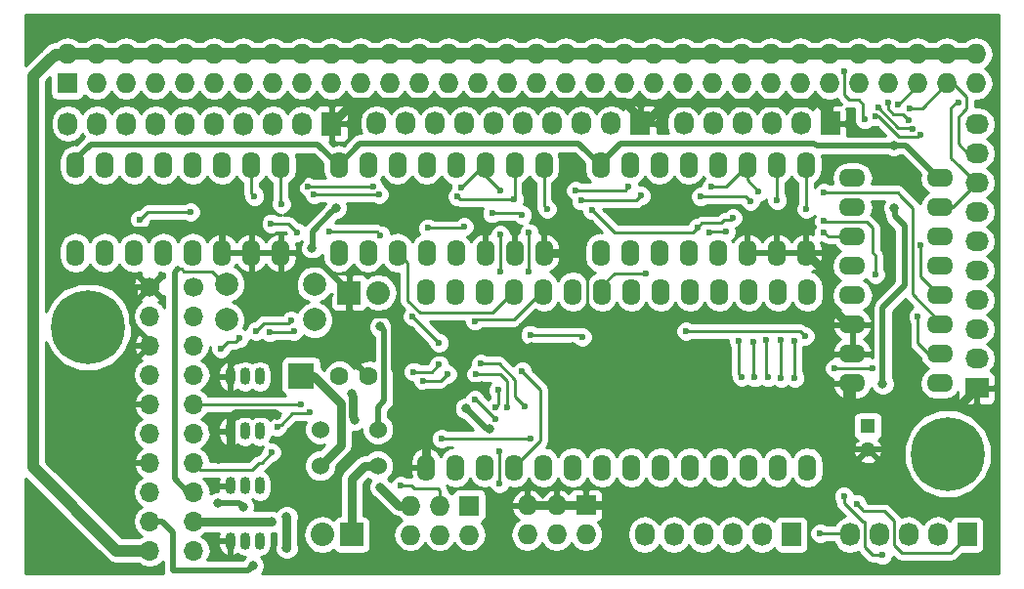
<source format=gbl>
G04 #@! TF.FileFunction,Copper,L2,Bot,Signal*
%FSLAX46Y46*%
G04 Gerber Fmt 4.6, Leading zero omitted, Abs format (unit mm)*
G04 Created by KiCad (PCBNEW 4.0.4-stable) date 01/15/17 13:01:21*
%MOMM*%
%LPD*%
G01*
G04 APERTURE LIST*
%ADD10C,0.100000*%
%ADD11C,0.600000*%
%ADD12O,1.600000X2.300000*%
%ADD13R,1.727200X1.727200*%
%ADD14O,1.727200X1.727200*%
%ADD15R,2.032000X2.032000*%
%ADD16O,2.032000X2.032000*%
%ADD17R,1.727200X2.032000*%
%ADD18O,1.727200X2.032000*%
%ADD19R,2.235200X2.235200*%
%ADD20O,0.899160X1.501140*%
%ADD21R,2.032000X1.727200*%
%ADD22O,2.032000X1.727200*%
%ADD23O,2.300000X1.600000*%
%ADD24R,1.300000X1.300000*%
%ADD25C,1.300000*%
%ADD26C,1.524000*%
%ADD27C,1.998980*%
%ADD28C,6.400000*%
%ADD29C,1.700000*%
%ADD30O,1.700000X1.700000*%
%ADD31C,1.600000*%
%ADD32C,0.800000*%
%ADD33C,0.750000*%
%ADD34C,0.250000*%
%ADD35C,0.500000*%
%ADD36C,1.000000*%
G04 APERTURE END LIST*
D10*
D11*
X227956000Y-138109500D03*
X196528000Y-120472500D03*
X196845500Y-118313500D03*
X208212000Y-126060500D03*
X251659500Y-138130000D03*
X248929000Y-134891500D03*
X236420000Y-125080000D03*
X230530000Y-124980000D03*
X176530000Y-96926400D03*
X179812000Y-96852000D03*
X184812000Y-96852000D03*
X189812000Y-96852000D03*
X194812000Y-96852000D03*
X199812000Y-96852000D03*
X204812000Y-96852000D03*
X209812000Y-96852000D03*
X214812000Y-96852000D03*
X219812000Y-96852000D03*
X224812000Y-96852000D03*
X229812000Y-96852000D03*
X234812000Y-96852000D03*
X239812000Y-96852000D03*
X244812000Y-96852000D03*
X249812000Y-96852000D03*
X254812000Y-96852000D03*
X259812000Y-96852000D03*
X259328000Y-130506000D03*
X185394000Y-143476000D03*
X251480000Y-133720000D03*
X253120000Y-136860000D03*
X183769000Y-118618000D03*
X184880000Y-135460000D03*
X183134000Y-133654800D03*
X183184800Y-138607800D03*
X181305200Y-132003800D03*
X181127400Y-128473200D03*
X176640000Y-143580000D03*
X229370000Y-122060000D03*
X223540000Y-122200000D03*
X224790000Y-128270000D03*
X229290000Y-127390000D03*
X233530000Y-127580000D03*
X195580000Y-113680000D03*
X183150000Y-129530000D03*
X208940000Y-131330000D03*
X216610000Y-123520000D03*
X218940000Y-122640000D03*
X203750000Y-134430000D03*
X208670000Y-134650000D03*
X226480000Y-140040000D03*
X227010000Y-142020000D03*
X226740000Y-127070000D03*
X217570000Y-140570000D03*
X218200000Y-136920000D03*
X229720000Y-133010000D03*
X234810000Y-133050000D03*
X240030000Y-132750000D03*
X226570000Y-136960000D03*
X229480000Y-137030000D03*
X219300000Y-143100000D03*
X222620000Y-143240000D03*
X225850000Y-143220000D03*
X228970000Y-143370000D03*
X231680000Y-143380000D03*
X235150000Y-143390000D03*
X239080000Y-143400000D03*
X242030000Y-143390000D03*
X247850000Y-143580000D03*
X251340000Y-143550000D03*
X255040000Y-143540000D03*
X257550000Y-143460000D03*
X259580000Y-142310000D03*
X259480000Y-136340000D03*
X259580000Y-139340000D03*
X244856000Y-124714000D03*
X244920000Y-122180000D03*
X231080000Y-122200000D03*
X226790000Y-122220000D03*
X233880000Y-125080000D03*
X226568000Y-124968000D03*
D12*
X210700000Y-134900000D03*
X213240000Y-134900000D03*
X215780000Y-134900000D03*
X218320000Y-134900000D03*
X220860000Y-134900000D03*
X223400000Y-134900000D03*
X225940000Y-134900000D03*
X228480000Y-134900000D03*
X231020000Y-134900000D03*
X233560000Y-134900000D03*
X236100000Y-134900000D03*
X238640000Y-134900000D03*
X241180000Y-134900000D03*
X243720000Y-134900000D03*
X243720000Y-119660000D03*
X241180000Y-119660000D03*
X238640000Y-119660000D03*
X236100000Y-119660000D03*
X233560000Y-119660000D03*
X231020000Y-119660000D03*
X228480000Y-119660000D03*
X225940000Y-119660000D03*
X223400000Y-119660000D03*
X220860000Y-119660000D03*
X218320000Y-119660000D03*
X215780000Y-119660000D03*
X213240000Y-119660000D03*
X210700000Y-119660000D03*
D11*
X212530000Y-130950000D03*
X221560000Y-127340000D03*
X222910000Y-129980000D03*
X226400000Y-130840000D03*
X231710000Y-128770000D03*
X237380000Y-128670000D03*
X239690000Y-130540000D03*
X241860000Y-131440000D03*
X243790000Y-132330000D03*
X252320000Y-130870000D03*
X251630000Y-128070000D03*
X251590000Y-125220000D03*
X250340000Y-109230000D03*
X250570000Y-116080000D03*
X250510000Y-114410000D03*
X249920000Y-112500000D03*
X235840000Y-112460000D03*
X232380000Y-112600000D03*
X229330000Y-113080000D03*
X221720000Y-114050000D03*
X212090000Y-112380000D03*
X209820000Y-112660000D03*
X206730000Y-112770000D03*
X204520000Y-112560000D03*
X193120000Y-111360000D03*
X189290000Y-111110000D03*
X185590000Y-111500000D03*
X182320000Y-111320000D03*
X178320000Y-118640000D03*
X178689000Y-130378200D03*
X181432200Y-143637000D03*
X178960000Y-140500000D03*
X176550000Y-137690000D03*
X181356000Y-136956800D03*
D13*
X179600000Y-101600000D03*
D14*
X179600000Y-99060000D03*
X182140000Y-101600000D03*
X182140000Y-99060000D03*
X184680000Y-101600000D03*
X184680000Y-99060000D03*
X187220000Y-101600000D03*
X187220000Y-99060000D03*
X189760000Y-101600000D03*
X189760000Y-99060000D03*
X192300000Y-101600000D03*
X192300000Y-99060000D03*
X194840000Y-101600000D03*
X194840000Y-99060000D03*
X197380000Y-101600000D03*
X197380000Y-99060000D03*
X199920000Y-101600000D03*
X199920000Y-99060000D03*
X202460000Y-101600000D03*
X202460000Y-99060000D03*
X205000000Y-101600000D03*
X205000000Y-99060000D03*
X207540000Y-101600000D03*
X207540000Y-99060000D03*
X210080000Y-101600000D03*
X210080000Y-99060000D03*
X212620000Y-101600000D03*
X212620000Y-99060000D03*
X215160000Y-101600000D03*
X215160000Y-99060000D03*
X217700000Y-101600000D03*
X217700000Y-99060000D03*
X220240000Y-101600000D03*
X220240000Y-99060000D03*
X222780000Y-101600000D03*
X222780000Y-99060000D03*
X225320000Y-101600000D03*
X225320000Y-99060000D03*
X227860000Y-101600000D03*
X227860000Y-99060000D03*
X230400000Y-101600000D03*
X230400000Y-99060000D03*
X232940000Y-101600000D03*
X232940000Y-99060000D03*
X235480000Y-101600000D03*
X235480000Y-99060000D03*
X238020000Y-101600000D03*
X238020000Y-99060000D03*
X240560000Y-101600000D03*
X240560000Y-99060000D03*
X243100000Y-101600000D03*
X243100000Y-99060000D03*
X245640000Y-101600000D03*
X245640000Y-99060000D03*
X248180000Y-101600000D03*
X248180000Y-99060000D03*
X250720000Y-101600000D03*
X250720000Y-99060000D03*
X253260000Y-101600000D03*
X253260000Y-99060000D03*
X255800000Y-101600000D03*
X255800000Y-99060000D03*
X258340000Y-101600000D03*
X258340000Y-99060000D03*
D15*
X204216000Y-140716000D03*
D16*
X201676000Y-140716000D03*
D17*
X242316000Y-140716000D03*
D18*
X239776000Y-140716000D03*
X237236000Y-140716000D03*
X234696000Y-140716000D03*
X232156000Y-140716000D03*
X229616000Y-140716000D03*
D13*
X214400000Y-138200000D03*
D14*
X214400000Y-140740000D03*
X211860000Y-138200000D03*
X211860000Y-140740000D03*
X209320000Y-138200000D03*
X209320000Y-140740000D03*
D19*
X199850000Y-126950000D03*
D13*
X224536000Y-138176000D03*
D14*
X224536000Y-140716000D03*
X221996000Y-138176000D03*
X221996000Y-140716000D03*
X219456000Y-138176000D03*
X219456000Y-140716000D03*
D17*
X257556000Y-140716000D03*
D18*
X255016000Y-140716000D03*
X252476000Y-140716000D03*
X249936000Y-140716000D03*
X247396000Y-140716000D03*
D20*
X194980000Y-127000000D03*
X193710000Y-127000000D03*
X196250000Y-127000000D03*
X194980000Y-131750000D03*
X193710000Y-131750000D03*
X196250000Y-131750000D03*
X194980000Y-136500000D03*
X193710000Y-136500000D03*
X196250000Y-136500000D03*
X194980000Y-141250000D03*
X193710000Y-141250000D03*
X196250000Y-141250000D03*
D17*
X229250000Y-105080000D03*
D18*
X226710000Y-105080000D03*
X224170000Y-105080000D03*
X221630000Y-105080000D03*
X219090000Y-105080000D03*
X216550000Y-105080000D03*
X214010000Y-105080000D03*
X211470000Y-105080000D03*
X208930000Y-105080000D03*
X206390000Y-105080000D03*
D17*
X202500000Y-105100000D03*
D18*
X199960000Y-105100000D03*
X197420000Y-105100000D03*
X194880000Y-105100000D03*
X192340000Y-105100000D03*
X189800000Y-105100000D03*
X187260000Y-105100000D03*
X184720000Y-105100000D03*
X182180000Y-105100000D03*
X179640000Y-105100000D03*
D21*
X258400000Y-128000000D03*
D22*
X258400000Y-125460000D03*
X258400000Y-122920000D03*
X258400000Y-120380000D03*
X258400000Y-117840000D03*
X258400000Y-115300000D03*
X258400000Y-112760000D03*
X258400000Y-110220000D03*
X258400000Y-107680000D03*
X258400000Y-105140000D03*
D17*
X245700000Y-105080000D03*
D18*
X243160000Y-105080000D03*
X240620000Y-105080000D03*
X238080000Y-105080000D03*
X235540000Y-105080000D03*
X233000000Y-105080000D03*
D12*
X203100000Y-116300000D03*
X205640000Y-116300000D03*
X208180000Y-116300000D03*
X210720000Y-116300000D03*
X213260000Y-116300000D03*
X215800000Y-116300000D03*
X218340000Y-116300000D03*
X220880000Y-116300000D03*
X220880000Y-108680000D03*
X218340000Y-108680000D03*
X215800000Y-108680000D03*
X213260000Y-108680000D03*
X210720000Y-108680000D03*
X208180000Y-108680000D03*
X205640000Y-108680000D03*
X203100000Y-108680000D03*
X180300000Y-116300000D03*
X182840000Y-116300000D03*
X185380000Y-116300000D03*
X187920000Y-116300000D03*
X190460000Y-116300000D03*
X193000000Y-116300000D03*
X195540000Y-116300000D03*
X198080000Y-116300000D03*
X198080000Y-108680000D03*
X195540000Y-108680000D03*
X193000000Y-108680000D03*
X190460000Y-108680000D03*
X187920000Y-108680000D03*
X185380000Y-108680000D03*
X182840000Y-108680000D03*
X180300000Y-108680000D03*
X225800000Y-116300000D03*
X228340000Y-116300000D03*
X230880000Y-116300000D03*
X233420000Y-116300000D03*
X235960000Y-116300000D03*
X238500000Y-116300000D03*
X241040000Y-116300000D03*
X243580000Y-116300000D03*
X243580000Y-108680000D03*
X241040000Y-108680000D03*
X238500000Y-108680000D03*
X235960000Y-108680000D03*
X233420000Y-108680000D03*
X230880000Y-108680000D03*
X228340000Y-108680000D03*
X225800000Y-108680000D03*
D23*
X247600000Y-109800000D03*
X247600000Y-112340000D03*
X247600000Y-114880000D03*
X247600000Y-117420000D03*
X247600000Y-119960000D03*
X247600000Y-122500000D03*
X247600000Y-125040000D03*
X247600000Y-127580000D03*
X255220000Y-127580000D03*
X255220000Y-125040000D03*
X255220000Y-122500000D03*
X255220000Y-119960000D03*
X255220000Y-117420000D03*
X255220000Y-114880000D03*
X255220000Y-112340000D03*
X255220000Y-109800000D03*
D24*
X248950000Y-131325000D03*
D25*
X248950000Y-133325000D03*
D26*
X206500000Y-134750000D03*
X201500000Y-134750000D03*
X201500000Y-131600000D03*
X206500000Y-131600000D03*
D27*
X201000000Y-119000000D03*
X193380000Y-119000000D03*
D28*
X181380000Y-122720000D03*
X255870000Y-133720000D03*
D15*
X204000000Y-119750000D03*
D16*
X206540000Y-119750000D03*
D27*
X201000000Y-122100000D03*
X193380000Y-122100000D03*
D11*
X179273200Y-134543800D03*
D29*
X186750000Y-119250000D03*
D30*
X186750000Y-121790000D03*
X186750000Y-124330000D03*
X186750000Y-126870000D03*
X186750000Y-129410000D03*
X186750000Y-131950000D03*
X186750000Y-134490000D03*
X186750000Y-137030000D03*
X186750000Y-139570000D03*
X186750000Y-142110000D03*
D29*
X190500000Y-119250000D03*
D30*
X190500000Y-121790000D03*
X190500000Y-124330000D03*
X190500000Y-126870000D03*
X190500000Y-129410000D03*
X190500000Y-131950000D03*
X190500000Y-134490000D03*
X190500000Y-137030000D03*
X190500000Y-139570000D03*
X190500000Y-142110000D03*
D31*
X205663800Y-127000000D03*
X203163800Y-127000000D03*
D32*
X198600000Y-139200000D03*
X198600000Y-141900000D03*
D11*
X208450000Y-136450000D03*
D32*
X206700000Y-136600000D03*
X250250000Y-127650000D03*
X251250000Y-112410000D03*
X251200000Y-107000000D03*
X195700000Y-143400000D03*
X200800000Y-115900000D03*
X202900000Y-112400000D03*
X204500000Y-130750000D03*
X204250000Y-128500000D03*
D11*
X217043000Y-133477000D03*
X217043000Y-136271000D03*
D32*
X214122000Y-129794000D03*
X216154000Y-131572000D03*
X208750000Y-127750000D03*
X192600000Y-134200000D03*
X197700000Y-130400000D03*
X223400000Y-124475000D03*
X219850000Y-124450000D03*
X215475000Y-127850000D03*
X224700000Y-121300000D03*
X200875000Y-108725000D03*
X199575000Y-112975000D03*
X197300000Y-139600000D03*
D11*
X246900000Y-100525000D03*
X248700000Y-104750000D03*
X249600000Y-104500000D03*
X253500000Y-106075000D03*
X253525000Y-115650000D03*
X249875000Y-103700000D03*
X252825000Y-105575000D03*
X252525000Y-104775000D03*
X250700000Y-103275000D03*
X251600000Y-103475000D03*
X252600000Y-103750000D03*
X256794000Y-103251000D03*
X248000000Y-138050000D03*
X242620000Y-123900000D03*
X242620000Y-127140000D03*
X246875000Y-137400000D03*
X250225000Y-142500000D03*
X241440000Y-127120000D03*
X241440000Y-123870000D03*
X240100000Y-123850000D03*
X240290000Y-127090000D03*
X239070000Y-124040000D03*
X239150000Y-127100000D03*
X244825000Y-140625000D03*
X238010000Y-127060000D03*
X237770000Y-123960000D03*
X225075000Y-112625000D03*
X249325000Y-126300000D03*
X246050000Y-126300000D03*
X237275000Y-113250000D03*
X243625000Y-112475000D03*
X198150000Y-112075000D03*
X202300000Y-114450000D03*
X206725000Y-114750000D03*
X210825000Y-114150000D03*
X213975000Y-114025000D03*
X216400000Y-112875000D03*
X219000000Y-113000000D03*
X221175000Y-112500000D03*
X234200000Y-114075000D03*
X195800000Y-111375000D03*
X200975000Y-111250000D03*
X206625000Y-111225000D03*
X213400000Y-111425000D03*
X219600000Y-117900000D03*
X219600000Y-114575000D03*
X216700000Y-129650000D03*
X216925000Y-128200000D03*
X218325000Y-111675000D03*
X224100000Y-111775000D03*
X229300000Y-111350000D03*
X234475000Y-111425000D03*
X238775000Y-111825000D03*
X253300000Y-121825000D03*
X249625000Y-118175000D03*
X245150000Y-113550000D03*
X241100000Y-111725000D03*
X219000000Y-126575000D03*
X217075000Y-117950000D03*
X217125000Y-114725000D03*
X200425000Y-110575000D03*
X206075000Y-110550000D03*
X213750000Y-110600000D03*
X217100000Y-110925000D03*
X223650000Y-110875000D03*
X228225000Y-110575000D03*
X235400000Y-110575000D03*
X245150000Y-111075000D03*
X239500000Y-111000000D03*
X185900000Y-113400000D03*
X214900000Y-122200000D03*
X190250000Y-112750000D03*
X197250000Y-113750000D03*
X199500000Y-114500000D03*
X245150000Y-114500000D03*
X236650000Y-114475000D03*
X235250000Y-114500000D03*
X229750000Y-118075000D03*
D32*
X192600000Y-138000000D03*
X194800000Y-138300000D03*
X206700000Y-122700000D03*
D11*
X199200000Y-123100000D03*
X197100000Y-123200000D03*
X215400000Y-125900000D03*
X219200000Y-129600000D03*
X217700000Y-129700000D03*
X215000000Y-126800000D03*
X211800000Y-126000000D03*
X209600000Y-126600000D03*
X192900000Y-124600000D03*
X194500000Y-123700000D03*
X212000000Y-132400000D03*
X219700000Y-132400000D03*
X199800000Y-129400000D03*
X197300000Y-133600000D03*
X197800000Y-131400000D03*
X200600000Y-130100000D03*
X216700000Y-130700000D03*
X214900000Y-129000000D03*
X212500000Y-126800000D03*
X210400000Y-127400000D03*
X195920000Y-123060000D03*
X198960000Y-122160000D03*
X211800000Y-124100000D03*
X209500000Y-121800000D03*
X219700000Y-123400000D03*
X224200000Y-123600000D03*
X233200000Y-123100000D03*
X243500000Y-123500000D03*
D33*
X198600000Y-139200000D02*
X198600000Y-141900000D01*
X206500000Y-134750000D02*
X205350000Y-134750000D01*
X204216000Y-135884000D02*
X204216000Y-140716000D01*
X205350000Y-134750000D02*
X204216000Y-135884000D01*
D34*
X208450000Y-136450000D02*
X209400000Y-136450000D01*
X211860000Y-136860000D02*
X211700000Y-136700000D01*
X211700000Y-136700000D02*
X209650000Y-136700000D01*
X209650000Y-136700000D02*
X209400000Y-136450000D01*
X211860000Y-136860000D02*
X211860000Y-138200000D01*
D33*
X208300000Y-138200000D02*
X209320000Y-138200000D01*
X206700000Y-136600000D02*
X208300000Y-138200000D01*
D35*
X251290000Y-113114000D02*
X251290000Y-112450000D01*
X252140000Y-119130000D02*
X252140000Y-113964000D01*
X252140000Y-113964000D02*
X251290000Y-113114000D01*
X250250000Y-123250000D02*
X250250000Y-121020000D01*
X250250000Y-127650000D02*
X250250000Y-123250000D01*
X250250000Y-121020000D02*
X251290000Y-119980000D01*
X251290000Y-119980000D02*
X252140000Y-119130000D01*
X251290000Y-112450000D02*
X251250000Y-112410000D01*
X188740000Y-143800000D02*
X188740000Y-140500000D01*
X188670000Y-140430000D02*
X187810000Y-139570000D01*
X186750000Y-139570000D02*
X187810000Y-139570000D01*
X188740000Y-143800000D02*
X195300000Y-143800000D01*
X195300000Y-143800000D02*
X195700000Y-143400000D01*
X188740000Y-140500000D02*
X188670000Y-140430000D01*
X200800000Y-115900000D02*
X200850000Y-115850000D01*
X200850000Y-115850000D02*
X200850000Y-114425000D01*
X202575000Y-112700000D02*
X202600000Y-112700000D01*
X200850000Y-114425000D02*
X202575000Y-112700000D01*
X202600000Y-112700000D02*
X202900000Y-112400000D01*
X204500000Y-130000000D02*
X204500000Y-128750000D01*
X204500000Y-128750000D02*
X204250000Y-128500000D01*
X204250000Y-130000000D02*
X204500000Y-130000000D01*
X204500000Y-130000000D02*
X204500000Y-130750000D01*
X204500000Y-130750000D02*
X204250000Y-130500000D01*
X204250000Y-130500000D02*
X204250000Y-130000000D01*
X204250000Y-130000000D02*
X204250000Y-128500000D01*
D34*
X217043000Y-133477000D02*
X217043000Y-136271000D01*
D35*
X214122000Y-129794000D02*
X215900000Y-131572000D01*
X215900000Y-131572000D02*
X216154000Y-131572000D01*
X255220000Y-109800000D02*
X255075000Y-109800000D01*
X255075000Y-109800000D02*
X252275000Y-107000000D01*
X251200000Y-107000000D02*
X252275000Y-107000000D01*
X225800000Y-108680000D02*
X225800000Y-108500000D01*
X225800000Y-108500000D02*
X227500000Y-106800000D01*
X227500000Y-106800000D02*
X244300000Y-106800000D01*
X244300000Y-106800000D02*
X244500000Y-107000000D01*
X244500000Y-107000000D02*
X251200000Y-107000000D01*
X203100000Y-108680000D02*
X203100000Y-108650000D01*
X203100000Y-108650000D02*
X204950000Y-106800000D01*
X223920000Y-106800000D02*
X225800000Y-108680000D01*
X204950000Y-106800000D02*
X223920000Y-106800000D01*
X180300000Y-108680000D02*
X180300000Y-108225000D01*
X180300000Y-108225000D02*
X181650000Y-106875000D01*
X201295000Y-106875000D02*
X203100000Y-108680000D01*
X181650000Y-106875000D02*
X201295000Y-106875000D01*
X180300000Y-108680000D02*
X180230000Y-108680000D01*
X193710000Y-127000000D02*
X193710000Y-126090000D01*
X204000000Y-122700000D02*
X204000000Y-121400000D01*
X202100000Y-124600000D02*
X204000000Y-122700000D01*
X195200000Y-124600000D02*
X202100000Y-124600000D01*
X193710000Y-126090000D02*
X195200000Y-124600000D01*
X184300000Y-114300000D02*
X192700000Y-114300000D01*
X184850000Y-119250000D02*
X183900000Y-118300000D01*
X183900000Y-118300000D02*
X179700000Y-118300000D01*
X179700000Y-118300000D02*
X178700000Y-117300000D01*
X178700000Y-117300000D02*
X178700000Y-115300000D01*
X178700000Y-115300000D02*
X179700000Y-114300000D01*
X179700000Y-114300000D02*
X184300000Y-114300000D01*
X186750000Y-119250000D02*
X184850000Y-119250000D01*
X193000000Y-114600000D02*
X193000000Y-116300000D01*
X192700000Y-114300000D02*
X193000000Y-114600000D01*
X208750000Y-127750000D02*
X208750000Y-127250000D01*
X208750000Y-127250000D02*
X207900000Y-126400000D01*
X207900000Y-126400000D02*
X207900000Y-121700000D01*
X207900000Y-121700000D02*
X205400000Y-121700000D01*
X205400000Y-121700000D02*
X205300000Y-121600000D01*
X205300000Y-121600000D02*
X204200000Y-121600000D01*
X204200000Y-121600000D02*
X204000000Y-121400000D01*
X204000000Y-121400000D02*
X204000000Y-119750000D01*
X204000000Y-119750000D02*
X204000000Y-119600000D01*
X204000000Y-119600000D02*
X201400000Y-117000000D01*
X201400000Y-117000000D02*
X200100000Y-117000000D01*
X200100000Y-117000000D02*
X199400000Y-116300000D01*
X199400000Y-116300000D02*
X198080000Y-116300000D01*
X210700000Y-128425000D02*
X209425000Y-128425000D01*
X209425000Y-128425000D02*
X208750000Y-127750000D01*
X244280000Y-138170000D02*
X247525000Y-134925000D01*
X247525000Y-134925000D02*
X247525000Y-133375000D01*
X247525000Y-133375000D02*
X247575000Y-133325000D01*
X248950000Y-133325000D02*
X250275000Y-133325000D01*
X250275000Y-133325000D02*
X250600000Y-133000000D01*
X248950000Y-133325000D02*
X247575000Y-133325000D01*
X247575000Y-133325000D02*
X247150000Y-132900000D01*
X185470000Y-120790000D02*
X185470000Y-119330000D01*
X185160000Y-122430000D02*
X185160000Y-121100000D01*
X185160000Y-121100000D02*
X185470000Y-120790000D01*
X186750000Y-124020000D02*
X185160000Y-122430000D01*
X185550000Y-119250000D02*
X186750000Y-119250000D01*
X185470000Y-119330000D02*
X185550000Y-119250000D01*
X184900000Y-129410000D02*
X184900000Y-126180000D01*
X184900000Y-126180000D02*
X186750000Y-124330000D01*
X186750000Y-134490000D02*
X185260000Y-134490000D01*
X185260000Y-134490000D02*
X183860000Y-133090000D01*
X183860000Y-133090000D02*
X183860000Y-130430000D01*
X183860000Y-130430000D02*
X184880000Y-129410000D01*
X184900000Y-129410000D02*
X186750000Y-129410000D01*
X184880000Y-129410000D02*
X184900000Y-129410000D01*
X186750000Y-124330000D02*
X186750000Y-124020000D01*
D33*
X257000000Y-129400000D02*
X258400000Y-128000000D01*
X251400000Y-129400000D02*
X257000000Y-129400000D01*
X250600000Y-130200000D02*
X251400000Y-129400000D01*
X250600000Y-133000000D02*
X250600000Y-130200000D01*
X193710000Y-127000000D02*
X193710000Y-126960000D01*
X193710000Y-133090000D02*
X193710000Y-131750000D01*
X192600000Y-134200000D02*
X193710000Y-133090000D01*
X193710000Y-131750000D02*
X193710000Y-130690000D01*
X193710000Y-130690000D02*
X194189998Y-130210002D01*
X194189998Y-130210002D02*
X197510002Y-130210002D01*
X197510002Y-130210002D02*
X197700000Y-130400000D01*
X221996000Y-138176000D02*
X219456000Y-138176000D01*
X221996000Y-138176000D02*
X224536000Y-138176000D01*
X224542000Y-138170000D02*
X244280000Y-138170000D01*
X224542000Y-138170000D02*
X224536000Y-138176000D01*
X224830000Y-138170000D02*
X224800000Y-138200000D01*
X225080000Y-138170000D02*
X225050000Y-138200000D01*
X247150000Y-132900000D02*
X247150000Y-128030000D01*
X247150000Y-128030000D02*
X247600000Y-127580000D01*
X219875000Y-124475000D02*
X223400000Y-124475000D01*
X210700000Y-128425000D02*
X212525000Y-128425000D01*
X219850000Y-124450000D02*
X219875000Y-124475000D01*
X213100000Y-127850000D02*
X215475000Y-127850000D01*
X212525000Y-128425000D02*
X213100000Y-127850000D01*
X210700000Y-128425000D02*
X210700000Y-134900000D01*
D34*
X224675000Y-118125000D02*
X224675000Y-121275000D01*
D33*
X222850000Y-116300000D02*
X224675000Y-118125000D01*
X220880000Y-116300000D02*
X222850000Y-116300000D01*
D34*
X224675000Y-121275000D02*
X224700000Y-121300000D01*
D33*
X198080000Y-116300000D02*
X198225000Y-116300000D01*
X210250000Y-134450000D02*
X210700000Y-134900000D01*
X193000000Y-116300000D02*
X193000000Y-117000000D01*
X199325000Y-110275000D02*
X200875000Y-108725000D01*
X199325000Y-112725000D02*
X199325000Y-110275000D01*
X199575000Y-112975000D02*
X199325000Y-112725000D01*
X247600000Y-122500000D02*
X247275000Y-122500000D01*
X247275000Y-122500000D02*
X245475000Y-120700000D01*
X245475000Y-118195000D02*
X243580000Y-116300000D01*
X245475000Y-120700000D02*
X245475000Y-118195000D01*
X229250000Y-105080000D02*
X229645000Y-105080000D01*
X229645000Y-105080000D02*
X231450000Y-103275000D01*
X244700000Y-103275000D02*
X245700000Y-104275000D01*
X231450000Y-103275000D02*
X244700000Y-103275000D01*
X245700000Y-104275000D02*
X245700000Y-105080000D01*
X229250000Y-105080000D02*
X229250000Y-104625000D01*
X229250000Y-104625000D02*
X227850000Y-103225000D01*
X204375000Y-103225000D02*
X202500000Y-105100000D01*
X227850000Y-103225000D02*
X204375000Y-103225000D01*
X190500000Y-139570000D02*
X197270000Y-139570000D01*
X197270000Y-139570000D02*
X197300000Y-139600000D01*
D34*
X246900000Y-100525000D02*
X246900000Y-102600000D01*
X246900000Y-102600000D02*
X247350000Y-103050000D01*
X247350000Y-103050000D02*
X248150000Y-103050000D01*
X248525000Y-103425000D02*
X248150000Y-103050000D01*
X248525000Y-104575000D02*
X248525000Y-103425000D01*
X248700000Y-104750000D02*
X248525000Y-104575000D01*
X255220000Y-119960000D02*
X255160000Y-119960000D01*
X255160000Y-119960000D02*
X253525000Y-118325000D01*
X249900000Y-104500000D02*
X249600000Y-104500000D01*
X251675000Y-106275000D02*
X249900000Y-104500000D01*
X253300000Y-106275000D02*
X251675000Y-106275000D01*
X253500000Y-106075000D02*
X253300000Y-106275000D01*
X253525000Y-118325000D02*
X253525000Y-115650000D01*
X249875000Y-103725000D02*
X249875000Y-103700000D01*
X251600000Y-105450000D02*
X249875000Y-103725000D01*
X252700000Y-105450000D02*
X251600000Y-105450000D01*
X252825000Y-105575000D02*
X252700000Y-105450000D01*
X252525000Y-104775000D02*
X252000000Y-104250000D01*
X252000000Y-104250000D02*
X251150000Y-104250000D01*
X251150000Y-104250000D02*
X250700000Y-103800000D01*
X250700000Y-103800000D02*
X250700000Y-103275000D01*
X251600000Y-103475000D02*
X253260000Y-101815000D01*
X253260000Y-101815000D02*
X253260000Y-101600000D01*
X257524250Y-103790750D02*
X257524250Y-102838250D01*
X257524250Y-102838250D02*
X257492500Y-102870000D01*
X257492500Y-102870000D02*
X257492500Y-102933500D01*
X257492500Y-102933500D02*
X257492500Y-102806500D01*
X256794000Y-106870500D02*
X256794000Y-104521000D01*
X256794000Y-104521000D02*
X257238500Y-104076500D01*
X257238500Y-104076500D02*
X257524250Y-103790750D01*
X257492500Y-102806500D02*
X256286000Y-101600000D01*
X256286000Y-101600000D02*
X255800000Y-101600000D01*
X258400000Y-107680000D02*
X257603500Y-107680000D01*
X257603500Y-107680000D02*
X256794000Y-106870500D01*
X252600000Y-103750000D02*
X253650000Y-103750000D01*
X253650000Y-103750000D02*
X255800000Y-101600000D01*
X256794000Y-108712000D02*
X256159000Y-108077000D01*
X256159000Y-108077000D02*
X256159000Y-103695500D01*
X256159000Y-103695500D02*
X256603500Y-103251000D01*
X256603500Y-103251000D02*
X256794000Y-103251000D01*
X258400000Y-110220000D02*
X258302000Y-110220000D01*
X258302000Y-110220000D02*
X256794000Y-108712000D01*
X258400000Y-110220000D02*
X258400000Y-109925000D01*
X255220000Y-112340000D02*
X256280000Y-112340000D01*
X256280000Y-112340000D02*
X258400000Y-110220000D01*
X248550000Y-138700000D02*
X248550000Y-138600000D01*
X248550000Y-138600000D02*
X248000000Y-138050000D01*
X248550000Y-138700000D02*
X250400000Y-138700000D01*
X256175000Y-142275000D02*
X251875000Y-142275000D01*
X257556000Y-140894000D02*
X256175000Y-142275000D01*
X251200000Y-141600000D02*
X251200000Y-139500000D01*
X251875000Y-142275000D02*
X251200000Y-141600000D01*
X257556000Y-140716000D02*
X257556000Y-140894000D01*
X242620000Y-127140000D02*
X242620000Y-123900000D01*
X250400000Y-138700000D02*
X251200000Y-139500000D01*
X248500000Y-139600000D02*
X248600000Y-139600000D01*
X248700000Y-139700000D02*
X248700000Y-139600000D01*
X248600000Y-139600000D02*
X248700000Y-139700000D01*
X248700000Y-139600000D02*
X248700000Y-139600000D01*
X248500000Y-139600000D02*
X248100000Y-139200000D01*
X248100000Y-139200000D02*
X246875000Y-137975000D01*
X246875000Y-137975000D02*
X246875000Y-137400000D01*
X250225000Y-142500000D02*
X249400000Y-142500000D01*
X248700000Y-141800000D02*
X248700000Y-139600000D01*
X249400000Y-142500000D02*
X248700000Y-141800000D01*
X241440000Y-127120000D02*
X241440000Y-123870000D01*
X240100000Y-126900000D02*
X240100000Y-123850000D01*
X240290000Y-127090000D02*
X240100000Y-126900000D01*
X239070000Y-127020000D02*
X239070000Y-124040000D01*
X239150000Y-127100000D02*
X239070000Y-127020000D01*
X244825000Y-140625000D02*
X247305000Y-140625000D01*
X247305000Y-140625000D02*
X247396000Y-140716000D01*
X238010000Y-127060000D02*
X237770000Y-126820000D01*
X237770000Y-126820000D02*
X237770000Y-123960000D01*
X209075000Y-120425000D02*
X209075000Y-117195000D01*
X210125000Y-121475000D02*
X209075000Y-120425000D01*
X216400000Y-121475000D02*
X210125000Y-121475000D01*
X218215000Y-119660000D02*
X216400000Y-121475000D01*
X209075000Y-117195000D02*
X208180000Y-116300000D01*
X218320000Y-119660000D02*
X218215000Y-119660000D01*
X227000000Y-114550000D02*
X232600000Y-114550000D01*
X225075000Y-112625000D02*
X227000000Y-114550000D01*
X233775000Y-114500000D02*
X232650000Y-114500000D01*
X233775000Y-114500000D02*
X234200000Y-114075000D01*
X232600000Y-114550000D02*
X232650000Y-114500000D01*
X249325000Y-126300000D02*
X246050000Y-126300000D01*
X237275000Y-113250000D02*
X237100000Y-113425000D01*
X237100000Y-113425000D02*
X236525000Y-113425000D01*
X236525000Y-113425000D02*
X236225000Y-113725000D01*
X236225000Y-113725000D02*
X234550000Y-113725000D01*
X234550000Y-113725000D02*
X234200000Y-114075000D01*
X243580000Y-108680000D02*
X243580000Y-112430000D01*
X243580000Y-112430000D02*
X243625000Y-112475000D01*
X198080000Y-112005000D02*
X198080000Y-108680000D01*
X198150000Y-112075000D02*
X198080000Y-112005000D01*
X206425000Y-114450000D02*
X202300000Y-114450000D01*
X206725000Y-114750000D02*
X206425000Y-114450000D01*
X213850000Y-114150000D02*
X210825000Y-114150000D01*
X213975000Y-114025000D02*
X213850000Y-114150000D01*
X218875000Y-112875000D02*
X216400000Y-112875000D01*
X219000000Y-113000000D02*
X218875000Y-112875000D01*
X220880000Y-112205000D02*
X220880000Y-108680000D01*
X221175000Y-112500000D02*
X220880000Y-112205000D01*
X218325000Y-111675000D02*
X213650000Y-111675000D01*
X195540000Y-111115000D02*
X195540000Y-108680000D01*
X195800000Y-111375000D02*
X195540000Y-111115000D01*
X206600000Y-111250000D02*
X200975000Y-111250000D01*
X206625000Y-111225000D02*
X206600000Y-111250000D01*
X213650000Y-111675000D02*
X213400000Y-111425000D01*
X219600000Y-117900000D02*
X219600000Y-114575000D01*
X216700000Y-129650000D02*
X216925000Y-129425000D01*
X216925000Y-129425000D02*
X216925000Y-128200000D01*
X218340000Y-111660000D02*
X218340000Y-108680000D01*
X218325000Y-111675000D02*
X218340000Y-111660000D01*
X228875000Y-111775000D02*
X224100000Y-111775000D01*
X229300000Y-111350000D02*
X228875000Y-111775000D01*
X238375000Y-111425000D02*
X234475000Y-111425000D01*
X238775000Y-111825000D02*
X238375000Y-111425000D01*
X255220000Y-125040000D02*
X254215000Y-125040000D01*
X254215000Y-125040000D02*
X253300000Y-124125000D01*
X253300000Y-124125000D02*
X253300000Y-121825000D01*
X249625000Y-118175000D02*
X249625000Y-116525000D01*
X249625000Y-116525000D02*
X249350000Y-116250000D01*
X249350000Y-116250000D02*
X249350000Y-114125000D01*
X249350000Y-114125000D02*
X248825000Y-113600000D01*
X248825000Y-113600000D02*
X245200000Y-113600000D01*
X245200000Y-113600000D02*
X245150000Y-113550000D01*
X241100000Y-111725000D02*
X241040000Y-111665000D01*
X241040000Y-111665000D02*
X241040000Y-108680000D01*
X251525000Y-111075000D02*
X251810000Y-111360000D01*
X249050000Y-111075000D02*
X251525000Y-111075000D01*
X220600000Y-132600000D02*
X218320000Y-134880000D01*
X220600000Y-128175000D02*
X220600000Y-132600000D01*
X219000000Y-126575000D02*
X220600000Y-128175000D01*
X217075000Y-114775000D02*
X217075000Y-117950000D01*
X217125000Y-114725000D02*
X217075000Y-114775000D01*
X218320000Y-134880000D02*
X218320000Y-134900000D01*
X215800000Y-108680000D02*
X215670000Y-108680000D01*
X215670000Y-108680000D02*
X213750000Y-110600000D01*
X206050000Y-110575000D02*
X200425000Y-110575000D01*
X206075000Y-110550000D02*
X206050000Y-110575000D01*
X238500000Y-108680000D02*
X238500000Y-108700000D01*
X238500000Y-108700000D02*
X236625000Y-110575000D01*
X217100000Y-110925000D02*
X215800000Y-109625000D01*
X227925000Y-110875000D02*
X223650000Y-110875000D01*
X228225000Y-110575000D02*
X227925000Y-110875000D01*
X236625000Y-110575000D02*
X235400000Y-110575000D01*
X215800000Y-109625000D02*
X215800000Y-108680000D01*
X255220000Y-122500000D02*
X255220000Y-122295000D01*
X255220000Y-122295000D02*
X252825000Y-119900000D01*
X252825000Y-119900000D02*
X252825000Y-112375000D01*
X252825000Y-112375000D02*
X251810000Y-111360000D01*
X249050000Y-111075000D02*
X245150000Y-111075000D01*
X239500000Y-111000000D02*
X238500000Y-110000000D01*
X238500000Y-110000000D02*
X238500000Y-108680000D01*
X186550000Y-112750000D02*
X187150000Y-112750000D01*
X185900000Y-113400000D02*
X186550000Y-112750000D01*
X220690000Y-119660000D02*
X218275000Y-122075000D01*
X218275000Y-122075000D02*
X215025000Y-122075000D01*
X215025000Y-122075000D02*
X214900000Y-122200000D01*
X190250000Y-112750000D02*
X187200000Y-112750000D01*
X187200000Y-112750000D02*
X187000000Y-112750000D01*
X198750000Y-113750000D02*
X197250000Y-113750000D01*
X199500000Y-114500000D02*
X198750000Y-113750000D01*
X220860000Y-119660000D02*
X220690000Y-119660000D01*
X225940000Y-119660000D02*
X225940000Y-119110000D01*
X225940000Y-119110000D02*
X226975000Y-118075000D01*
X245530000Y-114880000D02*
X247600000Y-114880000D01*
X245150000Y-114500000D02*
X245530000Y-114880000D01*
X235275000Y-114475000D02*
X236650000Y-114475000D01*
X235250000Y-114500000D02*
X235275000Y-114475000D01*
X226975000Y-118075000D02*
X229750000Y-118075000D01*
X189200000Y-117700000D02*
X189500000Y-117700000D01*
D35*
X188875000Y-118025000D02*
X189200000Y-117700000D01*
X190005000Y-137030000D02*
X188875000Y-135900000D01*
X188875000Y-135900000D02*
X188875000Y-118025000D01*
D34*
X192100000Y-117900000D02*
X193200000Y-119000000D01*
X189700000Y-117900000D02*
X192100000Y-117900000D01*
X189500000Y-117700000D02*
X189700000Y-117900000D01*
D35*
X190500000Y-137030000D02*
X190005000Y-137030000D01*
X194500000Y-138000000D02*
X192600000Y-138000000D01*
X194800000Y-138300000D02*
X194500000Y-138000000D01*
D33*
X203300000Y-129350000D02*
X203300000Y-132950000D01*
X201500000Y-134750000D02*
X203300000Y-132950000D01*
X203300000Y-129350000D02*
X200900000Y-126950000D01*
X200900000Y-126950000D02*
X199850000Y-126950000D01*
D36*
X176650000Y-116078000D02*
X176650000Y-101600000D01*
X186750000Y-142110000D02*
X183867600Y-142110000D01*
X183867600Y-142110000D02*
X176650000Y-134892400D01*
X176650000Y-134892400D02*
X176650000Y-129650000D01*
X176650000Y-123063000D02*
X176650000Y-116078000D01*
X176650000Y-101600000D02*
X176657000Y-101600000D01*
X176657000Y-101600000D02*
X176650000Y-101600000D01*
X176650000Y-129413000D02*
X176650000Y-129650000D01*
X176650000Y-123063000D02*
X176657000Y-123063000D01*
X176657000Y-123063000D02*
X176650000Y-123063000D01*
X186750000Y-142110000D02*
X186160000Y-142110000D01*
X178000000Y-99650000D02*
X177950000Y-99650000D01*
X177950000Y-99650000D02*
X176650000Y-100950000D01*
X176650000Y-100950000D02*
X176650000Y-101600000D01*
X176650000Y-123063000D02*
X176650000Y-129650000D01*
X178000000Y-99650000D02*
X178550000Y-99100000D01*
X178550000Y-99100000D02*
X179560000Y-99100000D01*
X179560000Y-99100000D02*
X179600000Y-99060000D01*
X179600000Y-99060000D02*
X182140000Y-99060000D01*
X182140000Y-99060000D02*
X258340000Y-99060000D01*
D35*
X184680000Y-99060000D02*
X182140000Y-99060000D01*
X187220000Y-99060000D02*
X184680000Y-99060000D01*
X189760000Y-99060000D02*
X187220000Y-99060000D01*
X189760000Y-99060000D02*
X192300000Y-99060000D01*
X192300000Y-99060000D02*
X194840000Y-99060000D01*
X197380000Y-99060000D02*
X194840000Y-99060000D01*
X199920000Y-99060000D02*
X197380000Y-99060000D01*
X202460000Y-99060000D02*
X199920000Y-99060000D01*
X205000000Y-99060000D02*
X202460000Y-99060000D01*
X207540000Y-99060000D02*
X205000000Y-99060000D01*
X210080000Y-99060000D02*
X207540000Y-99060000D01*
X212620000Y-99060000D02*
X210080000Y-99060000D01*
X215160000Y-99060000D02*
X212620000Y-99060000D01*
X217700000Y-99060000D02*
X215160000Y-99060000D01*
X220240000Y-99060000D02*
X217700000Y-99060000D01*
X222780000Y-99060000D02*
X220240000Y-99060000D01*
X225320000Y-99060000D02*
X222780000Y-99060000D01*
X227860000Y-99060000D02*
X225320000Y-99060000D01*
X230400000Y-99060000D02*
X227860000Y-99060000D01*
X232940000Y-99060000D02*
X230400000Y-99060000D01*
X235480000Y-99060000D02*
X232940000Y-99060000D01*
X238020000Y-99060000D02*
X235480000Y-99060000D01*
X240560000Y-99060000D02*
X238020000Y-99060000D01*
X243100000Y-99060000D02*
X240560000Y-99060000D01*
X245640000Y-99060000D02*
X243100000Y-99060000D01*
X248180000Y-99060000D02*
X245640000Y-99060000D01*
X250720000Y-99060000D02*
X248180000Y-99060000D01*
X253260000Y-99060000D02*
X250720000Y-99060000D01*
X255800000Y-99060000D02*
X258340000Y-99060000D01*
X255800000Y-99060000D02*
X253260000Y-99060000D01*
X258610000Y-99060000D02*
X258340000Y-99060000D01*
X206500000Y-131600000D02*
X206500000Y-129669000D01*
X206500000Y-129669000D02*
X207035400Y-129133600D01*
X207035400Y-129133600D02*
X207035400Y-123035400D01*
X207035400Y-123035400D02*
X206700000Y-122700000D01*
D34*
X228480000Y-134900000D02*
X228480000Y-134580000D01*
X199200000Y-123100000D02*
X199100000Y-123200000D01*
X199100000Y-123200000D02*
X197100000Y-123200000D01*
X217000000Y-125900000D02*
X215400000Y-125900000D01*
X218400000Y-127300000D02*
X217000000Y-125900000D01*
X218400000Y-128800000D02*
X218400000Y-127300000D01*
X219200000Y-129600000D02*
X218400000Y-128800000D01*
X217700000Y-129700000D02*
X217700000Y-127400000D01*
X217700000Y-127400000D02*
X217100000Y-126800000D01*
X217100000Y-126800000D02*
X215000000Y-126800000D01*
X211800000Y-126000000D02*
X211200000Y-126600000D01*
X211200000Y-126600000D02*
X209600000Y-126600000D01*
X193500000Y-124000000D02*
X192900000Y-124600000D01*
X194200000Y-124000000D02*
X193500000Y-124000000D01*
X194500000Y-123700000D02*
X194200000Y-124000000D01*
X212000000Y-132400000D02*
X219700000Y-132400000D01*
X199800000Y-129400000D02*
X199800000Y-129410000D01*
X199800000Y-129410000D02*
X199800000Y-129400000D01*
X199800000Y-129400000D02*
X199800000Y-129410000D01*
X190500000Y-129410000D02*
X199800000Y-129410000D01*
X199100000Y-130200000D02*
X200500000Y-130200000D01*
X196410000Y-134490000D02*
X197300000Y-133600000D01*
X197800000Y-131400000D02*
X198000000Y-131200000D01*
X198000000Y-131200000D02*
X198100000Y-131200000D01*
X198100000Y-131200000D02*
X199100000Y-130200000D01*
X196210000Y-134490000D02*
X196410000Y-134490000D01*
X200500000Y-130200000D02*
X200600000Y-130100000D01*
X216700000Y-130700000D02*
X215000000Y-129000000D01*
X215000000Y-129000000D02*
X214900000Y-129000000D01*
X212500000Y-126800000D02*
X211900000Y-127400000D01*
X211900000Y-127400000D02*
X210400000Y-127400000D01*
X196210000Y-134490000D02*
X195600000Y-135100000D01*
X191110000Y-135100000D02*
X195600000Y-135100000D01*
X191110000Y-135100000D02*
X190500000Y-134490000D01*
X195920000Y-123060000D02*
X196610000Y-122370000D01*
X196610000Y-122370000D02*
X198750000Y-122370000D01*
X198750000Y-122370000D02*
X198960000Y-122160000D01*
X209500000Y-121800000D02*
X211800000Y-124100000D01*
X224000000Y-123400000D02*
X219700000Y-123400000D01*
X224200000Y-123600000D02*
X224000000Y-123400000D01*
X243100000Y-123100000D02*
X233200000Y-123100000D01*
X243500000Y-123500000D02*
X243100000Y-123100000D01*
G36*
X183072105Y-142905495D02*
X183437081Y-143149364D01*
X183867600Y-143235000D01*
X185800868Y-143235000D01*
X186156645Y-143472722D01*
X186721103Y-143585000D01*
X186778897Y-143585000D01*
X187343355Y-143472722D01*
X187821880Y-143152983D01*
X187865000Y-143088449D01*
X187865000Y-143800000D01*
X187923679Y-144095000D01*
X175995000Y-144095000D01*
X175995000Y-135828390D01*
X183072105Y-142905495D01*
X183072105Y-142905495D01*
G37*
X183072105Y-142905495D02*
X183437081Y-143149364D01*
X183867600Y-143235000D01*
X185800868Y-143235000D01*
X186156645Y-143472722D01*
X186721103Y-143585000D01*
X186778897Y-143585000D01*
X187343355Y-143472722D01*
X187821880Y-143152983D01*
X187865000Y-143088449D01*
X187865000Y-143800000D01*
X187923679Y-144095000D01*
X175995000Y-144095000D01*
X175995000Y-135828390D01*
X183072105Y-142905495D01*
G36*
X258950000Y-95685000D02*
X260245000Y-95685000D01*
X260245000Y-97460000D01*
X260245995Y-97465000D01*
X260245000Y-97470000D01*
X260245000Y-144095000D01*
X196454621Y-144095000D01*
X196568446Y-143981374D01*
X196724822Y-143604780D01*
X196725178Y-143197009D01*
X196569459Y-142820143D01*
X196376925Y-142627272D01*
X196661224Y-142570721D01*
X197009843Y-142337782D01*
X197242782Y-141989163D01*
X197324580Y-141577939D01*
X197324580Y-140922061D01*
X197265485Y-140624971D01*
X197502991Y-140625178D01*
X197600000Y-140585094D01*
X197600000Y-141635442D01*
X197575178Y-141695220D01*
X197574822Y-142102991D01*
X197730541Y-142479857D01*
X198018626Y-142768446D01*
X198395220Y-142924822D01*
X198802991Y-142925178D01*
X199179857Y-142769459D01*
X199468446Y-142481374D01*
X199624822Y-142104780D01*
X199625178Y-141697009D01*
X199600000Y-141636074D01*
X199600000Y-140683851D01*
X200035000Y-140683851D01*
X200035000Y-140748149D01*
X200159914Y-141376133D01*
X200515638Y-141908511D01*
X201048016Y-142264235D01*
X201676000Y-142389149D01*
X202303984Y-142264235D01*
X202650706Y-142032563D01*
X202743219Y-142176332D01*
X202952076Y-142319038D01*
X203200000Y-142369244D01*
X205232000Y-142369244D01*
X205463611Y-142325663D01*
X205676332Y-142188781D01*
X205819038Y-141979924D01*
X205869244Y-141732000D01*
X205869244Y-139700000D01*
X205825663Y-139468389D01*
X205688781Y-139255668D01*
X205479924Y-139112962D01*
X205232000Y-139062756D01*
X205216000Y-139062756D01*
X205216000Y-136298214D01*
X205651234Y-135862980D01*
X205713302Y-135925156D01*
X205862943Y-135987292D01*
X205831554Y-136018626D01*
X205675178Y-136395220D01*
X205674822Y-136802991D01*
X205830541Y-137179857D01*
X206118626Y-137468446D01*
X206179516Y-137493730D01*
X207592893Y-138907107D01*
X207917316Y-139123880D01*
X208199399Y-139179990D01*
X208267401Y-139281762D01*
X208549119Y-139470000D01*
X208267401Y-139658238D01*
X207944713Y-140141174D01*
X207831400Y-140710837D01*
X207831400Y-140769163D01*
X207944713Y-141338826D01*
X208267401Y-141821762D01*
X208750337Y-142144450D01*
X209320000Y-142257763D01*
X209889663Y-142144450D01*
X210372599Y-141821762D01*
X210590000Y-141496399D01*
X210807401Y-141821762D01*
X211290337Y-142144450D01*
X211860000Y-142257763D01*
X212429663Y-142144450D01*
X212912599Y-141821762D01*
X213130000Y-141496399D01*
X213347401Y-141821762D01*
X213830337Y-142144450D01*
X214400000Y-142257763D01*
X214969663Y-142144450D01*
X215452599Y-141821762D01*
X215775287Y-141338826D01*
X215888600Y-140769163D01*
X215888600Y-140710837D01*
X215883827Y-140686837D01*
X217967400Y-140686837D01*
X217967400Y-140745163D01*
X218080713Y-141314826D01*
X218403401Y-141797762D01*
X218886337Y-142120450D01*
X219456000Y-142233763D01*
X220025663Y-142120450D01*
X220508599Y-141797762D01*
X220726000Y-141472399D01*
X220943401Y-141797762D01*
X221426337Y-142120450D01*
X221996000Y-142233763D01*
X222565663Y-142120450D01*
X223048599Y-141797762D01*
X223266000Y-141472399D01*
X223483401Y-141797762D01*
X223966337Y-142120450D01*
X224536000Y-142233763D01*
X225105663Y-142120450D01*
X225588599Y-141797762D01*
X225911287Y-141314826D01*
X226024600Y-140745163D01*
X226024600Y-140686837D01*
X225993692Y-140531451D01*
X228127400Y-140531451D01*
X228127400Y-140900549D01*
X228240713Y-141470212D01*
X228563401Y-141953148D01*
X229046337Y-142275836D01*
X229616000Y-142389149D01*
X230185663Y-142275836D01*
X230668599Y-141953148D01*
X230886000Y-141627785D01*
X231103401Y-141953148D01*
X231586337Y-142275836D01*
X232156000Y-142389149D01*
X232725663Y-142275836D01*
X233208599Y-141953148D01*
X233426000Y-141627785D01*
X233643401Y-141953148D01*
X234126337Y-142275836D01*
X234696000Y-142389149D01*
X235265663Y-142275836D01*
X235748599Y-141953148D01*
X235966000Y-141627785D01*
X236183401Y-141953148D01*
X236666337Y-142275836D01*
X237236000Y-142389149D01*
X237805663Y-142275836D01*
X238288599Y-141953148D01*
X238506000Y-141627785D01*
X238723401Y-141953148D01*
X239206337Y-142275836D01*
X239776000Y-142389149D01*
X240345663Y-142275836D01*
X240828599Y-141953148D01*
X240850579Y-141920253D01*
X240858737Y-141963611D01*
X240995619Y-142176332D01*
X241204476Y-142319038D01*
X241452400Y-142369244D01*
X243179600Y-142369244D01*
X243411211Y-142325663D01*
X243623932Y-142188781D01*
X243766638Y-141979924D01*
X243816844Y-141732000D01*
X243816844Y-140808187D01*
X243899840Y-140808187D01*
X244040366Y-141148286D01*
X244300345Y-141408720D01*
X244640199Y-141549839D01*
X245008187Y-141550160D01*
X245348286Y-141409634D01*
X245382981Y-141375000D01*
X246001774Y-141375000D01*
X246020713Y-141470212D01*
X246343401Y-141953148D01*
X246826337Y-142275836D01*
X247396000Y-142389149D01*
X247965663Y-142275836D01*
X248081528Y-142198417D01*
X248169670Y-142330330D01*
X248869670Y-143030330D01*
X249112987Y-143192910D01*
X249400000Y-143250000D01*
X249666684Y-143250000D01*
X249700345Y-143283720D01*
X250040199Y-143424839D01*
X250408187Y-143425160D01*
X250748286Y-143284634D01*
X251008720Y-143024655D01*
X251149839Y-142684801D01*
X251149904Y-142610564D01*
X251344670Y-142805330D01*
X251587987Y-142967910D01*
X251875000Y-143025000D01*
X256175000Y-143025000D01*
X256462013Y-142967910D01*
X256705330Y-142805330D01*
X257141416Y-142369244D01*
X258419600Y-142369244D01*
X258651211Y-142325663D01*
X258863932Y-142188781D01*
X259006638Y-141979924D01*
X259056844Y-141732000D01*
X259056844Y-139700000D01*
X259013263Y-139468389D01*
X258876381Y-139255668D01*
X258667524Y-139112962D01*
X258419600Y-139062756D01*
X256692400Y-139062756D01*
X256460789Y-139106337D01*
X256248068Y-139243219D01*
X256105362Y-139452076D01*
X256092650Y-139514847D01*
X256068599Y-139478852D01*
X255585663Y-139156164D01*
X255016000Y-139042851D01*
X254446337Y-139156164D01*
X253963401Y-139478852D01*
X253746000Y-139804215D01*
X253528599Y-139478852D01*
X253045663Y-139156164D01*
X252476000Y-139042851D01*
X251906337Y-139156164D01*
X251870805Y-139179905D01*
X251730330Y-138969670D01*
X250930330Y-138169670D01*
X250687013Y-138007090D01*
X250400000Y-137950000D01*
X248960660Y-137950000D01*
X248925118Y-137914458D01*
X248925160Y-137866813D01*
X248784634Y-137526714D01*
X248524655Y-137266280D01*
X248184801Y-137125161D01*
X247816813Y-137124840D01*
X247770128Y-137144130D01*
X247659634Y-136876714D01*
X247399655Y-136616280D01*
X247059801Y-136475161D01*
X246691813Y-136474840D01*
X246351714Y-136615366D01*
X246091280Y-136875345D01*
X245950161Y-137215199D01*
X245949840Y-137583187D01*
X246090366Y-137923286D01*
X246125000Y-137957981D01*
X246125000Y-137975000D01*
X246182090Y-138262013D01*
X246344670Y-138505330D01*
X246967437Y-139128097D01*
X246826337Y-139156164D01*
X246343401Y-139478852D01*
X246078703Y-139875000D01*
X245383316Y-139875000D01*
X245349655Y-139841280D01*
X245009801Y-139700161D01*
X244641813Y-139699840D01*
X244301714Y-139840366D01*
X244041280Y-140100345D01*
X243900161Y-140440199D01*
X243899840Y-140808187D01*
X243816844Y-140808187D01*
X243816844Y-139700000D01*
X243773263Y-139468389D01*
X243636381Y-139255668D01*
X243427524Y-139112962D01*
X243179600Y-139062756D01*
X241452400Y-139062756D01*
X241220789Y-139106337D01*
X241008068Y-139243219D01*
X240865362Y-139452076D01*
X240852650Y-139514847D01*
X240828599Y-139478852D01*
X240345663Y-139156164D01*
X239776000Y-139042851D01*
X239206337Y-139156164D01*
X238723401Y-139478852D01*
X238506000Y-139804215D01*
X238288599Y-139478852D01*
X237805663Y-139156164D01*
X237236000Y-139042851D01*
X236666337Y-139156164D01*
X236183401Y-139478852D01*
X235966000Y-139804215D01*
X235748599Y-139478852D01*
X235265663Y-139156164D01*
X234696000Y-139042851D01*
X234126337Y-139156164D01*
X233643401Y-139478852D01*
X233426000Y-139804215D01*
X233208599Y-139478852D01*
X232725663Y-139156164D01*
X232156000Y-139042851D01*
X231586337Y-139156164D01*
X231103401Y-139478852D01*
X230886000Y-139804215D01*
X230668599Y-139478852D01*
X230185663Y-139156164D01*
X229616000Y-139042851D01*
X229046337Y-139156164D01*
X228563401Y-139478852D01*
X228240713Y-139961788D01*
X228127400Y-140531451D01*
X225993692Y-140531451D01*
X225911287Y-140117174D01*
X225590468Y-139637035D01*
X225753634Y-139569449D01*
X225929450Y-139393634D01*
X226024600Y-139163920D01*
X226024600Y-138457250D01*
X225868350Y-138301000D01*
X224661000Y-138301000D01*
X224661000Y-138321000D01*
X224411000Y-138321000D01*
X224411000Y-138301000D01*
X222121000Y-138301000D01*
X222121000Y-138321000D01*
X221871000Y-138321000D01*
X221871000Y-138301000D01*
X219581000Y-138301000D01*
X219581000Y-138321000D01*
X219331000Y-138321000D01*
X219331000Y-138301000D01*
X218128898Y-138301000D01*
X218010465Y-138531508D01*
X218256547Y-139057629D01*
X218682955Y-139447446D01*
X218403401Y-139634238D01*
X218080713Y-140117174D01*
X217967400Y-140686837D01*
X215883827Y-140686837D01*
X215775287Y-140141174D01*
X215456779Y-139664494D01*
X215495211Y-139657263D01*
X215707932Y-139520381D01*
X215850638Y-139311524D01*
X215900844Y-139063600D01*
X215900844Y-137820492D01*
X218010465Y-137820492D01*
X218128898Y-138051000D01*
X219331000Y-138051000D01*
X219331000Y-136849527D01*
X219581000Y-136849527D01*
X219581000Y-138051000D01*
X221871000Y-138051000D01*
X221871000Y-136849527D01*
X222121000Y-136849527D01*
X222121000Y-138051000D01*
X224411000Y-138051000D01*
X224411000Y-136843650D01*
X224661000Y-136843650D01*
X224661000Y-138051000D01*
X225868350Y-138051000D01*
X226024600Y-137894750D01*
X226024600Y-137188080D01*
X225929450Y-136958366D01*
X225753634Y-136782551D01*
X225523920Y-136687400D01*
X224817250Y-136687400D01*
X224661000Y-136843650D01*
X224411000Y-136843650D01*
X224254750Y-136687400D01*
X223548080Y-136687400D01*
X223318366Y-136782551D01*
X223142550Y-136958366D01*
X223056130Y-137167004D01*
X222766765Y-136902470D01*
X222351507Y-136730475D01*
X222121000Y-136849527D01*
X221871000Y-136849527D01*
X221640493Y-136730475D01*
X221225235Y-136902470D01*
X220796547Y-137294371D01*
X220726000Y-137445200D01*
X220655453Y-137294371D01*
X220226765Y-136902470D01*
X219811507Y-136730475D01*
X219581000Y-136849527D01*
X219331000Y-136849527D01*
X219100493Y-136730475D01*
X218685235Y-136902470D01*
X218256547Y-137294371D01*
X218010465Y-137820492D01*
X215900844Y-137820492D01*
X215900844Y-137336400D01*
X215857263Y-137104789D01*
X215720381Y-136892068D01*
X215511524Y-136749362D01*
X215263600Y-136699156D01*
X213536400Y-136699156D01*
X213304789Y-136742737D01*
X213092068Y-136879619D01*
X212949362Y-137088476D01*
X212936186Y-137153539D01*
X212912599Y-137118238D01*
X212610000Y-136916048D01*
X212610000Y-136860000D01*
X212552910Y-136572987D01*
X212472745Y-136453013D01*
X212694676Y-136601302D01*
X213240000Y-136709774D01*
X213785324Y-136601302D01*
X214247627Y-136292401D01*
X214510000Y-135899732D01*
X214772373Y-136292401D01*
X215234676Y-136601302D01*
X215780000Y-136709774D01*
X216189768Y-136628266D01*
X216258366Y-136794286D01*
X216518345Y-137054720D01*
X216858199Y-137195839D01*
X217226187Y-137196160D01*
X217566286Y-137055634D01*
X217826720Y-136795655D01*
X217897294Y-136625692D01*
X218320000Y-136709774D01*
X218865324Y-136601302D01*
X219327627Y-136292401D01*
X219590000Y-135899732D01*
X219852373Y-136292401D01*
X220314676Y-136601302D01*
X220860000Y-136709774D01*
X221405324Y-136601302D01*
X221867627Y-136292401D01*
X222130000Y-135899732D01*
X222392373Y-136292401D01*
X222854676Y-136601302D01*
X223400000Y-136709774D01*
X223945324Y-136601302D01*
X224407627Y-136292401D01*
X224670000Y-135899732D01*
X224932373Y-136292401D01*
X225394676Y-136601302D01*
X225940000Y-136709774D01*
X226485324Y-136601302D01*
X226947627Y-136292401D01*
X227210000Y-135899732D01*
X227472373Y-136292401D01*
X227934676Y-136601302D01*
X228480000Y-136709774D01*
X229025324Y-136601302D01*
X229487627Y-136292401D01*
X229750000Y-135899732D01*
X230012373Y-136292401D01*
X230474676Y-136601302D01*
X231020000Y-136709774D01*
X231565324Y-136601302D01*
X232027627Y-136292401D01*
X232290000Y-135899732D01*
X232552373Y-136292401D01*
X233014676Y-136601302D01*
X233560000Y-136709774D01*
X234105324Y-136601302D01*
X234567627Y-136292401D01*
X234830000Y-135899732D01*
X235092373Y-136292401D01*
X235554676Y-136601302D01*
X236100000Y-136709774D01*
X236645324Y-136601302D01*
X237107627Y-136292401D01*
X237370000Y-135899732D01*
X237632373Y-136292401D01*
X238094676Y-136601302D01*
X238640000Y-136709774D01*
X239185324Y-136601302D01*
X239647627Y-136292401D01*
X239910000Y-135899732D01*
X240172373Y-136292401D01*
X240634676Y-136601302D01*
X241180000Y-136709774D01*
X241725324Y-136601302D01*
X242187627Y-136292401D01*
X242450000Y-135899732D01*
X242712373Y-136292401D01*
X243174676Y-136601302D01*
X243720000Y-136709774D01*
X244265324Y-136601302D01*
X244727627Y-136292401D01*
X245036528Y-135830098D01*
X245145000Y-135284774D01*
X245145000Y-134515226D01*
X245085736Y-134217282D01*
X248234494Y-134217282D01*
X248290559Y-134445305D01*
X248769478Y-134612383D01*
X249275879Y-134583470D01*
X249531710Y-134477502D01*
X252044338Y-134477502D01*
X252625432Y-135883858D01*
X253700483Y-136960786D01*
X255105823Y-137544334D01*
X256627502Y-137545662D01*
X258033858Y-136964568D01*
X259110786Y-135889517D01*
X259694334Y-134484177D01*
X259695662Y-132962498D01*
X259114568Y-131556142D01*
X258039517Y-130479214D01*
X256634177Y-129895666D01*
X255112498Y-129894338D01*
X253706142Y-130475432D01*
X252629214Y-131550483D01*
X252045666Y-132955823D01*
X252044338Y-134477502D01*
X249531710Y-134477502D01*
X249609441Y-134445305D01*
X249665506Y-134217282D01*
X248950000Y-133501777D01*
X248234494Y-134217282D01*
X245085736Y-134217282D01*
X245036528Y-133969902D01*
X244727627Y-133507599D01*
X244265324Y-133198698D01*
X243992743Y-133144478D01*
X247662617Y-133144478D01*
X247691530Y-133650879D01*
X247829695Y-133984441D01*
X248057718Y-134040506D01*
X248773223Y-133325000D01*
X248759081Y-133310858D01*
X248935858Y-133134081D01*
X248950000Y-133148223D01*
X248964142Y-133134081D01*
X249140919Y-133310858D01*
X249126777Y-133325000D01*
X249842282Y-134040506D01*
X250070305Y-133984441D01*
X250237383Y-133505522D01*
X250208470Y-132999121D01*
X250070305Y-132665559D01*
X249842285Y-132609495D01*
X249955882Y-132495898D01*
X249951500Y-132491516D01*
X250044332Y-132431781D01*
X250187038Y-132222924D01*
X250237244Y-131975000D01*
X250237244Y-130675000D01*
X250193663Y-130443389D01*
X250056781Y-130230668D01*
X249847924Y-130087962D01*
X249600000Y-130037756D01*
X248300000Y-130037756D01*
X248068389Y-130081337D01*
X247855668Y-130218219D01*
X247712962Y-130427076D01*
X247662756Y-130675000D01*
X247662756Y-131975000D01*
X247706337Y-132206611D01*
X247843219Y-132419332D01*
X247948648Y-132491368D01*
X247944118Y-132495898D01*
X248057715Y-132609495D01*
X247829695Y-132665559D01*
X247662617Y-133144478D01*
X243992743Y-133144478D01*
X243720000Y-133090226D01*
X243174676Y-133198698D01*
X242712373Y-133507599D01*
X242450000Y-133900268D01*
X242187627Y-133507599D01*
X241725324Y-133198698D01*
X241180000Y-133090226D01*
X240634676Y-133198698D01*
X240172373Y-133507599D01*
X239910000Y-133900268D01*
X239647627Y-133507599D01*
X239185324Y-133198698D01*
X238640000Y-133090226D01*
X238094676Y-133198698D01*
X237632373Y-133507599D01*
X237370000Y-133900268D01*
X237107627Y-133507599D01*
X236645324Y-133198698D01*
X236100000Y-133090226D01*
X235554676Y-133198698D01*
X235092373Y-133507599D01*
X234830000Y-133900268D01*
X234567627Y-133507599D01*
X234105324Y-133198698D01*
X233560000Y-133090226D01*
X233014676Y-133198698D01*
X232552373Y-133507599D01*
X232290000Y-133900268D01*
X232027627Y-133507599D01*
X231565324Y-133198698D01*
X231020000Y-133090226D01*
X230474676Y-133198698D01*
X230012373Y-133507599D01*
X229750000Y-133900268D01*
X229487627Y-133507599D01*
X229025324Y-133198698D01*
X228480000Y-133090226D01*
X227934676Y-133198698D01*
X227472373Y-133507599D01*
X227210000Y-133900268D01*
X226947627Y-133507599D01*
X226485324Y-133198698D01*
X225940000Y-133090226D01*
X225394676Y-133198698D01*
X224932373Y-133507599D01*
X224670000Y-133900268D01*
X224407627Y-133507599D01*
X223945324Y-133198698D01*
X223400000Y-133090226D01*
X222854676Y-133198698D01*
X222392373Y-133507599D01*
X222130000Y-133900268D01*
X221867627Y-133507599D01*
X221405324Y-133198698D01*
X221118930Y-133141730D01*
X221130330Y-133130330D01*
X221167070Y-133075345D01*
X221292910Y-132887013D01*
X221350000Y-132600000D01*
X221350000Y-128175000D01*
X221292910Y-127887987D01*
X221130330Y-127644670D01*
X219925118Y-126439458D01*
X219925160Y-126391813D01*
X219784634Y-126051714D01*
X219524655Y-125791280D01*
X219184801Y-125650161D01*
X218816813Y-125649840D01*
X218476714Y-125790366D01*
X218216280Y-126050345D01*
X218214732Y-126054072D01*
X217530330Y-125369670D01*
X217287013Y-125207090D01*
X217000000Y-125150000D01*
X215958316Y-125150000D01*
X215924655Y-125116280D01*
X215584801Y-124975161D01*
X215216813Y-124974840D01*
X214876714Y-125115366D01*
X214616280Y-125375345D01*
X214475161Y-125715199D01*
X214474898Y-126017179D01*
X214216280Y-126275345D01*
X214075161Y-126615199D01*
X214074840Y-126983187D01*
X214215366Y-127323286D01*
X214475345Y-127583720D01*
X214815199Y-127724839D01*
X215183187Y-127725160D01*
X215523286Y-127584634D01*
X215557981Y-127550000D01*
X216266844Y-127550000D01*
X216141280Y-127675345D01*
X216000161Y-128015199D01*
X215999840Y-128383187D01*
X216140366Y-128723286D01*
X216175000Y-128757981D01*
X216175000Y-128867077D01*
X216051260Y-128990600D01*
X215788325Y-128727665D01*
X215684634Y-128476714D01*
X215424655Y-128216280D01*
X215084801Y-128075161D01*
X214716813Y-128074840D01*
X214376714Y-128215366D01*
X214116280Y-128475345D01*
X213994391Y-128768888D01*
X213919009Y-128768822D01*
X213542143Y-128924541D01*
X213253554Y-129212626D01*
X213097178Y-129589220D01*
X213096822Y-129996991D01*
X213252541Y-130373857D01*
X213540626Y-130662446D01*
X213903823Y-130813259D01*
X214740563Y-131650000D01*
X212558316Y-131650000D01*
X212524655Y-131616280D01*
X212184801Y-131475161D01*
X211816813Y-131474840D01*
X211476714Y-131615366D01*
X211216280Y-131875345D01*
X211075161Y-132215199D01*
X211074840Y-132583187D01*
X211215366Y-132923286D01*
X211475345Y-133183720D01*
X211815199Y-133324839D01*
X212183187Y-133325160D01*
X212523286Y-133184634D01*
X212557981Y-133150000D01*
X212939497Y-133150000D01*
X212694676Y-133198698D01*
X212232373Y-133507599D01*
X211971340Y-133898263D01*
X211968693Y-133889191D01*
X211619239Y-133453984D01*
X211129839Y-133185636D01*
X211045521Y-133167524D01*
X210825000Y-133287423D01*
X210825000Y-134775000D01*
X210845000Y-134775000D01*
X210845000Y-135025000D01*
X210825000Y-135025000D01*
X210825000Y-135045000D01*
X210575000Y-135045000D01*
X210575000Y-135025000D01*
X209275000Y-135025000D01*
X209275000Y-135375000D01*
X209369809Y-135700000D01*
X209008316Y-135700000D01*
X208974655Y-135666280D01*
X208634801Y-135525161D01*
X208266813Y-135524840D01*
X207926714Y-135665366D01*
X207666280Y-135925345D01*
X207599759Y-136085545D01*
X207594176Y-136079962D01*
X207569459Y-136020143D01*
X207380493Y-135830847D01*
X207675156Y-135536698D01*
X207886759Y-135027102D01*
X207887240Y-134475319D01*
X207866449Y-134425000D01*
X209275000Y-134425000D01*
X209275000Y-134775000D01*
X210575000Y-134775000D01*
X210575000Y-133287423D01*
X210354479Y-133167524D01*
X210270161Y-133185636D01*
X209780761Y-133453984D01*
X209431307Y-133889191D01*
X209275000Y-134425000D01*
X207866449Y-134425000D01*
X207676527Y-133965354D01*
X207286698Y-133574844D01*
X206777102Y-133363241D01*
X206225319Y-133362760D01*
X205715354Y-133573473D01*
X205538519Y-133750000D01*
X205350000Y-133750000D01*
X204967317Y-133826120D01*
X204752132Y-133969902D01*
X204642893Y-134042893D01*
X203508893Y-135176893D01*
X203292120Y-135501316D01*
X203234119Y-135792910D01*
X203216000Y-135884000D01*
X203216000Y-139062756D01*
X203200000Y-139062756D01*
X202968389Y-139106337D01*
X202755668Y-139243219D01*
X202649486Y-139398622D01*
X202303984Y-139167765D01*
X201676000Y-139042851D01*
X201048016Y-139167765D01*
X200515638Y-139523489D01*
X200159914Y-140055867D01*
X200035000Y-140683851D01*
X199600000Y-140683851D01*
X199600000Y-139464558D01*
X199624822Y-139404780D01*
X199625178Y-138997009D01*
X199469459Y-138620143D01*
X199181374Y-138331554D01*
X198804780Y-138175178D01*
X198397009Y-138174822D01*
X198020143Y-138330541D01*
X197731554Y-138618626D01*
X197713591Y-138661884D01*
X197504780Y-138575178D01*
X197295112Y-138574995D01*
X197270000Y-138570000D01*
X195797740Y-138570000D01*
X195824822Y-138504780D01*
X195825178Y-138097009D01*
X195669459Y-137720143D01*
X195631819Y-137682437D01*
X195838776Y-137820721D01*
X196250000Y-137902519D01*
X196661224Y-137820721D01*
X197009843Y-137587782D01*
X197242782Y-137239163D01*
X197324580Y-136827939D01*
X197324580Y-136172061D01*
X197242782Y-135760837D01*
X197009843Y-135412218D01*
X196673622Y-135187563D01*
X196697013Y-135182910D01*
X196940330Y-135020330D01*
X197435542Y-134525118D01*
X197483187Y-134525160D01*
X197823286Y-134384634D01*
X198083720Y-134124655D01*
X198224839Y-133784801D01*
X198225160Y-133416813D01*
X198084634Y-133076714D01*
X197824655Y-132816280D01*
X197484801Y-132675161D01*
X197118716Y-132674842D01*
X197242782Y-132489163D01*
X197301388Y-132194534D01*
X197615199Y-132324839D01*
X197983187Y-132325160D01*
X198323286Y-132184634D01*
X198583720Y-131924655D01*
X198688610Y-131672050D01*
X199410660Y-130950000D01*
X200234966Y-130950000D01*
X200263212Y-130961729D01*
X200113241Y-131322898D01*
X200112760Y-131874681D01*
X200323473Y-132384646D01*
X200713302Y-132775156D01*
X201222898Y-132986759D01*
X201774681Y-132987240D01*
X201900558Y-132935229D01*
X201472811Y-133362976D01*
X201225319Y-133362760D01*
X200715354Y-133573473D01*
X200324844Y-133963302D01*
X200113241Y-134472898D01*
X200112760Y-135024681D01*
X200323473Y-135534646D01*
X200713302Y-135925156D01*
X201222898Y-136136759D01*
X201774681Y-136137240D01*
X202284646Y-135926527D01*
X202675156Y-135536698D01*
X202886759Y-135027102D01*
X202886977Y-134777237D01*
X204007104Y-133657109D01*
X204007107Y-133657107D01*
X204223880Y-133332683D01*
X204300000Y-132950000D01*
X204300000Y-131774826D01*
X204702991Y-131775178D01*
X205079857Y-131619459D01*
X205113011Y-131586363D01*
X205112760Y-131874681D01*
X205323473Y-132384646D01*
X205713302Y-132775156D01*
X206222898Y-132986759D01*
X206774681Y-132987240D01*
X207284646Y-132776527D01*
X207675156Y-132386698D01*
X207886759Y-131877102D01*
X207887240Y-131325319D01*
X207676527Y-130815354D01*
X207375000Y-130513300D01*
X207375000Y-130031436D01*
X207654118Y-129752318D01*
X207843795Y-129468448D01*
X207845644Y-129459152D01*
X207910400Y-129133600D01*
X207910400Y-126783187D01*
X208674840Y-126783187D01*
X208815366Y-127123286D01*
X209075345Y-127383720D01*
X209415199Y-127524839D01*
X209474891Y-127524891D01*
X209474840Y-127583187D01*
X209615366Y-127923286D01*
X209875345Y-128183720D01*
X210215199Y-128324839D01*
X210583187Y-128325160D01*
X210923286Y-128184634D01*
X210957981Y-128150000D01*
X211900000Y-128150000D01*
X212187013Y-128092910D01*
X212430330Y-127930330D01*
X212635542Y-127725118D01*
X212683187Y-127725160D01*
X213023286Y-127584634D01*
X213283720Y-127324655D01*
X213424839Y-126984801D01*
X213425160Y-126616813D01*
X213284634Y-126276714D01*
X213024655Y-126016280D01*
X212725095Y-125891892D01*
X212725160Y-125816813D01*
X212584634Y-125476714D01*
X212324655Y-125216280D01*
X211984801Y-125075161D01*
X211616813Y-125074840D01*
X211276714Y-125215366D01*
X211016280Y-125475345D01*
X210875161Y-125815199D01*
X210875131Y-125850000D01*
X210158316Y-125850000D01*
X210124655Y-125816280D01*
X209784801Y-125675161D01*
X209416813Y-125674840D01*
X209076714Y-125815366D01*
X208816280Y-126075345D01*
X208675161Y-126415199D01*
X208674840Y-126783187D01*
X207910400Y-126783187D01*
X207910400Y-123035400D01*
X207843795Y-122700552D01*
X207797510Y-122631282D01*
X207725155Y-122522996D01*
X207725178Y-122497009D01*
X207569459Y-122120143D01*
X207281374Y-121831554D01*
X206904780Y-121675178D01*
X206497009Y-121674822D01*
X206120143Y-121830541D01*
X205831554Y-122118626D01*
X205675178Y-122495220D01*
X205674822Y-122902991D01*
X205830541Y-123279857D01*
X206118626Y-123568446D01*
X206160400Y-123585792D01*
X206160400Y-125664252D01*
X205880173Y-125563284D01*
X205313895Y-125589845D01*
X204914091Y-125755450D01*
X204839577Y-125999000D01*
X205663800Y-126823223D01*
X205677942Y-126809081D01*
X205854719Y-126985858D01*
X205840577Y-127000000D01*
X205854719Y-127014142D01*
X205677942Y-127190919D01*
X205663800Y-127176777D01*
X205649658Y-127190919D01*
X205472881Y-127014142D01*
X205487023Y-127000000D01*
X204662800Y-126175777D01*
X204419250Y-126250291D01*
X204408363Y-126280507D01*
X204372560Y-126193857D01*
X203972051Y-125792649D01*
X203448493Y-125575248D01*
X202881594Y-125574754D01*
X202357657Y-125791240D01*
X201956449Y-126191749D01*
X201838944Y-126474731D01*
X201607107Y-126242893D01*
X201604844Y-126241381D01*
X201604844Y-125832400D01*
X201561263Y-125600789D01*
X201424381Y-125388068D01*
X201215524Y-125245362D01*
X200967600Y-125195156D01*
X198732400Y-125195156D01*
X198500789Y-125238737D01*
X198288068Y-125375619D01*
X198145362Y-125584476D01*
X198095156Y-125832400D01*
X198095156Y-128067600D01*
X198138737Y-128299211D01*
X198275619Y-128511932D01*
X198484476Y-128654638D01*
X198510954Y-128660000D01*
X191767644Y-128660000D01*
X191571880Y-128367017D01*
X191232124Y-128140000D01*
X191571880Y-127912983D01*
X191891619Y-127434458D01*
X191953174Y-127125000D01*
X192635420Y-127125000D01*
X192635420Y-127425990D01*
X192765053Y-127827699D01*
X193038546Y-128149221D01*
X193419579Y-128335581D01*
X193585000Y-128210773D01*
X193585000Y-127125000D01*
X192635420Y-127125000D01*
X191953174Y-127125000D01*
X192003897Y-126870000D01*
X191945021Y-126574010D01*
X192635420Y-126574010D01*
X192635420Y-126875000D01*
X193585000Y-126875000D01*
X193585000Y-125789227D01*
X193835000Y-125789227D01*
X193835000Y-126875000D01*
X193855000Y-126875000D01*
X193855000Y-127125000D01*
X193835000Y-127125000D01*
X193835000Y-128210773D01*
X194000421Y-128335581D01*
X194341415Y-128168804D01*
X194568776Y-128320721D01*
X194980000Y-128402519D01*
X195391224Y-128320721D01*
X195615000Y-128171199D01*
X195838776Y-128320721D01*
X196250000Y-128402519D01*
X196661224Y-128320721D01*
X197009843Y-128087782D01*
X197242782Y-127739163D01*
X197324580Y-127327939D01*
X197324580Y-126672061D01*
X197242782Y-126260837D01*
X197009843Y-125912218D01*
X196661224Y-125679279D01*
X196250000Y-125597481D01*
X195838776Y-125679279D01*
X195615000Y-125828801D01*
X195391224Y-125679279D01*
X194980000Y-125597481D01*
X194568776Y-125679279D01*
X194341415Y-125831196D01*
X194000421Y-125664419D01*
X193835000Y-125789227D01*
X193585000Y-125789227D01*
X193419579Y-125664419D01*
X193038546Y-125850779D01*
X192765053Y-126172301D01*
X192635420Y-126574010D01*
X191945021Y-126574010D01*
X191891619Y-126305542D01*
X191571880Y-125827017D01*
X191232124Y-125600000D01*
X191571880Y-125372983D01*
X191891619Y-124894458D01*
X191975109Y-124474726D01*
X191974840Y-124783187D01*
X192115366Y-125123286D01*
X192375345Y-125383720D01*
X192715199Y-125524839D01*
X193083187Y-125525160D01*
X193423286Y-125384634D01*
X193683720Y-125124655D01*
X193824839Y-124784801D01*
X193824869Y-124750000D01*
X194200000Y-124750000D01*
X194487013Y-124692910D01*
X194588531Y-124625077D01*
X194683187Y-124625160D01*
X195023286Y-124484634D01*
X195283720Y-124224655D01*
X195424839Y-123884801D01*
X195424864Y-123855977D01*
X195735199Y-123984839D01*
X196103187Y-123985160D01*
X196438483Y-123846619D01*
X196575345Y-123983720D01*
X196915199Y-124124839D01*
X197283187Y-124125160D01*
X197623286Y-123984634D01*
X197657981Y-123950000D01*
X198834966Y-123950000D01*
X199015199Y-124024839D01*
X199383187Y-124025160D01*
X199723286Y-123884634D01*
X199983720Y-123624655D01*
X200055076Y-123452809D01*
X200078599Y-123476373D01*
X200675451Y-123724208D01*
X201321713Y-123724772D01*
X201918998Y-123477979D01*
X202376373Y-123021401D01*
X202624208Y-122424549D01*
X202624772Y-121778287D01*
X202377979Y-121181002D01*
X201921401Y-120723627D01*
X201502969Y-120549879D01*
X201918998Y-120377979D01*
X202376373Y-119921401D01*
X202395640Y-119875002D01*
X202515248Y-119875002D01*
X202359000Y-120031250D01*
X202359000Y-120890320D01*
X202454150Y-121120034D01*
X202629966Y-121295849D01*
X202859680Y-121391000D01*
X203718750Y-121391000D01*
X203875000Y-121234750D01*
X203875000Y-119875000D01*
X203855000Y-119875000D01*
X203855000Y-119625000D01*
X203875000Y-119625000D01*
X203875000Y-118265250D01*
X204125000Y-118265250D01*
X204125000Y-119625000D01*
X204145000Y-119625000D01*
X204145000Y-119875000D01*
X204125000Y-119875000D01*
X204125000Y-121234750D01*
X204281250Y-121391000D01*
X205140320Y-121391000D01*
X205370034Y-121295849D01*
X205545850Y-121120034D01*
X205567412Y-121067978D01*
X205912016Y-121298235D01*
X206540000Y-121423149D01*
X207167984Y-121298235D01*
X207700362Y-120942511D01*
X208056086Y-120410133D01*
X208181000Y-119782149D01*
X208181000Y-119717851D01*
X208056086Y-119089867D01*
X207700362Y-118557489D01*
X207167984Y-118201765D01*
X206540000Y-118076851D01*
X205912016Y-118201765D01*
X205567412Y-118432022D01*
X205545850Y-118379966D01*
X205370034Y-118204151D01*
X205140320Y-118109000D01*
X204281250Y-118109000D01*
X204125000Y-118265250D01*
X203875000Y-118265250D01*
X203718750Y-118109000D01*
X203103891Y-118109000D01*
X203645324Y-118001302D01*
X204107627Y-117692401D01*
X204370000Y-117299732D01*
X204632373Y-117692401D01*
X205094676Y-118001302D01*
X205640000Y-118109774D01*
X206185324Y-118001302D01*
X206647627Y-117692401D01*
X206910000Y-117299732D01*
X207172373Y-117692401D01*
X207634676Y-118001302D01*
X208180000Y-118109774D01*
X208325000Y-118080932D01*
X208325000Y-120425000D01*
X208382090Y-120712013D01*
X208544670Y-120955330D01*
X208790547Y-121201207D01*
X208716280Y-121275345D01*
X208575161Y-121615199D01*
X208574840Y-121983187D01*
X208715366Y-122323286D01*
X208975345Y-122583720D01*
X209315199Y-122724839D01*
X209364222Y-122724882D01*
X210874882Y-124235542D01*
X210874840Y-124283187D01*
X211015366Y-124623286D01*
X211275345Y-124883720D01*
X211615199Y-125024839D01*
X211983187Y-125025160D01*
X212323286Y-124884634D01*
X212583720Y-124624655D01*
X212724839Y-124284801D01*
X212725160Y-123916813D01*
X212587309Y-123583187D01*
X218774840Y-123583187D01*
X218915366Y-123923286D01*
X219175345Y-124183720D01*
X219515199Y-124324839D01*
X219883187Y-124325160D01*
X220223286Y-124184634D01*
X220257981Y-124150000D01*
X223442033Y-124150000D01*
X223675345Y-124383720D01*
X224015199Y-124524839D01*
X224383187Y-124525160D01*
X224723286Y-124384634D01*
X224983720Y-124124655D01*
X225124839Y-123784801D01*
X225125160Y-123416813D01*
X225069947Y-123283187D01*
X232274840Y-123283187D01*
X232415366Y-123623286D01*
X232675345Y-123883720D01*
X233015199Y-124024839D01*
X233383187Y-124025160D01*
X233723286Y-123884634D01*
X233757981Y-123850000D01*
X236845096Y-123850000D01*
X236844840Y-124143187D01*
X236985366Y-124483286D01*
X237020000Y-124517981D01*
X237020000Y-126820000D01*
X237077090Y-127107013D01*
X237084949Y-127118774D01*
X237084840Y-127243187D01*
X237225366Y-127583286D01*
X237485345Y-127843720D01*
X237825199Y-127984839D01*
X238193187Y-127985160D01*
X238533286Y-127844634D01*
X238559853Y-127818113D01*
X238625345Y-127883720D01*
X238965199Y-128024839D01*
X239333187Y-128025160D01*
X239673286Y-127884634D01*
X239724853Y-127833157D01*
X239765345Y-127873720D01*
X240105199Y-128014839D01*
X240473187Y-128015160D01*
X240813286Y-127874634D01*
X240849862Y-127838122D01*
X240915345Y-127903720D01*
X241255199Y-128044839D01*
X241623187Y-128045160D01*
X241963286Y-127904634D01*
X242019888Y-127848131D01*
X242095345Y-127923720D01*
X242435199Y-128064839D01*
X242803187Y-128065160D01*
X243141139Y-127925521D01*
X245867524Y-127925521D01*
X245885636Y-128009839D01*
X246153984Y-128499239D01*
X246589191Y-128848693D01*
X247125000Y-129005000D01*
X247475000Y-129005000D01*
X247475000Y-127705000D01*
X245987423Y-127705000D01*
X245867524Y-127925521D01*
X243141139Y-127925521D01*
X243143286Y-127924634D01*
X243403720Y-127664655D01*
X243544839Y-127324801D01*
X243545160Y-126956813D01*
X243404634Y-126616714D01*
X243370000Y-126582019D01*
X243370000Y-124458316D01*
X243403459Y-124424916D01*
X243683187Y-124425160D01*
X244023286Y-124284634D01*
X244283720Y-124024655D01*
X244424839Y-123684801D01*
X244425160Y-123316813D01*
X244284634Y-122976714D01*
X244153671Y-122845521D01*
X245867524Y-122845521D01*
X245885636Y-122929839D01*
X246153984Y-123419239D01*
X246589191Y-123768693D01*
X246593671Y-123770000D01*
X246589191Y-123771307D01*
X246153984Y-124120761D01*
X245885636Y-124610161D01*
X245867524Y-124694479D01*
X245987423Y-124915000D01*
X247475000Y-124915000D01*
X247475000Y-122625000D01*
X247725000Y-122625000D01*
X247725000Y-124915000D01*
X249212577Y-124915000D01*
X249332476Y-124694479D01*
X249314364Y-124610161D01*
X249046016Y-124120761D01*
X248610809Y-123771307D01*
X248606329Y-123770000D01*
X248610809Y-123768693D01*
X249046016Y-123419239D01*
X249314364Y-122929839D01*
X249332476Y-122845521D01*
X249212577Y-122625000D01*
X247725000Y-122625000D01*
X247475000Y-122625000D01*
X245987423Y-122625000D01*
X245867524Y-122845521D01*
X244153671Y-122845521D01*
X244024655Y-122716280D01*
X243684801Y-122575161D01*
X243635778Y-122575118D01*
X243630330Y-122569670D01*
X243387013Y-122407090D01*
X243100000Y-122350000D01*
X233758316Y-122350000D01*
X233724655Y-122316280D01*
X233384801Y-122175161D01*
X233016813Y-122174840D01*
X232676714Y-122315366D01*
X232416280Y-122575345D01*
X232275161Y-122915199D01*
X232274840Y-123283187D01*
X225069947Y-123283187D01*
X224984634Y-123076714D01*
X224724655Y-122816280D01*
X224384801Y-122675161D01*
X224125356Y-122674935D01*
X224000000Y-122650000D01*
X220258316Y-122650000D01*
X220224655Y-122616280D01*
X219884801Y-122475161D01*
X219516813Y-122474840D01*
X219176714Y-122615366D01*
X218916280Y-122875345D01*
X218775161Y-123215199D01*
X218774840Y-123583187D01*
X212587309Y-123583187D01*
X212584634Y-123576714D01*
X212324655Y-123316280D01*
X211984801Y-123175161D01*
X211935778Y-123175118D01*
X210985660Y-122225000D01*
X213974978Y-122225000D01*
X213974840Y-122383187D01*
X214115366Y-122723286D01*
X214375345Y-122983720D01*
X214715199Y-123124839D01*
X215083187Y-123125160D01*
X215423286Y-122984634D01*
X215583199Y-122825000D01*
X218275000Y-122825000D01*
X218562013Y-122767910D01*
X218805330Y-122605330D01*
X220155629Y-121255031D01*
X220314676Y-121361302D01*
X220860000Y-121469774D01*
X221405324Y-121361302D01*
X221867627Y-121052401D01*
X222130000Y-120659732D01*
X222392373Y-121052401D01*
X222854676Y-121361302D01*
X223400000Y-121469774D01*
X223945324Y-121361302D01*
X224407627Y-121052401D01*
X224670000Y-120659732D01*
X224932373Y-121052401D01*
X225394676Y-121361302D01*
X225940000Y-121469774D01*
X226485324Y-121361302D01*
X226947627Y-121052401D01*
X227210000Y-120659732D01*
X227472373Y-121052401D01*
X227934676Y-121361302D01*
X228480000Y-121469774D01*
X229025324Y-121361302D01*
X229487627Y-121052401D01*
X229750000Y-120659732D01*
X230012373Y-121052401D01*
X230474676Y-121361302D01*
X231020000Y-121469774D01*
X231565324Y-121361302D01*
X232027627Y-121052401D01*
X232290000Y-120659732D01*
X232552373Y-121052401D01*
X233014676Y-121361302D01*
X233560000Y-121469774D01*
X234105324Y-121361302D01*
X234567627Y-121052401D01*
X234830000Y-120659732D01*
X235092373Y-121052401D01*
X235554676Y-121361302D01*
X236100000Y-121469774D01*
X236645324Y-121361302D01*
X237107627Y-121052401D01*
X237370000Y-120659732D01*
X237632373Y-121052401D01*
X238094676Y-121361302D01*
X238640000Y-121469774D01*
X239185324Y-121361302D01*
X239647627Y-121052401D01*
X239910000Y-120659732D01*
X240172373Y-121052401D01*
X240634676Y-121361302D01*
X241180000Y-121469774D01*
X241725324Y-121361302D01*
X242187627Y-121052401D01*
X242450000Y-120659732D01*
X242712373Y-121052401D01*
X243174676Y-121361302D01*
X243720000Y-121469774D01*
X244265324Y-121361302D01*
X244727627Y-121052401D01*
X245036528Y-120590098D01*
X245145000Y-120044774D01*
X245145000Y-119275226D01*
X245036528Y-118729902D01*
X244727627Y-118267599D01*
X244265324Y-117958698D01*
X244152345Y-117936225D01*
X244499239Y-117746016D01*
X244848693Y-117310809D01*
X245005000Y-116775000D01*
X245005000Y-116425000D01*
X243705000Y-116425000D01*
X243705000Y-116445000D01*
X243455000Y-116445000D01*
X243455000Y-116425000D01*
X241165000Y-116425000D01*
X241165000Y-116445000D01*
X240915000Y-116445000D01*
X240915000Y-116425000D01*
X238625000Y-116425000D01*
X238625000Y-116445000D01*
X238375000Y-116445000D01*
X238375000Y-116425000D01*
X238355000Y-116425000D01*
X238355000Y-116175000D01*
X238375000Y-116175000D01*
X238375000Y-114687423D01*
X238625000Y-114687423D01*
X238625000Y-116175000D01*
X240915000Y-116175000D01*
X240915000Y-114687423D01*
X241165000Y-114687423D01*
X241165000Y-116175000D01*
X243455000Y-116175000D01*
X243455000Y-114687423D01*
X243234479Y-114567524D01*
X243150161Y-114585636D01*
X242660761Y-114853984D01*
X242311307Y-115289191D01*
X242310000Y-115293671D01*
X242308693Y-115289191D01*
X241959239Y-114853984D01*
X241469839Y-114585636D01*
X241385521Y-114567524D01*
X241165000Y-114687423D01*
X240915000Y-114687423D01*
X240694479Y-114567524D01*
X240610161Y-114585636D01*
X240120761Y-114853984D01*
X239771307Y-115289191D01*
X239770000Y-115293671D01*
X239768693Y-115289191D01*
X239419239Y-114853984D01*
X238929839Y-114585636D01*
X238845521Y-114567524D01*
X238625000Y-114687423D01*
X238375000Y-114687423D01*
X238154479Y-114567524D01*
X238070161Y-114585636D01*
X237580761Y-114853984D01*
X237231307Y-115289191D01*
X237228660Y-115298263D01*
X237191020Y-115241931D01*
X237433720Y-114999655D01*
X237574839Y-114659801D01*
X237575160Y-114291813D01*
X237516931Y-114150888D01*
X237798286Y-114034634D01*
X238058720Y-113774655D01*
X238199839Y-113434801D01*
X238200160Y-113066813D01*
X238059634Y-112726714D01*
X237799655Y-112466280D01*
X237459801Y-112325161D01*
X237091813Y-112324840D01*
X236751714Y-112465366D01*
X236541713Y-112675000D01*
X236525000Y-112675000D01*
X236237987Y-112732090D01*
X235994670Y-112894670D01*
X235914340Y-112975000D01*
X234550000Y-112975000D01*
X234262987Y-113032090D01*
X234086671Y-113149901D01*
X234016813Y-113149840D01*
X233676714Y-113290366D01*
X233416280Y-113550345D01*
X233333376Y-113750000D01*
X232650000Y-113750000D01*
X232398631Y-113800000D01*
X227310660Y-113800000D01*
X226035660Y-112525000D01*
X228875000Y-112525000D01*
X229162013Y-112467910D01*
X229405330Y-112305330D01*
X229435542Y-112275118D01*
X229483187Y-112275160D01*
X229823286Y-112134634D01*
X230083720Y-111874655D01*
X230224839Y-111534801D01*
X230225160Y-111166813D01*
X230084634Y-110826714D01*
X229824655Y-110566280D01*
X229484801Y-110425161D01*
X229150131Y-110424869D01*
X229150160Y-110391813D01*
X229089458Y-110244904D01*
X229347627Y-110072401D01*
X229610000Y-109679732D01*
X229872373Y-110072401D01*
X230334676Y-110381302D01*
X230880000Y-110489774D01*
X231425324Y-110381302D01*
X231887627Y-110072401D01*
X232150000Y-109679732D01*
X232412373Y-110072401D01*
X232874676Y-110381302D01*
X233420000Y-110489774D01*
X233965324Y-110381302D01*
X234427627Y-110072401D01*
X234690000Y-109679732D01*
X234809054Y-109857908D01*
X234616280Y-110050345D01*
X234475161Y-110390199D01*
X234475065Y-110500000D01*
X234291813Y-110499840D01*
X233951714Y-110640366D01*
X233691280Y-110900345D01*
X233550161Y-111240199D01*
X233549840Y-111608187D01*
X233690366Y-111948286D01*
X233950345Y-112208720D01*
X234290199Y-112349839D01*
X234658187Y-112350160D01*
X234998286Y-112209634D01*
X235032981Y-112175000D01*
X237918766Y-112175000D01*
X237990366Y-112348286D01*
X238250345Y-112608720D01*
X238590199Y-112749839D01*
X238958187Y-112750160D01*
X239298286Y-112609634D01*
X239558720Y-112349655D01*
X239699839Y-112009801D01*
X239699919Y-111918247D01*
X240023286Y-111784634D01*
X240175080Y-111633105D01*
X240174840Y-111908187D01*
X240315366Y-112248286D01*
X240575345Y-112508720D01*
X240915199Y-112649839D01*
X241283187Y-112650160D01*
X241623286Y-112509634D01*
X241883720Y-112249655D01*
X242024839Y-111909801D01*
X242025160Y-111541813D01*
X241884634Y-111201714D01*
X241790000Y-111106914D01*
X241790000Y-110244542D01*
X242047627Y-110072401D01*
X242310000Y-109679732D01*
X242572373Y-110072401D01*
X242830000Y-110244542D01*
X242830000Y-111977510D01*
X242700161Y-112290199D01*
X242699840Y-112658187D01*
X242840366Y-112998286D01*
X243100345Y-113258720D01*
X243440199Y-113399839D01*
X243808187Y-113400160D01*
X244148286Y-113259634D01*
X244354453Y-113053827D01*
X244225161Y-113365199D01*
X244224840Y-113733187D01*
X244345538Y-114025298D01*
X244225161Y-114315199D01*
X244224840Y-114683187D01*
X244235705Y-114709483D01*
X244009839Y-114585636D01*
X243925521Y-114567524D01*
X243705000Y-114687423D01*
X243705000Y-116175000D01*
X245005000Y-116175000D01*
X245005000Y-115825000D01*
X244877661Y-115388490D01*
X244965199Y-115424839D01*
X245021458Y-115424888D01*
X245242987Y-115572910D01*
X245530000Y-115630000D01*
X246035458Y-115630000D01*
X246207599Y-115887627D01*
X246600268Y-116150000D01*
X246207599Y-116412373D01*
X245898698Y-116874676D01*
X245790226Y-117420000D01*
X245898698Y-117965324D01*
X246207599Y-118427627D01*
X246600268Y-118690000D01*
X246207599Y-118952373D01*
X245898698Y-119414676D01*
X245790226Y-119960000D01*
X245898698Y-120505324D01*
X246207599Y-120967627D01*
X246598263Y-121228660D01*
X246589191Y-121231307D01*
X246153984Y-121580761D01*
X245885636Y-122070161D01*
X245867524Y-122154479D01*
X245987423Y-122375000D01*
X247475000Y-122375000D01*
X247475000Y-122355000D01*
X247725000Y-122355000D01*
X247725000Y-122375000D01*
X249212577Y-122375000D01*
X249332476Y-122154479D01*
X249314364Y-122070161D01*
X249046016Y-121580761D01*
X248610809Y-121231307D01*
X248601737Y-121228660D01*
X248992401Y-120967627D01*
X249301302Y-120505324D01*
X249409774Y-119960000D01*
X249301302Y-119414676D01*
X248992401Y-118952373D01*
X248599732Y-118690000D01*
X248785621Y-118565793D01*
X248840366Y-118698286D01*
X249100345Y-118958720D01*
X249440199Y-119099839D01*
X249808187Y-119100160D01*
X250148286Y-118959634D01*
X250408720Y-118699655D01*
X250549839Y-118359801D01*
X250550160Y-117991813D01*
X250409634Y-117651714D01*
X250375000Y-117617019D01*
X250375000Y-116525000D01*
X250317910Y-116237987D01*
X250155330Y-115994670D01*
X250100000Y-115939340D01*
X250100000Y-114125000D01*
X250042910Y-113837987D01*
X249880330Y-113594670D01*
X249355330Y-113069670D01*
X249232822Y-112987812D01*
X249301302Y-112885324D01*
X249409774Y-112340000D01*
X249307334Y-111825000D01*
X250385186Y-111825000D01*
X250381554Y-111828626D01*
X250225178Y-112205220D01*
X250224822Y-112612991D01*
X250380541Y-112989857D01*
X250415000Y-113024376D01*
X250415000Y-113114000D01*
X250472949Y-113405330D01*
X250481605Y-113448848D01*
X250671282Y-113732718D01*
X251265000Y-114326437D01*
X251265000Y-118767563D01*
X250671284Y-119361280D01*
X250671281Y-119361282D01*
X249631282Y-120401282D01*
X249441605Y-120685152D01*
X249375000Y-121020000D01*
X249375000Y-125375043D01*
X249326756Y-125375001D01*
X249212577Y-125165000D01*
X247725000Y-125165000D01*
X247725000Y-125185000D01*
X247475000Y-125185000D01*
X247475000Y-125165000D01*
X245987423Y-125165000D01*
X245873328Y-125374846D01*
X245866813Y-125374840D01*
X245526714Y-125515366D01*
X245266280Y-125775345D01*
X245125161Y-126115199D01*
X245124840Y-126483187D01*
X245265366Y-126823286D01*
X245525345Y-127083720D01*
X245865199Y-127224839D01*
X245869594Y-127224843D01*
X245867524Y-127234479D01*
X245987423Y-127455000D01*
X247475000Y-127455000D01*
X247475000Y-127435000D01*
X247725000Y-127435000D01*
X247725000Y-127455000D01*
X247745000Y-127455000D01*
X247745000Y-127705000D01*
X247725000Y-127705000D01*
X247725000Y-129005000D01*
X248075000Y-129005000D01*
X248610809Y-128848693D01*
X249046016Y-128499239D01*
X249300259Y-128035562D01*
X249380541Y-128229857D01*
X249668626Y-128518446D01*
X250045220Y-128674822D01*
X250452991Y-128675178D01*
X250829857Y-128519459D01*
X251118446Y-128231374D01*
X251274822Y-127854780D01*
X251275178Y-127447009D01*
X251125000Y-127083553D01*
X251125000Y-121382436D01*
X251908718Y-120598719D01*
X251908720Y-120598716D01*
X252207526Y-120299910D01*
X252294670Y-120430330D01*
X252867283Y-121002943D01*
X252776714Y-121040366D01*
X252516280Y-121300345D01*
X252375161Y-121640199D01*
X252374840Y-122008187D01*
X252515366Y-122348286D01*
X252550000Y-122382981D01*
X252550000Y-124125000D01*
X252607090Y-124412013D01*
X252769670Y-124655330D01*
X253473763Y-125359423D01*
X253518698Y-125585324D01*
X253827599Y-126047627D01*
X254220268Y-126310000D01*
X253827599Y-126572373D01*
X253518698Y-127034676D01*
X253410226Y-127580000D01*
X253518698Y-128125324D01*
X253827599Y-128587627D01*
X254289902Y-128896528D01*
X254835226Y-129005000D01*
X255604774Y-129005000D01*
X256150098Y-128896528D01*
X256612401Y-128587627D01*
X256759000Y-128368226D01*
X256759000Y-128987920D01*
X256854151Y-129217634D01*
X257029966Y-129393450D01*
X257259680Y-129488600D01*
X258118750Y-129488600D01*
X258275000Y-129332350D01*
X258275000Y-128125000D01*
X258525000Y-128125000D01*
X258525000Y-129332350D01*
X258681250Y-129488600D01*
X259540320Y-129488600D01*
X259770034Y-129393450D01*
X259945849Y-129217634D01*
X260041000Y-128987920D01*
X260041000Y-128281250D01*
X259884750Y-128125000D01*
X258525000Y-128125000D01*
X258275000Y-128125000D01*
X258255000Y-128125000D01*
X258255000Y-127875000D01*
X258275000Y-127875000D01*
X258275000Y-127855000D01*
X258525000Y-127855000D01*
X258525000Y-127875000D01*
X259884750Y-127875000D01*
X260041000Y-127718750D01*
X260041000Y-127012080D01*
X259945849Y-126782366D01*
X259770034Y-126606550D01*
X259601201Y-126536618D01*
X259637148Y-126512599D01*
X259959836Y-126029663D01*
X260073149Y-125460000D01*
X259959836Y-124890337D01*
X259637148Y-124407401D01*
X259311785Y-124190000D01*
X259637148Y-123972599D01*
X259959836Y-123489663D01*
X260073149Y-122920000D01*
X259959836Y-122350337D01*
X259637148Y-121867401D01*
X259311785Y-121650000D01*
X259637148Y-121432599D01*
X259959836Y-120949663D01*
X260073149Y-120380000D01*
X259959836Y-119810337D01*
X259637148Y-119327401D01*
X259311785Y-119110000D01*
X259637148Y-118892599D01*
X259959836Y-118409663D01*
X260073149Y-117840000D01*
X259959836Y-117270337D01*
X259637148Y-116787401D01*
X259311785Y-116570000D01*
X259637148Y-116352599D01*
X259959836Y-115869663D01*
X260073149Y-115300000D01*
X259959836Y-114730337D01*
X259637148Y-114247401D01*
X259311785Y-114030000D01*
X259637148Y-113812599D01*
X259959836Y-113329663D01*
X260073149Y-112760000D01*
X259959836Y-112190337D01*
X259637148Y-111707401D01*
X259311785Y-111490000D01*
X259637148Y-111272599D01*
X259959836Y-110789663D01*
X260073149Y-110220000D01*
X259959836Y-109650337D01*
X259637148Y-109167401D01*
X259311785Y-108950000D01*
X259637148Y-108732599D01*
X259959836Y-108249663D01*
X260073149Y-107680000D01*
X259959836Y-107110337D01*
X259637148Y-106627401D01*
X259311785Y-106410000D01*
X259637148Y-106192599D01*
X259959836Y-105709663D01*
X260073149Y-105140000D01*
X259959836Y-104570337D01*
X259637148Y-104087401D01*
X259154212Y-103764713D01*
X258584549Y-103651400D01*
X258274250Y-103651400D01*
X258274250Y-103104685D01*
X258340000Y-103117763D01*
X258909663Y-103004450D01*
X259392599Y-102681762D01*
X259715287Y-102198826D01*
X259828600Y-101629163D01*
X259828600Y-101570837D01*
X259715287Y-101001174D01*
X259392599Y-100518238D01*
X259110881Y-100330000D01*
X259392599Y-100141762D01*
X259715287Y-99658826D01*
X259828600Y-99089163D01*
X259828600Y-99030837D01*
X259715287Y-98461174D01*
X259392599Y-97978238D01*
X258909663Y-97655550D01*
X258340000Y-97542237D01*
X257770337Y-97655550D01*
X257352111Y-97935000D01*
X256787889Y-97935000D01*
X256369663Y-97655550D01*
X255800000Y-97542237D01*
X255230337Y-97655550D01*
X254812111Y-97935000D01*
X254247889Y-97935000D01*
X253829663Y-97655550D01*
X253260000Y-97542237D01*
X252690337Y-97655550D01*
X252272111Y-97935000D01*
X251707889Y-97935000D01*
X251289663Y-97655550D01*
X250720000Y-97542237D01*
X250150337Y-97655550D01*
X249732111Y-97935000D01*
X249167889Y-97935000D01*
X248749663Y-97655550D01*
X248180000Y-97542237D01*
X247610337Y-97655550D01*
X247192111Y-97935000D01*
X246627889Y-97935000D01*
X246209663Y-97655550D01*
X245640000Y-97542237D01*
X245070337Y-97655550D01*
X244652111Y-97935000D01*
X244087889Y-97935000D01*
X243669663Y-97655550D01*
X243100000Y-97542237D01*
X242530337Y-97655550D01*
X242112111Y-97935000D01*
X241547889Y-97935000D01*
X241129663Y-97655550D01*
X240560000Y-97542237D01*
X239990337Y-97655550D01*
X239572111Y-97935000D01*
X239007889Y-97935000D01*
X238589663Y-97655550D01*
X238020000Y-97542237D01*
X237450337Y-97655550D01*
X237032111Y-97935000D01*
X236467889Y-97935000D01*
X236049663Y-97655550D01*
X235480000Y-97542237D01*
X234910337Y-97655550D01*
X234492111Y-97935000D01*
X233927889Y-97935000D01*
X233509663Y-97655550D01*
X232940000Y-97542237D01*
X232370337Y-97655550D01*
X231952111Y-97935000D01*
X231387889Y-97935000D01*
X230969663Y-97655550D01*
X230400000Y-97542237D01*
X229830337Y-97655550D01*
X229412111Y-97935000D01*
X228847889Y-97935000D01*
X228429663Y-97655550D01*
X227860000Y-97542237D01*
X227290337Y-97655550D01*
X226872111Y-97935000D01*
X226307889Y-97935000D01*
X225889663Y-97655550D01*
X225320000Y-97542237D01*
X224750337Y-97655550D01*
X224332111Y-97935000D01*
X223767889Y-97935000D01*
X223349663Y-97655550D01*
X222780000Y-97542237D01*
X222210337Y-97655550D01*
X221792111Y-97935000D01*
X221227889Y-97935000D01*
X220809663Y-97655550D01*
X220240000Y-97542237D01*
X219670337Y-97655550D01*
X219252111Y-97935000D01*
X218687889Y-97935000D01*
X218269663Y-97655550D01*
X217700000Y-97542237D01*
X217130337Y-97655550D01*
X216712111Y-97935000D01*
X216147889Y-97935000D01*
X215729663Y-97655550D01*
X215160000Y-97542237D01*
X214590337Y-97655550D01*
X214172111Y-97935000D01*
X213607889Y-97935000D01*
X213189663Y-97655550D01*
X212620000Y-97542237D01*
X212050337Y-97655550D01*
X211632111Y-97935000D01*
X211067889Y-97935000D01*
X210649663Y-97655550D01*
X210080000Y-97542237D01*
X209510337Y-97655550D01*
X209092111Y-97935000D01*
X208527889Y-97935000D01*
X208109663Y-97655550D01*
X207540000Y-97542237D01*
X206970337Y-97655550D01*
X206552111Y-97935000D01*
X205987889Y-97935000D01*
X205569663Y-97655550D01*
X205000000Y-97542237D01*
X204430337Y-97655550D01*
X204012111Y-97935000D01*
X203447889Y-97935000D01*
X203029663Y-97655550D01*
X202460000Y-97542237D01*
X201890337Y-97655550D01*
X201472111Y-97935000D01*
X200907889Y-97935000D01*
X200489663Y-97655550D01*
X199920000Y-97542237D01*
X199350337Y-97655550D01*
X198932111Y-97935000D01*
X198367889Y-97935000D01*
X197949663Y-97655550D01*
X197380000Y-97542237D01*
X196810337Y-97655550D01*
X196392111Y-97935000D01*
X195827889Y-97935000D01*
X195409663Y-97655550D01*
X194840000Y-97542237D01*
X194270337Y-97655550D01*
X193852111Y-97935000D01*
X193287889Y-97935000D01*
X192869663Y-97655550D01*
X192300000Y-97542237D01*
X191730337Y-97655550D01*
X191312111Y-97935000D01*
X190747889Y-97935000D01*
X190329663Y-97655550D01*
X189760000Y-97542237D01*
X189190337Y-97655550D01*
X188772111Y-97935000D01*
X188207889Y-97935000D01*
X187789663Y-97655550D01*
X187220000Y-97542237D01*
X186650337Y-97655550D01*
X186232111Y-97935000D01*
X185667889Y-97935000D01*
X185249663Y-97655550D01*
X184680000Y-97542237D01*
X184110337Y-97655550D01*
X183692111Y-97935000D01*
X183127889Y-97935000D01*
X182709663Y-97655550D01*
X182140000Y-97542237D01*
X181570337Y-97655550D01*
X181152111Y-97935000D01*
X180587889Y-97935000D01*
X180169663Y-97655550D01*
X179600000Y-97542237D01*
X179030337Y-97655550D01*
X178552247Y-97975000D01*
X178550000Y-97975000D01*
X178119481Y-98060636D01*
X177754505Y-98304505D01*
X177305187Y-98753823D01*
X177154505Y-98854505D01*
X175995000Y-100014010D01*
X175995000Y-95685000D01*
X177710000Y-95685000D01*
X177715000Y-95684005D01*
X177720000Y-95685000D01*
X258940000Y-95685000D01*
X258945000Y-95684005D01*
X258950000Y-95685000D01*
X258950000Y-95685000D01*
G37*
X258950000Y-95685000D02*
X260245000Y-95685000D01*
X260245000Y-97460000D01*
X260245995Y-97465000D01*
X260245000Y-97470000D01*
X260245000Y-144095000D01*
X196454621Y-144095000D01*
X196568446Y-143981374D01*
X196724822Y-143604780D01*
X196725178Y-143197009D01*
X196569459Y-142820143D01*
X196376925Y-142627272D01*
X196661224Y-142570721D01*
X197009843Y-142337782D01*
X197242782Y-141989163D01*
X197324580Y-141577939D01*
X197324580Y-140922061D01*
X197265485Y-140624971D01*
X197502991Y-140625178D01*
X197600000Y-140585094D01*
X197600000Y-141635442D01*
X197575178Y-141695220D01*
X197574822Y-142102991D01*
X197730541Y-142479857D01*
X198018626Y-142768446D01*
X198395220Y-142924822D01*
X198802991Y-142925178D01*
X199179857Y-142769459D01*
X199468446Y-142481374D01*
X199624822Y-142104780D01*
X199625178Y-141697009D01*
X199600000Y-141636074D01*
X199600000Y-140683851D01*
X200035000Y-140683851D01*
X200035000Y-140748149D01*
X200159914Y-141376133D01*
X200515638Y-141908511D01*
X201048016Y-142264235D01*
X201676000Y-142389149D01*
X202303984Y-142264235D01*
X202650706Y-142032563D01*
X202743219Y-142176332D01*
X202952076Y-142319038D01*
X203200000Y-142369244D01*
X205232000Y-142369244D01*
X205463611Y-142325663D01*
X205676332Y-142188781D01*
X205819038Y-141979924D01*
X205869244Y-141732000D01*
X205869244Y-139700000D01*
X205825663Y-139468389D01*
X205688781Y-139255668D01*
X205479924Y-139112962D01*
X205232000Y-139062756D01*
X205216000Y-139062756D01*
X205216000Y-136298214D01*
X205651234Y-135862980D01*
X205713302Y-135925156D01*
X205862943Y-135987292D01*
X205831554Y-136018626D01*
X205675178Y-136395220D01*
X205674822Y-136802991D01*
X205830541Y-137179857D01*
X206118626Y-137468446D01*
X206179516Y-137493730D01*
X207592893Y-138907107D01*
X207917316Y-139123880D01*
X208199399Y-139179990D01*
X208267401Y-139281762D01*
X208549119Y-139470000D01*
X208267401Y-139658238D01*
X207944713Y-140141174D01*
X207831400Y-140710837D01*
X207831400Y-140769163D01*
X207944713Y-141338826D01*
X208267401Y-141821762D01*
X208750337Y-142144450D01*
X209320000Y-142257763D01*
X209889663Y-142144450D01*
X210372599Y-141821762D01*
X210590000Y-141496399D01*
X210807401Y-141821762D01*
X211290337Y-142144450D01*
X211860000Y-142257763D01*
X212429663Y-142144450D01*
X212912599Y-141821762D01*
X213130000Y-141496399D01*
X213347401Y-141821762D01*
X213830337Y-142144450D01*
X214400000Y-142257763D01*
X214969663Y-142144450D01*
X215452599Y-141821762D01*
X215775287Y-141338826D01*
X215888600Y-140769163D01*
X215888600Y-140710837D01*
X215883827Y-140686837D01*
X217967400Y-140686837D01*
X217967400Y-140745163D01*
X218080713Y-141314826D01*
X218403401Y-141797762D01*
X218886337Y-142120450D01*
X219456000Y-142233763D01*
X220025663Y-142120450D01*
X220508599Y-141797762D01*
X220726000Y-141472399D01*
X220943401Y-141797762D01*
X221426337Y-142120450D01*
X221996000Y-142233763D01*
X222565663Y-142120450D01*
X223048599Y-141797762D01*
X223266000Y-141472399D01*
X223483401Y-141797762D01*
X223966337Y-142120450D01*
X224536000Y-142233763D01*
X225105663Y-142120450D01*
X225588599Y-141797762D01*
X225911287Y-141314826D01*
X226024600Y-140745163D01*
X226024600Y-140686837D01*
X225993692Y-140531451D01*
X228127400Y-140531451D01*
X228127400Y-140900549D01*
X228240713Y-141470212D01*
X228563401Y-141953148D01*
X229046337Y-142275836D01*
X229616000Y-142389149D01*
X230185663Y-142275836D01*
X230668599Y-141953148D01*
X230886000Y-141627785D01*
X231103401Y-141953148D01*
X231586337Y-142275836D01*
X232156000Y-142389149D01*
X232725663Y-142275836D01*
X233208599Y-141953148D01*
X233426000Y-141627785D01*
X233643401Y-141953148D01*
X234126337Y-142275836D01*
X234696000Y-142389149D01*
X235265663Y-142275836D01*
X235748599Y-141953148D01*
X235966000Y-141627785D01*
X236183401Y-141953148D01*
X236666337Y-142275836D01*
X237236000Y-142389149D01*
X237805663Y-142275836D01*
X238288599Y-141953148D01*
X238506000Y-141627785D01*
X238723401Y-141953148D01*
X239206337Y-142275836D01*
X239776000Y-142389149D01*
X240345663Y-142275836D01*
X240828599Y-141953148D01*
X240850579Y-141920253D01*
X240858737Y-141963611D01*
X240995619Y-142176332D01*
X241204476Y-142319038D01*
X241452400Y-142369244D01*
X243179600Y-142369244D01*
X243411211Y-142325663D01*
X243623932Y-142188781D01*
X243766638Y-141979924D01*
X243816844Y-141732000D01*
X243816844Y-140808187D01*
X243899840Y-140808187D01*
X244040366Y-141148286D01*
X244300345Y-141408720D01*
X244640199Y-141549839D01*
X245008187Y-141550160D01*
X245348286Y-141409634D01*
X245382981Y-141375000D01*
X246001774Y-141375000D01*
X246020713Y-141470212D01*
X246343401Y-141953148D01*
X246826337Y-142275836D01*
X247396000Y-142389149D01*
X247965663Y-142275836D01*
X248081528Y-142198417D01*
X248169670Y-142330330D01*
X248869670Y-143030330D01*
X249112987Y-143192910D01*
X249400000Y-143250000D01*
X249666684Y-143250000D01*
X249700345Y-143283720D01*
X250040199Y-143424839D01*
X250408187Y-143425160D01*
X250748286Y-143284634D01*
X251008720Y-143024655D01*
X251149839Y-142684801D01*
X251149904Y-142610564D01*
X251344670Y-142805330D01*
X251587987Y-142967910D01*
X251875000Y-143025000D01*
X256175000Y-143025000D01*
X256462013Y-142967910D01*
X256705330Y-142805330D01*
X257141416Y-142369244D01*
X258419600Y-142369244D01*
X258651211Y-142325663D01*
X258863932Y-142188781D01*
X259006638Y-141979924D01*
X259056844Y-141732000D01*
X259056844Y-139700000D01*
X259013263Y-139468389D01*
X258876381Y-139255668D01*
X258667524Y-139112962D01*
X258419600Y-139062756D01*
X256692400Y-139062756D01*
X256460789Y-139106337D01*
X256248068Y-139243219D01*
X256105362Y-139452076D01*
X256092650Y-139514847D01*
X256068599Y-139478852D01*
X255585663Y-139156164D01*
X255016000Y-139042851D01*
X254446337Y-139156164D01*
X253963401Y-139478852D01*
X253746000Y-139804215D01*
X253528599Y-139478852D01*
X253045663Y-139156164D01*
X252476000Y-139042851D01*
X251906337Y-139156164D01*
X251870805Y-139179905D01*
X251730330Y-138969670D01*
X250930330Y-138169670D01*
X250687013Y-138007090D01*
X250400000Y-137950000D01*
X248960660Y-137950000D01*
X248925118Y-137914458D01*
X248925160Y-137866813D01*
X248784634Y-137526714D01*
X248524655Y-137266280D01*
X248184801Y-137125161D01*
X247816813Y-137124840D01*
X247770128Y-137144130D01*
X247659634Y-136876714D01*
X247399655Y-136616280D01*
X247059801Y-136475161D01*
X246691813Y-136474840D01*
X246351714Y-136615366D01*
X246091280Y-136875345D01*
X245950161Y-137215199D01*
X245949840Y-137583187D01*
X246090366Y-137923286D01*
X246125000Y-137957981D01*
X246125000Y-137975000D01*
X246182090Y-138262013D01*
X246344670Y-138505330D01*
X246967437Y-139128097D01*
X246826337Y-139156164D01*
X246343401Y-139478852D01*
X246078703Y-139875000D01*
X245383316Y-139875000D01*
X245349655Y-139841280D01*
X245009801Y-139700161D01*
X244641813Y-139699840D01*
X244301714Y-139840366D01*
X244041280Y-140100345D01*
X243900161Y-140440199D01*
X243899840Y-140808187D01*
X243816844Y-140808187D01*
X243816844Y-139700000D01*
X243773263Y-139468389D01*
X243636381Y-139255668D01*
X243427524Y-139112962D01*
X243179600Y-139062756D01*
X241452400Y-139062756D01*
X241220789Y-139106337D01*
X241008068Y-139243219D01*
X240865362Y-139452076D01*
X240852650Y-139514847D01*
X240828599Y-139478852D01*
X240345663Y-139156164D01*
X239776000Y-139042851D01*
X239206337Y-139156164D01*
X238723401Y-139478852D01*
X238506000Y-139804215D01*
X238288599Y-139478852D01*
X237805663Y-139156164D01*
X237236000Y-139042851D01*
X236666337Y-139156164D01*
X236183401Y-139478852D01*
X235966000Y-139804215D01*
X235748599Y-139478852D01*
X235265663Y-139156164D01*
X234696000Y-139042851D01*
X234126337Y-139156164D01*
X233643401Y-139478852D01*
X233426000Y-139804215D01*
X233208599Y-139478852D01*
X232725663Y-139156164D01*
X232156000Y-139042851D01*
X231586337Y-139156164D01*
X231103401Y-139478852D01*
X230886000Y-139804215D01*
X230668599Y-139478852D01*
X230185663Y-139156164D01*
X229616000Y-139042851D01*
X229046337Y-139156164D01*
X228563401Y-139478852D01*
X228240713Y-139961788D01*
X228127400Y-140531451D01*
X225993692Y-140531451D01*
X225911287Y-140117174D01*
X225590468Y-139637035D01*
X225753634Y-139569449D01*
X225929450Y-139393634D01*
X226024600Y-139163920D01*
X226024600Y-138457250D01*
X225868350Y-138301000D01*
X224661000Y-138301000D01*
X224661000Y-138321000D01*
X224411000Y-138321000D01*
X224411000Y-138301000D01*
X222121000Y-138301000D01*
X222121000Y-138321000D01*
X221871000Y-138321000D01*
X221871000Y-138301000D01*
X219581000Y-138301000D01*
X219581000Y-138321000D01*
X219331000Y-138321000D01*
X219331000Y-138301000D01*
X218128898Y-138301000D01*
X218010465Y-138531508D01*
X218256547Y-139057629D01*
X218682955Y-139447446D01*
X218403401Y-139634238D01*
X218080713Y-140117174D01*
X217967400Y-140686837D01*
X215883827Y-140686837D01*
X215775287Y-140141174D01*
X215456779Y-139664494D01*
X215495211Y-139657263D01*
X215707932Y-139520381D01*
X215850638Y-139311524D01*
X215900844Y-139063600D01*
X215900844Y-137820492D01*
X218010465Y-137820492D01*
X218128898Y-138051000D01*
X219331000Y-138051000D01*
X219331000Y-136849527D01*
X219581000Y-136849527D01*
X219581000Y-138051000D01*
X221871000Y-138051000D01*
X221871000Y-136849527D01*
X222121000Y-136849527D01*
X222121000Y-138051000D01*
X224411000Y-138051000D01*
X224411000Y-136843650D01*
X224661000Y-136843650D01*
X224661000Y-138051000D01*
X225868350Y-138051000D01*
X226024600Y-137894750D01*
X226024600Y-137188080D01*
X225929450Y-136958366D01*
X225753634Y-136782551D01*
X225523920Y-136687400D01*
X224817250Y-136687400D01*
X224661000Y-136843650D01*
X224411000Y-136843650D01*
X224254750Y-136687400D01*
X223548080Y-136687400D01*
X223318366Y-136782551D01*
X223142550Y-136958366D01*
X223056130Y-137167004D01*
X222766765Y-136902470D01*
X222351507Y-136730475D01*
X222121000Y-136849527D01*
X221871000Y-136849527D01*
X221640493Y-136730475D01*
X221225235Y-136902470D01*
X220796547Y-137294371D01*
X220726000Y-137445200D01*
X220655453Y-137294371D01*
X220226765Y-136902470D01*
X219811507Y-136730475D01*
X219581000Y-136849527D01*
X219331000Y-136849527D01*
X219100493Y-136730475D01*
X218685235Y-136902470D01*
X218256547Y-137294371D01*
X218010465Y-137820492D01*
X215900844Y-137820492D01*
X215900844Y-137336400D01*
X215857263Y-137104789D01*
X215720381Y-136892068D01*
X215511524Y-136749362D01*
X215263600Y-136699156D01*
X213536400Y-136699156D01*
X213304789Y-136742737D01*
X213092068Y-136879619D01*
X212949362Y-137088476D01*
X212936186Y-137153539D01*
X212912599Y-137118238D01*
X212610000Y-136916048D01*
X212610000Y-136860000D01*
X212552910Y-136572987D01*
X212472745Y-136453013D01*
X212694676Y-136601302D01*
X213240000Y-136709774D01*
X213785324Y-136601302D01*
X214247627Y-136292401D01*
X214510000Y-135899732D01*
X214772373Y-136292401D01*
X215234676Y-136601302D01*
X215780000Y-136709774D01*
X216189768Y-136628266D01*
X216258366Y-136794286D01*
X216518345Y-137054720D01*
X216858199Y-137195839D01*
X217226187Y-137196160D01*
X217566286Y-137055634D01*
X217826720Y-136795655D01*
X217897294Y-136625692D01*
X218320000Y-136709774D01*
X218865324Y-136601302D01*
X219327627Y-136292401D01*
X219590000Y-135899732D01*
X219852373Y-136292401D01*
X220314676Y-136601302D01*
X220860000Y-136709774D01*
X221405324Y-136601302D01*
X221867627Y-136292401D01*
X222130000Y-135899732D01*
X222392373Y-136292401D01*
X222854676Y-136601302D01*
X223400000Y-136709774D01*
X223945324Y-136601302D01*
X224407627Y-136292401D01*
X224670000Y-135899732D01*
X224932373Y-136292401D01*
X225394676Y-136601302D01*
X225940000Y-136709774D01*
X226485324Y-136601302D01*
X226947627Y-136292401D01*
X227210000Y-135899732D01*
X227472373Y-136292401D01*
X227934676Y-136601302D01*
X228480000Y-136709774D01*
X229025324Y-136601302D01*
X229487627Y-136292401D01*
X229750000Y-135899732D01*
X230012373Y-136292401D01*
X230474676Y-136601302D01*
X231020000Y-136709774D01*
X231565324Y-136601302D01*
X232027627Y-136292401D01*
X232290000Y-135899732D01*
X232552373Y-136292401D01*
X233014676Y-136601302D01*
X233560000Y-136709774D01*
X234105324Y-136601302D01*
X234567627Y-136292401D01*
X234830000Y-135899732D01*
X235092373Y-136292401D01*
X235554676Y-136601302D01*
X236100000Y-136709774D01*
X236645324Y-136601302D01*
X237107627Y-136292401D01*
X237370000Y-135899732D01*
X237632373Y-136292401D01*
X238094676Y-136601302D01*
X238640000Y-136709774D01*
X239185324Y-136601302D01*
X239647627Y-136292401D01*
X239910000Y-135899732D01*
X240172373Y-136292401D01*
X240634676Y-136601302D01*
X241180000Y-136709774D01*
X241725324Y-136601302D01*
X242187627Y-136292401D01*
X242450000Y-135899732D01*
X242712373Y-136292401D01*
X243174676Y-136601302D01*
X243720000Y-136709774D01*
X244265324Y-136601302D01*
X244727627Y-136292401D01*
X245036528Y-135830098D01*
X245145000Y-135284774D01*
X245145000Y-134515226D01*
X245085736Y-134217282D01*
X248234494Y-134217282D01*
X248290559Y-134445305D01*
X248769478Y-134612383D01*
X249275879Y-134583470D01*
X249531710Y-134477502D01*
X252044338Y-134477502D01*
X252625432Y-135883858D01*
X253700483Y-136960786D01*
X255105823Y-137544334D01*
X256627502Y-137545662D01*
X258033858Y-136964568D01*
X259110786Y-135889517D01*
X259694334Y-134484177D01*
X259695662Y-132962498D01*
X259114568Y-131556142D01*
X258039517Y-130479214D01*
X256634177Y-129895666D01*
X255112498Y-129894338D01*
X253706142Y-130475432D01*
X252629214Y-131550483D01*
X252045666Y-132955823D01*
X252044338Y-134477502D01*
X249531710Y-134477502D01*
X249609441Y-134445305D01*
X249665506Y-134217282D01*
X248950000Y-133501777D01*
X248234494Y-134217282D01*
X245085736Y-134217282D01*
X245036528Y-133969902D01*
X244727627Y-133507599D01*
X244265324Y-133198698D01*
X243992743Y-133144478D01*
X247662617Y-133144478D01*
X247691530Y-133650879D01*
X247829695Y-133984441D01*
X248057718Y-134040506D01*
X248773223Y-133325000D01*
X248759081Y-133310858D01*
X248935858Y-133134081D01*
X248950000Y-133148223D01*
X248964142Y-133134081D01*
X249140919Y-133310858D01*
X249126777Y-133325000D01*
X249842282Y-134040506D01*
X250070305Y-133984441D01*
X250237383Y-133505522D01*
X250208470Y-132999121D01*
X250070305Y-132665559D01*
X249842285Y-132609495D01*
X249955882Y-132495898D01*
X249951500Y-132491516D01*
X250044332Y-132431781D01*
X250187038Y-132222924D01*
X250237244Y-131975000D01*
X250237244Y-130675000D01*
X250193663Y-130443389D01*
X250056781Y-130230668D01*
X249847924Y-130087962D01*
X249600000Y-130037756D01*
X248300000Y-130037756D01*
X248068389Y-130081337D01*
X247855668Y-130218219D01*
X247712962Y-130427076D01*
X247662756Y-130675000D01*
X247662756Y-131975000D01*
X247706337Y-132206611D01*
X247843219Y-132419332D01*
X247948648Y-132491368D01*
X247944118Y-132495898D01*
X248057715Y-132609495D01*
X247829695Y-132665559D01*
X247662617Y-133144478D01*
X243992743Y-133144478D01*
X243720000Y-133090226D01*
X243174676Y-133198698D01*
X242712373Y-133507599D01*
X242450000Y-133900268D01*
X242187627Y-133507599D01*
X241725324Y-133198698D01*
X241180000Y-133090226D01*
X240634676Y-133198698D01*
X240172373Y-133507599D01*
X239910000Y-133900268D01*
X239647627Y-133507599D01*
X239185324Y-133198698D01*
X238640000Y-133090226D01*
X238094676Y-133198698D01*
X237632373Y-133507599D01*
X237370000Y-133900268D01*
X237107627Y-133507599D01*
X236645324Y-133198698D01*
X236100000Y-133090226D01*
X235554676Y-133198698D01*
X235092373Y-133507599D01*
X234830000Y-133900268D01*
X234567627Y-133507599D01*
X234105324Y-133198698D01*
X233560000Y-133090226D01*
X233014676Y-133198698D01*
X232552373Y-133507599D01*
X232290000Y-133900268D01*
X232027627Y-133507599D01*
X231565324Y-133198698D01*
X231020000Y-133090226D01*
X230474676Y-133198698D01*
X230012373Y-133507599D01*
X229750000Y-133900268D01*
X229487627Y-133507599D01*
X229025324Y-133198698D01*
X228480000Y-133090226D01*
X227934676Y-133198698D01*
X227472373Y-133507599D01*
X227210000Y-133900268D01*
X226947627Y-133507599D01*
X226485324Y-133198698D01*
X225940000Y-133090226D01*
X225394676Y-133198698D01*
X224932373Y-133507599D01*
X224670000Y-133900268D01*
X224407627Y-133507599D01*
X223945324Y-133198698D01*
X223400000Y-133090226D01*
X222854676Y-133198698D01*
X222392373Y-133507599D01*
X222130000Y-133900268D01*
X221867627Y-133507599D01*
X221405324Y-133198698D01*
X221118930Y-133141730D01*
X221130330Y-133130330D01*
X221167070Y-133075345D01*
X221292910Y-132887013D01*
X221350000Y-132600000D01*
X221350000Y-128175000D01*
X221292910Y-127887987D01*
X221130330Y-127644670D01*
X219925118Y-126439458D01*
X219925160Y-126391813D01*
X219784634Y-126051714D01*
X219524655Y-125791280D01*
X219184801Y-125650161D01*
X218816813Y-125649840D01*
X218476714Y-125790366D01*
X218216280Y-126050345D01*
X218214732Y-126054072D01*
X217530330Y-125369670D01*
X217287013Y-125207090D01*
X217000000Y-125150000D01*
X215958316Y-125150000D01*
X215924655Y-125116280D01*
X215584801Y-124975161D01*
X215216813Y-124974840D01*
X214876714Y-125115366D01*
X214616280Y-125375345D01*
X214475161Y-125715199D01*
X214474898Y-126017179D01*
X214216280Y-126275345D01*
X214075161Y-126615199D01*
X214074840Y-126983187D01*
X214215366Y-127323286D01*
X214475345Y-127583720D01*
X214815199Y-127724839D01*
X215183187Y-127725160D01*
X215523286Y-127584634D01*
X215557981Y-127550000D01*
X216266844Y-127550000D01*
X216141280Y-127675345D01*
X216000161Y-128015199D01*
X215999840Y-128383187D01*
X216140366Y-128723286D01*
X216175000Y-128757981D01*
X216175000Y-128867077D01*
X216051260Y-128990600D01*
X215788325Y-128727665D01*
X215684634Y-128476714D01*
X215424655Y-128216280D01*
X215084801Y-128075161D01*
X214716813Y-128074840D01*
X214376714Y-128215366D01*
X214116280Y-128475345D01*
X213994391Y-128768888D01*
X213919009Y-128768822D01*
X213542143Y-128924541D01*
X213253554Y-129212626D01*
X213097178Y-129589220D01*
X213096822Y-129996991D01*
X213252541Y-130373857D01*
X213540626Y-130662446D01*
X213903823Y-130813259D01*
X214740563Y-131650000D01*
X212558316Y-131650000D01*
X212524655Y-131616280D01*
X212184801Y-131475161D01*
X211816813Y-131474840D01*
X211476714Y-131615366D01*
X211216280Y-131875345D01*
X211075161Y-132215199D01*
X211074840Y-132583187D01*
X211215366Y-132923286D01*
X211475345Y-133183720D01*
X211815199Y-133324839D01*
X212183187Y-133325160D01*
X212523286Y-133184634D01*
X212557981Y-133150000D01*
X212939497Y-133150000D01*
X212694676Y-133198698D01*
X212232373Y-133507599D01*
X211971340Y-133898263D01*
X211968693Y-133889191D01*
X211619239Y-133453984D01*
X211129839Y-133185636D01*
X211045521Y-133167524D01*
X210825000Y-133287423D01*
X210825000Y-134775000D01*
X210845000Y-134775000D01*
X210845000Y-135025000D01*
X210825000Y-135025000D01*
X210825000Y-135045000D01*
X210575000Y-135045000D01*
X210575000Y-135025000D01*
X209275000Y-135025000D01*
X209275000Y-135375000D01*
X209369809Y-135700000D01*
X209008316Y-135700000D01*
X208974655Y-135666280D01*
X208634801Y-135525161D01*
X208266813Y-135524840D01*
X207926714Y-135665366D01*
X207666280Y-135925345D01*
X207599759Y-136085545D01*
X207594176Y-136079962D01*
X207569459Y-136020143D01*
X207380493Y-135830847D01*
X207675156Y-135536698D01*
X207886759Y-135027102D01*
X207887240Y-134475319D01*
X207866449Y-134425000D01*
X209275000Y-134425000D01*
X209275000Y-134775000D01*
X210575000Y-134775000D01*
X210575000Y-133287423D01*
X210354479Y-133167524D01*
X210270161Y-133185636D01*
X209780761Y-133453984D01*
X209431307Y-133889191D01*
X209275000Y-134425000D01*
X207866449Y-134425000D01*
X207676527Y-133965354D01*
X207286698Y-133574844D01*
X206777102Y-133363241D01*
X206225319Y-133362760D01*
X205715354Y-133573473D01*
X205538519Y-133750000D01*
X205350000Y-133750000D01*
X204967317Y-133826120D01*
X204752132Y-133969902D01*
X204642893Y-134042893D01*
X203508893Y-135176893D01*
X203292120Y-135501316D01*
X203234119Y-135792910D01*
X203216000Y-135884000D01*
X203216000Y-139062756D01*
X203200000Y-139062756D01*
X202968389Y-139106337D01*
X202755668Y-139243219D01*
X202649486Y-139398622D01*
X202303984Y-139167765D01*
X201676000Y-139042851D01*
X201048016Y-139167765D01*
X200515638Y-139523489D01*
X200159914Y-140055867D01*
X200035000Y-140683851D01*
X199600000Y-140683851D01*
X199600000Y-139464558D01*
X199624822Y-139404780D01*
X199625178Y-138997009D01*
X199469459Y-138620143D01*
X199181374Y-138331554D01*
X198804780Y-138175178D01*
X198397009Y-138174822D01*
X198020143Y-138330541D01*
X197731554Y-138618626D01*
X197713591Y-138661884D01*
X197504780Y-138575178D01*
X197295112Y-138574995D01*
X197270000Y-138570000D01*
X195797740Y-138570000D01*
X195824822Y-138504780D01*
X195825178Y-138097009D01*
X195669459Y-137720143D01*
X195631819Y-137682437D01*
X195838776Y-137820721D01*
X196250000Y-137902519D01*
X196661224Y-137820721D01*
X197009843Y-137587782D01*
X197242782Y-137239163D01*
X197324580Y-136827939D01*
X197324580Y-136172061D01*
X197242782Y-135760837D01*
X197009843Y-135412218D01*
X196673622Y-135187563D01*
X196697013Y-135182910D01*
X196940330Y-135020330D01*
X197435542Y-134525118D01*
X197483187Y-134525160D01*
X197823286Y-134384634D01*
X198083720Y-134124655D01*
X198224839Y-133784801D01*
X198225160Y-133416813D01*
X198084634Y-133076714D01*
X197824655Y-132816280D01*
X197484801Y-132675161D01*
X197118716Y-132674842D01*
X197242782Y-132489163D01*
X197301388Y-132194534D01*
X197615199Y-132324839D01*
X197983187Y-132325160D01*
X198323286Y-132184634D01*
X198583720Y-131924655D01*
X198688610Y-131672050D01*
X199410660Y-130950000D01*
X200234966Y-130950000D01*
X200263212Y-130961729D01*
X200113241Y-131322898D01*
X200112760Y-131874681D01*
X200323473Y-132384646D01*
X200713302Y-132775156D01*
X201222898Y-132986759D01*
X201774681Y-132987240D01*
X201900558Y-132935229D01*
X201472811Y-133362976D01*
X201225319Y-133362760D01*
X200715354Y-133573473D01*
X200324844Y-133963302D01*
X200113241Y-134472898D01*
X200112760Y-135024681D01*
X200323473Y-135534646D01*
X200713302Y-135925156D01*
X201222898Y-136136759D01*
X201774681Y-136137240D01*
X202284646Y-135926527D01*
X202675156Y-135536698D01*
X202886759Y-135027102D01*
X202886977Y-134777237D01*
X204007104Y-133657109D01*
X204007107Y-133657107D01*
X204223880Y-133332683D01*
X204300000Y-132950000D01*
X204300000Y-131774826D01*
X204702991Y-131775178D01*
X205079857Y-131619459D01*
X205113011Y-131586363D01*
X205112760Y-131874681D01*
X205323473Y-132384646D01*
X205713302Y-132775156D01*
X206222898Y-132986759D01*
X206774681Y-132987240D01*
X207284646Y-132776527D01*
X207675156Y-132386698D01*
X207886759Y-131877102D01*
X207887240Y-131325319D01*
X207676527Y-130815354D01*
X207375000Y-130513300D01*
X207375000Y-130031436D01*
X207654118Y-129752318D01*
X207843795Y-129468448D01*
X207845644Y-129459152D01*
X207910400Y-129133600D01*
X207910400Y-126783187D01*
X208674840Y-126783187D01*
X208815366Y-127123286D01*
X209075345Y-127383720D01*
X209415199Y-127524839D01*
X209474891Y-127524891D01*
X209474840Y-127583187D01*
X209615366Y-127923286D01*
X209875345Y-128183720D01*
X210215199Y-128324839D01*
X210583187Y-128325160D01*
X210923286Y-128184634D01*
X210957981Y-128150000D01*
X211900000Y-128150000D01*
X212187013Y-128092910D01*
X212430330Y-127930330D01*
X212635542Y-127725118D01*
X212683187Y-127725160D01*
X213023286Y-127584634D01*
X213283720Y-127324655D01*
X213424839Y-126984801D01*
X213425160Y-126616813D01*
X213284634Y-126276714D01*
X213024655Y-126016280D01*
X212725095Y-125891892D01*
X212725160Y-125816813D01*
X212584634Y-125476714D01*
X212324655Y-125216280D01*
X211984801Y-125075161D01*
X211616813Y-125074840D01*
X211276714Y-125215366D01*
X211016280Y-125475345D01*
X210875161Y-125815199D01*
X210875131Y-125850000D01*
X210158316Y-125850000D01*
X210124655Y-125816280D01*
X209784801Y-125675161D01*
X209416813Y-125674840D01*
X209076714Y-125815366D01*
X208816280Y-126075345D01*
X208675161Y-126415199D01*
X208674840Y-126783187D01*
X207910400Y-126783187D01*
X207910400Y-123035400D01*
X207843795Y-122700552D01*
X207797510Y-122631282D01*
X207725155Y-122522996D01*
X207725178Y-122497009D01*
X207569459Y-122120143D01*
X207281374Y-121831554D01*
X206904780Y-121675178D01*
X206497009Y-121674822D01*
X206120143Y-121830541D01*
X205831554Y-122118626D01*
X205675178Y-122495220D01*
X205674822Y-122902991D01*
X205830541Y-123279857D01*
X206118626Y-123568446D01*
X206160400Y-123585792D01*
X206160400Y-125664252D01*
X205880173Y-125563284D01*
X205313895Y-125589845D01*
X204914091Y-125755450D01*
X204839577Y-125999000D01*
X205663800Y-126823223D01*
X205677942Y-126809081D01*
X205854719Y-126985858D01*
X205840577Y-127000000D01*
X205854719Y-127014142D01*
X205677942Y-127190919D01*
X205663800Y-127176777D01*
X205649658Y-127190919D01*
X205472881Y-127014142D01*
X205487023Y-127000000D01*
X204662800Y-126175777D01*
X204419250Y-126250291D01*
X204408363Y-126280507D01*
X204372560Y-126193857D01*
X203972051Y-125792649D01*
X203448493Y-125575248D01*
X202881594Y-125574754D01*
X202357657Y-125791240D01*
X201956449Y-126191749D01*
X201838944Y-126474731D01*
X201607107Y-126242893D01*
X201604844Y-126241381D01*
X201604844Y-125832400D01*
X201561263Y-125600789D01*
X201424381Y-125388068D01*
X201215524Y-125245362D01*
X200967600Y-125195156D01*
X198732400Y-125195156D01*
X198500789Y-125238737D01*
X198288068Y-125375619D01*
X198145362Y-125584476D01*
X198095156Y-125832400D01*
X198095156Y-128067600D01*
X198138737Y-128299211D01*
X198275619Y-128511932D01*
X198484476Y-128654638D01*
X198510954Y-128660000D01*
X191767644Y-128660000D01*
X191571880Y-128367017D01*
X191232124Y-128140000D01*
X191571880Y-127912983D01*
X191891619Y-127434458D01*
X191953174Y-127125000D01*
X192635420Y-127125000D01*
X192635420Y-127425990D01*
X192765053Y-127827699D01*
X193038546Y-128149221D01*
X193419579Y-128335581D01*
X193585000Y-128210773D01*
X193585000Y-127125000D01*
X192635420Y-127125000D01*
X191953174Y-127125000D01*
X192003897Y-126870000D01*
X191945021Y-126574010D01*
X192635420Y-126574010D01*
X192635420Y-126875000D01*
X193585000Y-126875000D01*
X193585000Y-125789227D01*
X193835000Y-125789227D01*
X193835000Y-126875000D01*
X193855000Y-126875000D01*
X193855000Y-127125000D01*
X193835000Y-127125000D01*
X193835000Y-128210773D01*
X194000421Y-128335581D01*
X194341415Y-128168804D01*
X194568776Y-128320721D01*
X194980000Y-128402519D01*
X195391224Y-128320721D01*
X195615000Y-128171199D01*
X195838776Y-128320721D01*
X196250000Y-128402519D01*
X196661224Y-128320721D01*
X197009843Y-128087782D01*
X197242782Y-127739163D01*
X197324580Y-127327939D01*
X197324580Y-126672061D01*
X197242782Y-126260837D01*
X197009843Y-125912218D01*
X196661224Y-125679279D01*
X196250000Y-125597481D01*
X195838776Y-125679279D01*
X195615000Y-125828801D01*
X195391224Y-125679279D01*
X194980000Y-125597481D01*
X194568776Y-125679279D01*
X194341415Y-125831196D01*
X194000421Y-125664419D01*
X193835000Y-125789227D01*
X193585000Y-125789227D01*
X193419579Y-125664419D01*
X193038546Y-125850779D01*
X192765053Y-126172301D01*
X192635420Y-126574010D01*
X191945021Y-126574010D01*
X191891619Y-126305542D01*
X191571880Y-125827017D01*
X191232124Y-125600000D01*
X191571880Y-125372983D01*
X191891619Y-124894458D01*
X191975109Y-124474726D01*
X191974840Y-124783187D01*
X192115366Y-125123286D01*
X192375345Y-125383720D01*
X192715199Y-125524839D01*
X193083187Y-125525160D01*
X193423286Y-125384634D01*
X193683720Y-125124655D01*
X193824839Y-124784801D01*
X193824869Y-124750000D01*
X194200000Y-124750000D01*
X194487013Y-124692910D01*
X194588531Y-124625077D01*
X194683187Y-124625160D01*
X195023286Y-124484634D01*
X195283720Y-124224655D01*
X195424839Y-123884801D01*
X195424864Y-123855977D01*
X195735199Y-123984839D01*
X196103187Y-123985160D01*
X196438483Y-123846619D01*
X196575345Y-123983720D01*
X196915199Y-124124839D01*
X197283187Y-124125160D01*
X197623286Y-123984634D01*
X197657981Y-123950000D01*
X198834966Y-123950000D01*
X199015199Y-124024839D01*
X199383187Y-124025160D01*
X199723286Y-123884634D01*
X199983720Y-123624655D01*
X200055076Y-123452809D01*
X200078599Y-123476373D01*
X200675451Y-123724208D01*
X201321713Y-123724772D01*
X201918998Y-123477979D01*
X202376373Y-123021401D01*
X202624208Y-122424549D01*
X202624772Y-121778287D01*
X202377979Y-121181002D01*
X201921401Y-120723627D01*
X201502969Y-120549879D01*
X201918998Y-120377979D01*
X202376373Y-119921401D01*
X202395640Y-119875002D01*
X202515248Y-119875002D01*
X202359000Y-120031250D01*
X202359000Y-120890320D01*
X202454150Y-121120034D01*
X202629966Y-121295849D01*
X202859680Y-121391000D01*
X203718750Y-121391000D01*
X203875000Y-121234750D01*
X203875000Y-119875000D01*
X203855000Y-119875000D01*
X203855000Y-119625000D01*
X203875000Y-119625000D01*
X203875000Y-118265250D01*
X204125000Y-118265250D01*
X204125000Y-119625000D01*
X204145000Y-119625000D01*
X204145000Y-119875000D01*
X204125000Y-119875000D01*
X204125000Y-121234750D01*
X204281250Y-121391000D01*
X205140320Y-121391000D01*
X205370034Y-121295849D01*
X205545850Y-121120034D01*
X205567412Y-121067978D01*
X205912016Y-121298235D01*
X206540000Y-121423149D01*
X207167984Y-121298235D01*
X207700362Y-120942511D01*
X208056086Y-120410133D01*
X208181000Y-119782149D01*
X208181000Y-119717851D01*
X208056086Y-119089867D01*
X207700362Y-118557489D01*
X207167984Y-118201765D01*
X206540000Y-118076851D01*
X205912016Y-118201765D01*
X205567412Y-118432022D01*
X205545850Y-118379966D01*
X205370034Y-118204151D01*
X205140320Y-118109000D01*
X204281250Y-118109000D01*
X204125000Y-118265250D01*
X203875000Y-118265250D01*
X203718750Y-118109000D01*
X203103891Y-118109000D01*
X203645324Y-118001302D01*
X204107627Y-117692401D01*
X204370000Y-117299732D01*
X204632373Y-117692401D01*
X205094676Y-118001302D01*
X205640000Y-118109774D01*
X206185324Y-118001302D01*
X206647627Y-117692401D01*
X206910000Y-117299732D01*
X207172373Y-117692401D01*
X207634676Y-118001302D01*
X208180000Y-118109774D01*
X208325000Y-118080932D01*
X208325000Y-120425000D01*
X208382090Y-120712013D01*
X208544670Y-120955330D01*
X208790547Y-121201207D01*
X208716280Y-121275345D01*
X208575161Y-121615199D01*
X208574840Y-121983187D01*
X208715366Y-122323286D01*
X208975345Y-122583720D01*
X209315199Y-122724839D01*
X209364222Y-122724882D01*
X210874882Y-124235542D01*
X210874840Y-124283187D01*
X211015366Y-124623286D01*
X211275345Y-124883720D01*
X211615199Y-125024839D01*
X211983187Y-125025160D01*
X212323286Y-124884634D01*
X212583720Y-124624655D01*
X212724839Y-124284801D01*
X212725160Y-123916813D01*
X212587309Y-123583187D01*
X218774840Y-123583187D01*
X218915366Y-123923286D01*
X219175345Y-124183720D01*
X219515199Y-124324839D01*
X219883187Y-124325160D01*
X220223286Y-124184634D01*
X220257981Y-124150000D01*
X223442033Y-124150000D01*
X223675345Y-124383720D01*
X224015199Y-124524839D01*
X224383187Y-124525160D01*
X224723286Y-124384634D01*
X224983720Y-124124655D01*
X225124839Y-123784801D01*
X225125160Y-123416813D01*
X225069947Y-123283187D01*
X232274840Y-123283187D01*
X232415366Y-123623286D01*
X232675345Y-123883720D01*
X233015199Y-124024839D01*
X233383187Y-124025160D01*
X233723286Y-123884634D01*
X233757981Y-123850000D01*
X236845096Y-123850000D01*
X236844840Y-124143187D01*
X236985366Y-124483286D01*
X237020000Y-124517981D01*
X237020000Y-126820000D01*
X237077090Y-127107013D01*
X237084949Y-127118774D01*
X237084840Y-127243187D01*
X237225366Y-127583286D01*
X237485345Y-127843720D01*
X237825199Y-127984839D01*
X238193187Y-127985160D01*
X238533286Y-127844634D01*
X238559853Y-127818113D01*
X238625345Y-127883720D01*
X238965199Y-128024839D01*
X239333187Y-128025160D01*
X239673286Y-127884634D01*
X239724853Y-127833157D01*
X239765345Y-127873720D01*
X240105199Y-128014839D01*
X240473187Y-128015160D01*
X240813286Y-127874634D01*
X240849862Y-127838122D01*
X240915345Y-127903720D01*
X241255199Y-128044839D01*
X241623187Y-128045160D01*
X241963286Y-127904634D01*
X242019888Y-127848131D01*
X242095345Y-127923720D01*
X242435199Y-128064839D01*
X242803187Y-128065160D01*
X243141139Y-127925521D01*
X245867524Y-127925521D01*
X245885636Y-128009839D01*
X246153984Y-128499239D01*
X246589191Y-128848693D01*
X247125000Y-129005000D01*
X247475000Y-129005000D01*
X247475000Y-127705000D01*
X245987423Y-127705000D01*
X245867524Y-127925521D01*
X243141139Y-127925521D01*
X243143286Y-127924634D01*
X243403720Y-127664655D01*
X243544839Y-127324801D01*
X243545160Y-126956813D01*
X243404634Y-126616714D01*
X243370000Y-126582019D01*
X243370000Y-124458316D01*
X243403459Y-124424916D01*
X243683187Y-124425160D01*
X244023286Y-124284634D01*
X244283720Y-124024655D01*
X244424839Y-123684801D01*
X244425160Y-123316813D01*
X244284634Y-122976714D01*
X244153671Y-122845521D01*
X245867524Y-122845521D01*
X245885636Y-122929839D01*
X246153984Y-123419239D01*
X246589191Y-123768693D01*
X246593671Y-123770000D01*
X246589191Y-123771307D01*
X246153984Y-124120761D01*
X245885636Y-124610161D01*
X245867524Y-124694479D01*
X245987423Y-124915000D01*
X247475000Y-124915000D01*
X247475000Y-122625000D01*
X247725000Y-122625000D01*
X247725000Y-124915000D01*
X249212577Y-124915000D01*
X249332476Y-124694479D01*
X249314364Y-124610161D01*
X249046016Y-124120761D01*
X248610809Y-123771307D01*
X248606329Y-123770000D01*
X248610809Y-123768693D01*
X249046016Y-123419239D01*
X249314364Y-122929839D01*
X249332476Y-122845521D01*
X249212577Y-122625000D01*
X247725000Y-122625000D01*
X247475000Y-122625000D01*
X245987423Y-122625000D01*
X245867524Y-122845521D01*
X244153671Y-122845521D01*
X244024655Y-122716280D01*
X243684801Y-122575161D01*
X243635778Y-122575118D01*
X243630330Y-122569670D01*
X243387013Y-122407090D01*
X243100000Y-122350000D01*
X233758316Y-122350000D01*
X233724655Y-122316280D01*
X233384801Y-122175161D01*
X233016813Y-122174840D01*
X232676714Y-122315366D01*
X232416280Y-122575345D01*
X232275161Y-122915199D01*
X232274840Y-123283187D01*
X225069947Y-123283187D01*
X224984634Y-123076714D01*
X224724655Y-122816280D01*
X224384801Y-122675161D01*
X224125356Y-122674935D01*
X224000000Y-122650000D01*
X220258316Y-122650000D01*
X220224655Y-122616280D01*
X219884801Y-122475161D01*
X219516813Y-122474840D01*
X219176714Y-122615366D01*
X218916280Y-122875345D01*
X218775161Y-123215199D01*
X218774840Y-123583187D01*
X212587309Y-123583187D01*
X212584634Y-123576714D01*
X212324655Y-123316280D01*
X211984801Y-123175161D01*
X211935778Y-123175118D01*
X210985660Y-122225000D01*
X213974978Y-122225000D01*
X213974840Y-122383187D01*
X214115366Y-122723286D01*
X214375345Y-122983720D01*
X214715199Y-123124839D01*
X215083187Y-123125160D01*
X215423286Y-122984634D01*
X215583199Y-122825000D01*
X218275000Y-122825000D01*
X218562013Y-122767910D01*
X218805330Y-122605330D01*
X220155629Y-121255031D01*
X220314676Y-121361302D01*
X220860000Y-121469774D01*
X221405324Y-121361302D01*
X221867627Y-121052401D01*
X222130000Y-120659732D01*
X222392373Y-121052401D01*
X222854676Y-121361302D01*
X223400000Y-121469774D01*
X223945324Y-121361302D01*
X224407627Y-121052401D01*
X224670000Y-120659732D01*
X224932373Y-121052401D01*
X225394676Y-121361302D01*
X225940000Y-121469774D01*
X226485324Y-121361302D01*
X226947627Y-121052401D01*
X227210000Y-120659732D01*
X227472373Y-121052401D01*
X227934676Y-121361302D01*
X228480000Y-121469774D01*
X229025324Y-121361302D01*
X229487627Y-121052401D01*
X229750000Y-120659732D01*
X230012373Y-121052401D01*
X230474676Y-121361302D01*
X231020000Y-121469774D01*
X231565324Y-121361302D01*
X232027627Y-121052401D01*
X232290000Y-120659732D01*
X232552373Y-121052401D01*
X233014676Y-121361302D01*
X233560000Y-121469774D01*
X234105324Y-121361302D01*
X234567627Y-121052401D01*
X234830000Y-120659732D01*
X235092373Y-121052401D01*
X235554676Y-121361302D01*
X236100000Y-121469774D01*
X236645324Y-121361302D01*
X237107627Y-121052401D01*
X237370000Y-120659732D01*
X237632373Y-121052401D01*
X238094676Y-121361302D01*
X238640000Y-121469774D01*
X239185324Y-121361302D01*
X239647627Y-121052401D01*
X239910000Y-120659732D01*
X240172373Y-121052401D01*
X240634676Y-121361302D01*
X241180000Y-121469774D01*
X241725324Y-121361302D01*
X242187627Y-121052401D01*
X242450000Y-120659732D01*
X242712373Y-121052401D01*
X243174676Y-121361302D01*
X243720000Y-121469774D01*
X244265324Y-121361302D01*
X244727627Y-121052401D01*
X245036528Y-120590098D01*
X245145000Y-120044774D01*
X245145000Y-119275226D01*
X245036528Y-118729902D01*
X244727627Y-118267599D01*
X244265324Y-117958698D01*
X244152345Y-117936225D01*
X244499239Y-117746016D01*
X244848693Y-117310809D01*
X245005000Y-116775000D01*
X245005000Y-116425000D01*
X243705000Y-116425000D01*
X243705000Y-116445000D01*
X243455000Y-116445000D01*
X243455000Y-116425000D01*
X241165000Y-116425000D01*
X241165000Y-116445000D01*
X240915000Y-116445000D01*
X240915000Y-116425000D01*
X238625000Y-116425000D01*
X238625000Y-116445000D01*
X238375000Y-116445000D01*
X238375000Y-116425000D01*
X238355000Y-116425000D01*
X238355000Y-116175000D01*
X238375000Y-116175000D01*
X238375000Y-114687423D01*
X238625000Y-114687423D01*
X238625000Y-116175000D01*
X240915000Y-116175000D01*
X240915000Y-114687423D01*
X241165000Y-114687423D01*
X241165000Y-116175000D01*
X243455000Y-116175000D01*
X243455000Y-114687423D01*
X243234479Y-114567524D01*
X243150161Y-114585636D01*
X242660761Y-114853984D01*
X242311307Y-115289191D01*
X242310000Y-115293671D01*
X242308693Y-115289191D01*
X241959239Y-114853984D01*
X241469839Y-114585636D01*
X241385521Y-114567524D01*
X241165000Y-114687423D01*
X240915000Y-114687423D01*
X240694479Y-114567524D01*
X240610161Y-114585636D01*
X240120761Y-114853984D01*
X239771307Y-115289191D01*
X239770000Y-115293671D01*
X239768693Y-115289191D01*
X239419239Y-114853984D01*
X238929839Y-114585636D01*
X238845521Y-114567524D01*
X238625000Y-114687423D01*
X238375000Y-114687423D01*
X238154479Y-114567524D01*
X238070161Y-114585636D01*
X237580761Y-114853984D01*
X237231307Y-115289191D01*
X237228660Y-115298263D01*
X237191020Y-115241931D01*
X237433720Y-114999655D01*
X237574839Y-114659801D01*
X237575160Y-114291813D01*
X237516931Y-114150888D01*
X237798286Y-114034634D01*
X238058720Y-113774655D01*
X238199839Y-113434801D01*
X238200160Y-113066813D01*
X238059634Y-112726714D01*
X237799655Y-112466280D01*
X237459801Y-112325161D01*
X237091813Y-112324840D01*
X236751714Y-112465366D01*
X236541713Y-112675000D01*
X236525000Y-112675000D01*
X236237987Y-112732090D01*
X235994670Y-112894670D01*
X235914340Y-112975000D01*
X234550000Y-112975000D01*
X234262987Y-113032090D01*
X234086671Y-113149901D01*
X234016813Y-113149840D01*
X233676714Y-113290366D01*
X233416280Y-113550345D01*
X233333376Y-113750000D01*
X232650000Y-113750000D01*
X232398631Y-113800000D01*
X227310660Y-113800000D01*
X226035660Y-112525000D01*
X228875000Y-112525000D01*
X229162013Y-112467910D01*
X229405330Y-112305330D01*
X229435542Y-112275118D01*
X229483187Y-112275160D01*
X229823286Y-112134634D01*
X230083720Y-111874655D01*
X230224839Y-111534801D01*
X230225160Y-111166813D01*
X230084634Y-110826714D01*
X229824655Y-110566280D01*
X229484801Y-110425161D01*
X229150131Y-110424869D01*
X229150160Y-110391813D01*
X229089458Y-110244904D01*
X229347627Y-110072401D01*
X229610000Y-109679732D01*
X229872373Y-110072401D01*
X230334676Y-110381302D01*
X230880000Y-110489774D01*
X231425324Y-110381302D01*
X231887627Y-110072401D01*
X232150000Y-109679732D01*
X232412373Y-110072401D01*
X232874676Y-110381302D01*
X233420000Y-110489774D01*
X233965324Y-110381302D01*
X234427627Y-110072401D01*
X234690000Y-109679732D01*
X234809054Y-109857908D01*
X234616280Y-110050345D01*
X234475161Y-110390199D01*
X234475065Y-110500000D01*
X234291813Y-110499840D01*
X233951714Y-110640366D01*
X233691280Y-110900345D01*
X233550161Y-111240199D01*
X233549840Y-111608187D01*
X233690366Y-111948286D01*
X233950345Y-112208720D01*
X234290199Y-112349839D01*
X234658187Y-112350160D01*
X234998286Y-112209634D01*
X235032981Y-112175000D01*
X237918766Y-112175000D01*
X237990366Y-112348286D01*
X238250345Y-112608720D01*
X238590199Y-112749839D01*
X238958187Y-112750160D01*
X239298286Y-112609634D01*
X239558720Y-112349655D01*
X239699839Y-112009801D01*
X239699919Y-111918247D01*
X240023286Y-111784634D01*
X240175080Y-111633105D01*
X240174840Y-111908187D01*
X240315366Y-112248286D01*
X240575345Y-112508720D01*
X240915199Y-112649839D01*
X241283187Y-112650160D01*
X241623286Y-112509634D01*
X241883720Y-112249655D01*
X242024839Y-111909801D01*
X242025160Y-111541813D01*
X241884634Y-111201714D01*
X241790000Y-111106914D01*
X241790000Y-110244542D01*
X242047627Y-110072401D01*
X242310000Y-109679732D01*
X242572373Y-110072401D01*
X242830000Y-110244542D01*
X242830000Y-111977510D01*
X242700161Y-112290199D01*
X242699840Y-112658187D01*
X242840366Y-112998286D01*
X243100345Y-113258720D01*
X243440199Y-113399839D01*
X243808187Y-113400160D01*
X244148286Y-113259634D01*
X244354453Y-113053827D01*
X244225161Y-113365199D01*
X244224840Y-113733187D01*
X244345538Y-114025298D01*
X244225161Y-114315199D01*
X244224840Y-114683187D01*
X244235705Y-114709483D01*
X244009839Y-114585636D01*
X243925521Y-114567524D01*
X243705000Y-114687423D01*
X243705000Y-116175000D01*
X245005000Y-116175000D01*
X245005000Y-115825000D01*
X244877661Y-115388490D01*
X244965199Y-115424839D01*
X245021458Y-115424888D01*
X245242987Y-115572910D01*
X245530000Y-115630000D01*
X246035458Y-115630000D01*
X246207599Y-115887627D01*
X246600268Y-116150000D01*
X246207599Y-116412373D01*
X245898698Y-116874676D01*
X245790226Y-117420000D01*
X245898698Y-117965324D01*
X246207599Y-118427627D01*
X246600268Y-118690000D01*
X246207599Y-118952373D01*
X245898698Y-119414676D01*
X245790226Y-119960000D01*
X245898698Y-120505324D01*
X246207599Y-120967627D01*
X246598263Y-121228660D01*
X246589191Y-121231307D01*
X246153984Y-121580761D01*
X245885636Y-122070161D01*
X245867524Y-122154479D01*
X245987423Y-122375000D01*
X247475000Y-122375000D01*
X247475000Y-122355000D01*
X247725000Y-122355000D01*
X247725000Y-122375000D01*
X249212577Y-122375000D01*
X249332476Y-122154479D01*
X249314364Y-122070161D01*
X249046016Y-121580761D01*
X248610809Y-121231307D01*
X248601737Y-121228660D01*
X248992401Y-120967627D01*
X249301302Y-120505324D01*
X249409774Y-119960000D01*
X249301302Y-119414676D01*
X248992401Y-118952373D01*
X248599732Y-118690000D01*
X248785621Y-118565793D01*
X248840366Y-118698286D01*
X249100345Y-118958720D01*
X249440199Y-119099839D01*
X249808187Y-119100160D01*
X250148286Y-118959634D01*
X250408720Y-118699655D01*
X250549839Y-118359801D01*
X250550160Y-117991813D01*
X250409634Y-117651714D01*
X250375000Y-117617019D01*
X250375000Y-116525000D01*
X250317910Y-116237987D01*
X250155330Y-115994670D01*
X250100000Y-115939340D01*
X250100000Y-114125000D01*
X250042910Y-113837987D01*
X249880330Y-113594670D01*
X249355330Y-113069670D01*
X249232822Y-112987812D01*
X249301302Y-112885324D01*
X249409774Y-112340000D01*
X249307334Y-111825000D01*
X250385186Y-111825000D01*
X250381554Y-111828626D01*
X250225178Y-112205220D01*
X250224822Y-112612991D01*
X250380541Y-112989857D01*
X250415000Y-113024376D01*
X250415000Y-113114000D01*
X250472949Y-113405330D01*
X250481605Y-113448848D01*
X250671282Y-113732718D01*
X251265000Y-114326437D01*
X251265000Y-118767563D01*
X250671284Y-119361280D01*
X250671281Y-119361282D01*
X249631282Y-120401282D01*
X249441605Y-120685152D01*
X249375000Y-121020000D01*
X249375000Y-125375043D01*
X249326756Y-125375001D01*
X249212577Y-125165000D01*
X247725000Y-125165000D01*
X247725000Y-125185000D01*
X247475000Y-125185000D01*
X247475000Y-125165000D01*
X245987423Y-125165000D01*
X245873328Y-125374846D01*
X245866813Y-125374840D01*
X245526714Y-125515366D01*
X245266280Y-125775345D01*
X245125161Y-126115199D01*
X245124840Y-126483187D01*
X245265366Y-126823286D01*
X245525345Y-127083720D01*
X245865199Y-127224839D01*
X245869594Y-127224843D01*
X245867524Y-127234479D01*
X245987423Y-127455000D01*
X247475000Y-127455000D01*
X247475000Y-127435000D01*
X247725000Y-127435000D01*
X247725000Y-127455000D01*
X247745000Y-127455000D01*
X247745000Y-127705000D01*
X247725000Y-127705000D01*
X247725000Y-129005000D01*
X248075000Y-129005000D01*
X248610809Y-128848693D01*
X249046016Y-128499239D01*
X249300259Y-128035562D01*
X249380541Y-128229857D01*
X249668626Y-128518446D01*
X250045220Y-128674822D01*
X250452991Y-128675178D01*
X250829857Y-128519459D01*
X251118446Y-128231374D01*
X251274822Y-127854780D01*
X251275178Y-127447009D01*
X251125000Y-127083553D01*
X251125000Y-121382436D01*
X251908718Y-120598719D01*
X251908720Y-120598716D01*
X252207526Y-120299910D01*
X252294670Y-120430330D01*
X252867283Y-121002943D01*
X252776714Y-121040366D01*
X252516280Y-121300345D01*
X252375161Y-121640199D01*
X252374840Y-122008187D01*
X252515366Y-122348286D01*
X252550000Y-122382981D01*
X252550000Y-124125000D01*
X252607090Y-124412013D01*
X252769670Y-124655330D01*
X253473763Y-125359423D01*
X253518698Y-125585324D01*
X253827599Y-126047627D01*
X254220268Y-126310000D01*
X253827599Y-126572373D01*
X253518698Y-127034676D01*
X253410226Y-127580000D01*
X253518698Y-128125324D01*
X253827599Y-128587627D01*
X254289902Y-128896528D01*
X254835226Y-129005000D01*
X255604774Y-129005000D01*
X256150098Y-128896528D01*
X256612401Y-128587627D01*
X256759000Y-128368226D01*
X256759000Y-128987920D01*
X256854151Y-129217634D01*
X257029966Y-129393450D01*
X257259680Y-129488600D01*
X258118750Y-129488600D01*
X258275000Y-129332350D01*
X258275000Y-128125000D01*
X258525000Y-128125000D01*
X258525000Y-129332350D01*
X258681250Y-129488600D01*
X259540320Y-129488600D01*
X259770034Y-129393450D01*
X259945849Y-129217634D01*
X260041000Y-128987920D01*
X260041000Y-128281250D01*
X259884750Y-128125000D01*
X258525000Y-128125000D01*
X258275000Y-128125000D01*
X258255000Y-128125000D01*
X258255000Y-127875000D01*
X258275000Y-127875000D01*
X258275000Y-127855000D01*
X258525000Y-127855000D01*
X258525000Y-127875000D01*
X259884750Y-127875000D01*
X260041000Y-127718750D01*
X260041000Y-127012080D01*
X259945849Y-126782366D01*
X259770034Y-126606550D01*
X259601201Y-126536618D01*
X259637148Y-126512599D01*
X259959836Y-126029663D01*
X260073149Y-125460000D01*
X259959836Y-124890337D01*
X259637148Y-124407401D01*
X259311785Y-124190000D01*
X259637148Y-123972599D01*
X259959836Y-123489663D01*
X260073149Y-122920000D01*
X259959836Y-122350337D01*
X259637148Y-121867401D01*
X259311785Y-121650000D01*
X259637148Y-121432599D01*
X259959836Y-120949663D01*
X260073149Y-120380000D01*
X259959836Y-119810337D01*
X259637148Y-119327401D01*
X259311785Y-119110000D01*
X259637148Y-118892599D01*
X259959836Y-118409663D01*
X260073149Y-117840000D01*
X259959836Y-117270337D01*
X259637148Y-116787401D01*
X259311785Y-116570000D01*
X259637148Y-116352599D01*
X259959836Y-115869663D01*
X260073149Y-115300000D01*
X259959836Y-114730337D01*
X259637148Y-114247401D01*
X259311785Y-114030000D01*
X259637148Y-113812599D01*
X259959836Y-113329663D01*
X260073149Y-112760000D01*
X259959836Y-112190337D01*
X259637148Y-111707401D01*
X259311785Y-111490000D01*
X259637148Y-111272599D01*
X259959836Y-110789663D01*
X260073149Y-110220000D01*
X259959836Y-109650337D01*
X259637148Y-109167401D01*
X259311785Y-108950000D01*
X259637148Y-108732599D01*
X259959836Y-108249663D01*
X260073149Y-107680000D01*
X259959836Y-107110337D01*
X259637148Y-106627401D01*
X259311785Y-106410000D01*
X259637148Y-106192599D01*
X259959836Y-105709663D01*
X260073149Y-105140000D01*
X259959836Y-104570337D01*
X259637148Y-104087401D01*
X259154212Y-103764713D01*
X258584549Y-103651400D01*
X258274250Y-103651400D01*
X258274250Y-103104685D01*
X258340000Y-103117763D01*
X258909663Y-103004450D01*
X259392599Y-102681762D01*
X259715287Y-102198826D01*
X259828600Y-101629163D01*
X259828600Y-101570837D01*
X259715287Y-101001174D01*
X259392599Y-100518238D01*
X259110881Y-100330000D01*
X259392599Y-100141762D01*
X259715287Y-99658826D01*
X259828600Y-99089163D01*
X259828600Y-99030837D01*
X259715287Y-98461174D01*
X259392599Y-97978238D01*
X258909663Y-97655550D01*
X258340000Y-97542237D01*
X257770337Y-97655550D01*
X257352111Y-97935000D01*
X256787889Y-97935000D01*
X256369663Y-97655550D01*
X255800000Y-97542237D01*
X255230337Y-97655550D01*
X254812111Y-97935000D01*
X254247889Y-97935000D01*
X253829663Y-97655550D01*
X253260000Y-97542237D01*
X252690337Y-97655550D01*
X252272111Y-97935000D01*
X251707889Y-97935000D01*
X251289663Y-97655550D01*
X250720000Y-97542237D01*
X250150337Y-97655550D01*
X249732111Y-97935000D01*
X249167889Y-97935000D01*
X248749663Y-97655550D01*
X248180000Y-97542237D01*
X247610337Y-97655550D01*
X247192111Y-97935000D01*
X246627889Y-97935000D01*
X246209663Y-97655550D01*
X245640000Y-97542237D01*
X245070337Y-97655550D01*
X244652111Y-97935000D01*
X244087889Y-97935000D01*
X243669663Y-97655550D01*
X243100000Y-97542237D01*
X242530337Y-97655550D01*
X242112111Y-97935000D01*
X241547889Y-97935000D01*
X241129663Y-97655550D01*
X240560000Y-97542237D01*
X239990337Y-97655550D01*
X239572111Y-97935000D01*
X239007889Y-97935000D01*
X238589663Y-97655550D01*
X238020000Y-97542237D01*
X237450337Y-97655550D01*
X237032111Y-97935000D01*
X236467889Y-97935000D01*
X236049663Y-97655550D01*
X235480000Y-97542237D01*
X234910337Y-97655550D01*
X234492111Y-97935000D01*
X233927889Y-97935000D01*
X233509663Y-97655550D01*
X232940000Y-97542237D01*
X232370337Y-97655550D01*
X231952111Y-97935000D01*
X231387889Y-97935000D01*
X230969663Y-97655550D01*
X230400000Y-97542237D01*
X229830337Y-97655550D01*
X229412111Y-97935000D01*
X228847889Y-97935000D01*
X228429663Y-97655550D01*
X227860000Y-97542237D01*
X227290337Y-97655550D01*
X226872111Y-97935000D01*
X226307889Y-97935000D01*
X225889663Y-97655550D01*
X225320000Y-97542237D01*
X224750337Y-97655550D01*
X224332111Y-97935000D01*
X223767889Y-97935000D01*
X223349663Y-97655550D01*
X222780000Y-97542237D01*
X222210337Y-97655550D01*
X221792111Y-97935000D01*
X221227889Y-97935000D01*
X220809663Y-97655550D01*
X220240000Y-97542237D01*
X219670337Y-97655550D01*
X219252111Y-97935000D01*
X218687889Y-97935000D01*
X218269663Y-97655550D01*
X217700000Y-97542237D01*
X217130337Y-97655550D01*
X216712111Y-97935000D01*
X216147889Y-97935000D01*
X215729663Y-97655550D01*
X215160000Y-97542237D01*
X214590337Y-97655550D01*
X214172111Y-97935000D01*
X213607889Y-97935000D01*
X213189663Y-97655550D01*
X212620000Y-97542237D01*
X212050337Y-97655550D01*
X211632111Y-97935000D01*
X211067889Y-97935000D01*
X210649663Y-97655550D01*
X210080000Y-97542237D01*
X209510337Y-97655550D01*
X209092111Y-97935000D01*
X208527889Y-97935000D01*
X208109663Y-97655550D01*
X207540000Y-97542237D01*
X206970337Y-97655550D01*
X206552111Y-97935000D01*
X205987889Y-97935000D01*
X205569663Y-97655550D01*
X205000000Y-97542237D01*
X204430337Y-97655550D01*
X204012111Y-97935000D01*
X203447889Y-97935000D01*
X203029663Y-97655550D01*
X202460000Y-97542237D01*
X201890337Y-97655550D01*
X201472111Y-97935000D01*
X200907889Y-97935000D01*
X200489663Y-97655550D01*
X199920000Y-97542237D01*
X199350337Y-97655550D01*
X198932111Y-97935000D01*
X198367889Y-97935000D01*
X197949663Y-97655550D01*
X197380000Y-97542237D01*
X196810337Y-97655550D01*
X196392111Y-97935000D01*
X195827889Y-97935000D01*
X195409663Y-97655550D01*
X194840000Y-97542237D01*
X194270337Y-97655550D01*
X193852111Y-97935000D01*
X193287889Y-97935000D01*
X192869663Y-97655550D01*
X192300000Y-97542237D01*
X191730337Y-97655550D01*
X191312111Y-97935000D01*
X190747889Y-97935000D01*
X190329663Y-97655550D01*
X189760000Y-97542237D01*
X189190337Y-97655550D01*
X188772111Y-97935000D01*
X188207889Y-97935000D01*
X187789663Y-97655550D01*
X187220000Y-97542237D01*
X186650337Y-97655550D01*
X186232111Y-97935000D01*
X185667889Y-97935000D01*
X185249663Y-97655550D01*
X184680000Y-97542237D01*
X184110337Y-97655550D01*
X183692111Y-97935000D01*
X183127889Y-97935000D01*
X182709663Y-97655550D01*
X182140000Y-97542237D01*
X181570337Y-97655550D01*
X181152111Y-97935000D01*
X180587889Y-97935000D01*
X180169663Y-97655550D01*
X179600000Y-97542237D01*
X179030337Y-97655550D01*
X178552247Y-97975000D01*
X178550000Y-97975000D01*
X178119481Y-98060636D01*
X177754505Y-98304505D01*
X177305187Y-98753823D01*
X177154505Y-98854505D01*
X175995000Y-100014010D01*
X175995000Y-95685000D01*
X177710000Y-95685000D01*
X177715000Y-95684005D01*
X177720000Y-95685000D01*
X258940000Y-95685000D01*
X258945000Y-95684005D01*
X258950000Y-95685000D01*
G36*
X192635420Y-140824010D02*
X192635420Y-141125000D01*
X193585000Y-141125000D01*
X193585000Y-141105000D01*
X193835000Y-141105000D01*
X193835000Y-141125000D01*
X193855000Y-141125000D01*
X193855000Y-141375000D01*
X193835000Y-141375000D01*
X193835000Y-142460773D01*
X194000421Y-142585581D01*
X194341415Y-142418804D01*
X194568776Y-142570721D01*
X194980000Y-142652519D01*
X195002419Y-142648060D01*
X194831554Y-142818626D01*
X194787384Y-142925000D01*
X191724213Y-142925000D01*
X191891619Y-142674458D01*
X192003897Y-142110000D01*
X191891619Y-141545542D01*
X191777667Y-141375000D01*
X192635420Y-141375000D01*
X192635420Y-141675990D01*
X192765053Y-142077699D01*
X193038546Y-142399221D01*
X193419579Y-142585581D01*
X193585000Y-142460773D01*
X193585000Y-141375000D01*
X192635420Y-141375000D01*
X191777667Y-141375000D01*
X191571880Y-141067017D01*
X191232124Y-140840000D01*
X191571880Y-140612983D01*
X191600600Y-140570000D01*
X192717390Y-140570000D01*
X192635420Y-140824010D01*
X192635420Y-140824010D01*
G37*
X192635420Y-140824010D02*
X192635420Y-141125000D01*
X193585000Y-141125000D01*
X193585000Y-141105000D01*
X193835000Y-141105000D01*
X193835000Y-141125000D01*
X193855000Y-141125000D01*
X193855000Y-141375000D01*
X193835000Y-141375000D01*
X193835000Y-142460773D01*
X194000421Y-142585581D01*
X194341415Y-142418804D01*
X194568776Y-142570721D01*
X194980000Y-142652519D01*
X195002419Y-142648060D01*
X194831554Y-142818626D01*
X194787384Y-142925000D01*
X191724213Y-142925000D01*
X191891619Y-142674458D01*
X192003897Y-142110000D01*
X191891619Y-141545542D01*
X191777667Y-141375000D01*
X192635420Y-141375000D01*
X192635420Y-141675990D01*
X192765053Y-142077699D01*
X193038546Y-142399221D01*
X193419579Y-142585581D01*
X193585000Y-142460773D01*
X193585000Y-141375000D01*
X192635420Y-141375000D01*
X191777667Y-141375000D01*
X191571880Y-141067017D01*
X191232124Y-140840000D01*
X191571880Y-140612983D01*
X191600600Y-140570000D01*
X192717390Y-140570000D01*
X192635420Y-140824010D01*
G36*
X178099156Y-102463600D02*
X178142737Y-102695211D01*
X178279619Y-102907932D01*
X178488476Y-103050638D01*
X178736400Y-103100844D01*
X180463600Y-103100844D01*
X180695211Y-103057263D01*
X180907932Y-102920381D01*
X181050638Y-102711524D01*
X181063814Y-102646461D01*
X181087401Y-102681762D01*
X181570337Y-103004450D01*
X182140000Y-103117763D01*
X182709663Y-103004450D01*
X183192599Y-102681762D01*
X183410000Y-102356399D01*
X183627401Y-102681762D01*
X184110337Y-103004450D01*
X184680000Y-103117763D01*
X185249663Y-103004450D01*
X185732599Y-102681762D01*
X185950000Y-102356399D01*
X186167401Y-102681762D01*
X186650337Y-103004450D01*
X187220000Y-103117763D01*
X187789663Y-103004450D01*
X188272599Y-102681762D01*
X188490000Y-102356399D01*
X188707401Y-102681762D01*
X189190337Y-103004450D01*
X189760000Y-103117763D01*
X190329663Y-103004450D01*
X190812599Y-102681762D01*
X191030000Y-102356399D01*
X191247401Y-102681762D01*
X191730337Y-103004450D01*
X192300000Y-103117763D01*
X192869663Y-103004450D01*
X193352599Y-102681762D01*
X193570000Y-102356399D01*
X193787401Y-102681762D01*
X194270337Y-103004450D01*
X194840000Y-103117763D01*
X195409663Y-103004450D01*
X195892599Y-102681762D01*
X196110000Y-102356399D01*
X196327401Y-102681762D01*
X196810337Y-103004450D01*
X197380000Y-103117763D01*
X197949663Y-103004450D01*
X198432599Y-102681762D01*
X198650000Y-102356399D01*
X198867401Y-102681762D01*
X199350337Y-103004450D01*
X199920000Y-103117763D01*
X200489663Y-103004450D01*
X200972599Y-102681762D01*
X201190000Y-102356399D01*
X201407401Y-102681762D01*
X201890337Y-103004450D01*
X202460000Y-103117763D01*
X203029663Y-103004450D01*
X203512599Y-102681762D01*
X203730000Y-102356399D01*
X203947401Y-102681762D01*
X204430337Y-103004450D01*
X205000000Y-103117763D01*
X205569663Y-103004450D01*
X206052599Y-102681762D01*
X206270000Y-102356399D01*
X206487401Y-102681762D01*
X206970337Y-103004450D01*
X207540000Y-103117763D01*
X208109663Y-103004450D01*
X208592599Y-102681762D01*
X208810000Y-102356399D01*
X209027401Y-102681762D01*
X209510337Y-103004450D01*
X210080000Y-103117763D01*
X210649663Y-103004450D01*
X211132599Y-102681762D01*
X211350000Y-102356399D01*
X211567401Y-102681762D01*
X212050337Y-103004450D01*
X212620000Y-103117763D01*
X213189663Y-103004450D01*
X213672599Y-102681762D01*
X213890000Y-102356399D01*
X214107401Y-102681762D01*
X214590337Y-103004450D01*
X215160000Y-103117763D01*
X215729663Y-103004450D01*
X216212599Y-102681762D01*
X216430000Y-102356399D01*
X216647401Y-102681762D01*
X217130337Y-103004450D01*
X217700000Y-103117763D01*
X218269663Y-103004450D01*
X218752599Y-102681762D01*
X218970000Y-102356399D01*
X219187401Y-102681762D01*
X219670337Y-103004450D01*
X220240000Y-103117763D01*
X220809663Y-103004450D01*
X221292599Y-102681762D01*
X221510000Y-102356399D01*
X221727401Y-102681762D01*
X222210337Y-103004450D01*
X222780000Y-103117763D01*
X223349663Y-103004450D01*
X223832599Y-102681762D01*
X224050000Y-102356399D01*
X224267401Y-102681762D01*
X224750337Y-103004450D01*
X225320000Y-103117763D01*
X225889663Y-103004450D01*
X226372599Y-102681762D01*
X226590000Y-102356399D01*
X226807401Y-102681762D01*
X227290337Y-103004450D01*
X227860000Y-103117763D01*
X228429663Y-103004450D01*
X228912599Y-102681762D01*
X229130000Y-102356399D01*
X229347401Y-102681762D01*
X229830337Y-103004450D01*
X230400000Y-103117763D01*
X230969663Y-103004450D01*
X231452599Y-102681762D01*
X231670000Y-102356399D01*
X231887401Y-102681762D01*
X232370337Y-103004450D01*
X232940000Y-103117763D01*
X233509663Y-103004450D01*
X233992599Y-102681762D01*
X234210000Y-102356399D01*
X234427401Y-102681762D01*
X234910337Y-103004450D01*
X235480000Y-103117763D01*
X236049663Y-103004450D01*
X236532599Y-102681762D01*
X236750000Y-102356399D01*
X236967401Y-102681762D01*
X237450337Y-103004450D01*
X238020000Y-103117763D01*
X238589663Y-103004450D01*
X239072599Y-102681762D01*
X239290000Y-102356399D01*
X239507401Y-102681762D01*
X239990337Y-103004450D01*
X240560000Y-103117763D01*
X241129663Y-103004450D01*
X241612599Y-102681762D01*
X241830000Y-102356399D01*
X242047401Y-102681762D01*
X242530337Y-103004450D01*
X243100000Y-103117763D01*
X243669663Y-103004450D01*
X244152599Y-102681762D01*
X244370000Y-102356399D01*
X244587401Y-102681762D01*
X245070337Y-103004450D01*
X245640000Y-103117763D01*
X246209663Y-103004450D01*
X246262133Y-102969391D01*
X246369670Y-103130330D01*
X246678340Y-103439000D01*
X245981250Y-103439000D01*
X245825000Y-103595250D01*
X245825000Y-104955000D01*
X247032350Y-104955000D01*
X247188600Y-104798750D01*
X247188600Y-103939680D01*
X247111056Y-103752471D01*
X247350000Y-103800000D01*
X247775000Y-103800000D01*
X247775000Y-104575000D01*
X247775152Y-104575763D01*
X247774840Y-104933187D01*
X247915366Y-105273286D01*
X248175345Y-105533720D01*
X248515199Y-105674839D01*
X248883187Y-105675160D01*
X249223286Y-105534634D01*
X249357340Y-105400814D01*
X249415199Y-105424839D01*
X249764484Y-105425144D01*
X250464340Y-106125000D01*
X247188600Y-106125000D01*
X247188600Y-105361250D01*
X247032350Y-105205000D01*
X245825000Y-105205000D01*
X245825000Y-105225000D01*
X245575000Y-105225000D01*
X245575000Y-105205000D01*
X245555000Y-105205000D01*
X245555000Y-104955000D01*
X245575000Y-104955000D01*
X245575000Y-103595250D01*
X245418750Y-103439000D01*
X244712080Y-103439000D01*
X244482366Y-103534151D01*
X244306550Y-103709966D01*
X244236618Y-103878799D01*
X244212599Y-103842852D01*
X243729663Y-103520164D01*
X243160000Y-103406851D01*
X242590337Y-103520164D01*
X242107401Y-103842852D01*
X241890000Y-104168215D01*
X241672599Y-103842852D01*
X241189663Y-103520164D01*
X240620000Y-103406851D01*
X240050337Y-103520164D01*
X239567401Y-103842852D01*
X239350000Y-104168215D01*
X239132599Y-103842852D01*
X238649663Y-103520164D01*
X238080000Y-103406851D01*
X237510337Y-103520164D01*
X237027401Y-103842852D01*
X236810000Y-104168215D01*
X236592599Y-103842852D01*
X236109663Y-103520164D01*
X235540000Y-103406851D01*
X234970337Y-103520164D01*
X234487401Y-103842852D01*
X234270000Y-104168215D01*
X234052599Y-103842852D01*
X233569663Y-103520164D01*
X233000000Y-103406851D01*
X232430337Y-103520164D01*
X231947401Y-103842852D01*
X231624713Y-104325788D01*
X231511400Y-104895451D01*
X231511400Y-105264549D01*
X231624713Y-105834212D01*
X231685376Y-105925000D01*
X230738600Y-105925000D01*
X230738600Y-105361250D01*
X230582350Y-105205000D01*
X229375000Y-105205000D01*
X229375000Y-105225000D01*
X229125000Y-105225000D01*
X229125000Y-105205000D01*
X229105000Y-105205000D01*
X229105000Y-104955000D01*
X229125000Y-104955000D01*
X229125000Y-103595250D01*
X229375000Y-103595250D01*
X229375000Y-104955000D01*
X230582350Y-104955000D01*
X230738600Y-104798750D01*
X230738600Y-103939680D01*
X230643450Y-103709966D01*
X230467634Y-103534151D01*
X230237920Y-103439000D01*
X229531250Y-103439000D01*
X229375000Y-103595250D01*
X229125000Y-103595250D01*
X228968750Y-103439000D01*
X228262080Y-103439000D01*
X228032366Y-103534151D01*
X227856550Y-103709966D01*
X227786618Y-103878799D01*
X227762599Y-103842852D01*
X227279663Y-103520164D01*
X226710000Y-103406851D01*
X226140337Y-103520164D01*
X225657401Y-103842852D01*
X225440000Y-104168215D01*
X225222599Y-103842852D01*
X224739663Y-103520164D01*
X224170000Y-103406851D01*
X223600337Y-103520164D01*
X223117401Y-103842852D01*
X222900000Y-104168215D01*
X222682599Y-103842852D01*
X222199663Y-103520164D01*
X221630000Y-103406851D01*
X221060337Y-103520164D01*
X220577401Y-103842852D01*
X220360000Y-104168215D01*
X220142599Y-103842852D01*
X219659663Y-103520164D01*
X219090000Y-103406851D01*
X218520337Y-103520164D01*
X218037401Y-103842852D01*
X217820000Y-104168215D01*
X217602599Y-103842852D01*
X217119663Y-103520164D01*
X216550000Y-103406851D01*
X215980337Y-103520164D01*
X215497401Y-103842852D01*
X215280000Y-104168215D01*
X215062599Y-103842852D01*
X214579663Y-103520164D01*
X214010000Y-103406851D01*
X213440337Y-103520164D01*
X212957401Y-103842852D01*
X212740000Y-104168215D01*
X212522599Y-103842852D01*
X212039663Y-103520164D01*
X211470000Y-103406851D01*
X210900337Y-103520164D01*
X210417401Y-103842852D01*
X210200000Y-104168215D01*
X209982599Y-103842852D01*
X209499663Y-103520164D01*
X208930000Y-103406851D01*
X208360337Y-103520164D01*
X207877401Y-103842852D01*
X207660000Y-104168215D01*
X207442599Y-103842852D01*
X206959663Y-103520164D01*
X206390000Y-103406851D01*
X205820337Y-103520164D01*
X205337401Y-103842852D01*
X205014713Y-104325788D01*
X204901400Y-104895451D01*
X204901400Y-105264549D01*
X205014713Y-105834212D01*
X205075376Y-105925000D01*
X204950000Y-105925000D01*
X204671836Y-105980330D01*
X204615152Y-105991605D01*
X204331282Y-106181282D01*
X203552358Y-106960206D01*
X203100000Y-106870226D01*
X202622620Y-106965183D01*
X202308593Y-106651157D01*
X202375000Y-106584750D01*
X202375000Y-105225000D01*
X202625000Y-105225000D01*
X202625000Y-106584750D01*
X202781250Y-106741000D01*
X203487920Y-106741000D01*
X203717634Y-106645849D01*
X203893450Y-106470034D01*
X203988600Y-106240320D01*
X203988600Y-105381250D01*
X203832350Y-105225000D01*
X202625000Y-105225000D01*
X202375000Y-105225000D01*
X202355000Y-105225000D01*
X202355000Y-104975000D01*
X202375000Y-104975000D01*
X202375000Y-103615250D01*
X202625000Y-103615250D01*
X202625000Y-104975000D01*
X203832350Y-104975000D01*
X203988600Y-104818750D01*
X203988600Y-103959680D01*
X203893450Y-103729966D01*
X203717634Y-103554151D01*
X203487920Y-103459000D01*
X202781250Y-103459000D01*
X202625000Y-103615250D01*
X202375000Y-103615250D01*
X202218750Y-103459000D01*
X201512080Y-103459000D01*
X201282366Y-103554151D01*
X201106550Y-103729966D01*
X201036618Y-103898799D01*
X201012599Y-103862852D01*
X200529663Y-103540164D01*
X199960000Y-103426851D01*
X199390337Y-103540164D01*
X198907401Y-103862852D01*
X198690000Y-104188215D01*
X198472599Y-103862852D01*
X197989663Y-103540164D01*
X197420000Y-103426851D01*
X196850337Y-103540164D01*
X196367401Y-103862852D01*
X196150000Y-104188215D01*
X195932599Y-103862852D01*
X195449663Y-103540164D01*
X194880000Y-103426851D01*
X194310337Y-103540164D01*
X193827401Y-103862852D01*
X193610000Y-104188215D01*
X193392599Y-103862852D01*
X192909663Y-103540164D01*
X192340000Y-103426851D01*
X191770337Y-103540164D01*
X191287401Y-103862852D01*
X191070000Y-104188215D01*
X190852599Y-103862852D01*
X190369663Y-103540164D01*
X189800000Y-103426851D01*
X189230337Y-103540164D01*
X188747401Y-103862852D01*
X188530000Y-104188215D01*
X188312599Y-103862852D01*
X187829663Y-103540164D01*
X187260000Y-103426851D01*
X186690337Y-103540164D01*
X186207401Y-103862852D01*
X185990000Y-104188215D01*
X185772599Y-103862852D01*
X185289663Y-103540164D01*
X184720000Y-103426851D01*
X184150337Y-103540164D01*
X183667401Y-103862852D01*
X183450000Y-104188215D01*
X183232599Y-103862852D01*
X182749663Y-103540164D01*
X182180000Y-103426851D01*
X181610337Y-103540164D01*
X181127401Y-103862852D01*
X180910000Y-104188215D01*
X180692599Y-103862852D01*
X180209663Y-103540164D01*
X179640000Y-103426851D01*
X179070337Y-103540164D01*
X178587401Y-103862852D01*
X178264713Y-104345788D01*
X178151400Y-104915451D01*
X178151400Y-105284549D01*
X178264713Y-105854212D01*
X178587401Y-106337148D01*
X179070337Y-106659836D01*
X179640000Y-106773149D01*
X180209663Y-106659836D01*
X180692599Y-106337148D01*
X180910000Y-106011785D01*
X181060377Y-106236840D01*
X181031281Y-106256282D01*
X180397870Y-106889694D01*
X180300000Y-106870226D01*
X179754676Y-106978698D01*
X179292373Y-107287599D01*
X178983472Y-107749902D01*
X178875000Y-108295226D01*
X178875000Y-109064774D01*
X178983472Y-109610098D01*
X179292373Y-110072401D01*
X179754676Y-110381302D01*
X180300000Y-110489774D01*
X180845324Y-110381302D01*
X181307627Y-110072401D01*
X181570000Y-109679732D01*
X181832373Y-110072401D01*
X182294676Y-110381302D01*
X182840000Y-110489774D01*
X183385324Y-110381302D01*
X183847627Y-110072401D01*
X184110000Y-109679732D01*
X184372373Y-110072401D01*
X184834676Y-110381302D01*
X185380000Y-110489774D01*
X185925324Y-110381302D01*
X186387627Y-110072401D01*
X186650000Y-109679732D01*
X186912373Y-110072401D01*
X187374676Y-110381302D01*
X187920000Y-110489774D01*
X188465324Y-110381302D01*
X188927627Y-110072401D01*
X189190000Y-109679732D01*
X189452373Y-110072401D01*
X189914676Y-110381302D01*
X190460000Y-110489774D01*
X191005324Y-110381302D01*
X191467627Y-110072401D01*
X191730000Y-109679732D01*
X191992373Y-110072401D01*
X192454676Y-110381302D01*
X193000000Y-110489774D01*
X193545324Y-110381302D01*
X194007627Y-110072401D01*
X194270000Y-109679732D01*
X194532373Y-110072401D01*
X194790000Y-110244542D01*
X194790000Y-111115000D01*
X194847090Y-111402013D01*
X194874940Y-111443693D01*
X194874840Y-111558187D01*
X195015366Y-111898286D01*
X195275345Y-112158720D01*
X195615199Y-112299839D01*
X195983187Y-112300160D01*
X196323286Y-112159634D01*
X196583720Y-111899655D01*
X196724839Y-111559801D01*
X196725160Y-111191813D01*
X196584634Y-110851714D01*
X196324655Y-110591280D01*
X196290000Y-110576890D01*
X196290000Y-110244542D01*
X196547627Y-110072401D01*
X196810000Y-109679732D01*
X197072373Y-110072401D01*
X197330000Y-110244542D01*
X197330000Y-111637717D01*
X197225161Y-111890199D01*
X197224840Y-112258187D01*
X197365366Y-112598286D01*
X197625345Y-112858720D01*
X197965199Y-112999839D01*
X198149766Y-113000000D01*
X197808316Y-113000000D01*
X197774655Y-112966280D01*
X197434801Y-112825161D01*
X197066813Y-112824840D01*
X196726714Y-112965366D01*
X196466280Y-113225345D01*
X196325161Y-113565199D01*
X196324840Y-113933187D01*
X196465366Y-114273286D01*
X196725345Y-114533720D01*
X197065199Y-114674839D01*
X197433187Y-114675160D01*
X197773286Y-114534634D01*
X197807981Y-114500000D01*
X198439340Y-114500000D01*
X198543352Y-114604012D01*
X198509839Y-114585636D01*
X198425521Y-114567524D01*
X198205000Y-114687423D01*
X198205000Y-116175000D01*
X199505000Y-116175000D01*
X199505000Y-115825000D01*
X199388283Y-115424903D01*
X199683187Y-115425160D01*
X199929594Y-115323347D01*
X199775178Y-115695220D01*
X199774822Y-116102991D01*
X199930541Y-116479857D01*
X200218626Y-116768446D01*
X200595220Y-116924822D01*
X201002991Y-116925178D01*
X201379857Y-116769459D01*
X201668446Y-116481374D01*
X201675000Y-116465590D01*
X201675000Y-116684774D01*
X201783472Y-117230098D01*
X202092373Y-117692401D01*
X202554676Y-118001302D01*
X203096109Y-118109000D01*
X202859680Y-118109000D01*
X202629966Y-118204151D01*
X202487662Y-118346455D01*
X202377979Y-118081002D01*
X201921401Y-117623627D01*
X201324549Y-117375792D01*
X200678287Y-117375228D01*
X200081002Y-117622021D01*
X199623627Y-118078599D01*
X199375792Y-118675451D01*
X199375228Y-119321713D01*
X199622021Y-119918998D01*
X200078599Y-120376373D01*
X200497031Y-120550121D01*
X200081002Y-120722021D01*
X199623627Y-121178599D01*
X199524831Y-121416526D01*
X199484655Y-121376280D01*
X199144801Y-121235161D01*
X198776813Y-121234840D01*
X198436714Y-121375366D01*
X198191652Y-121620000D01*
X196610000Y-121620000D01*
X196322987Y-121677090D01*
X196079670Y-121839670D01*
X195784458Y-122134882D01*
X195736813Y-122134840D01*
X195396714Y-122275366D01*
X195136280Y-122535345D01*
X194995161Y-122875199D01*
X194995136Y-122904023D01*
X194833058Y-122836723D01*
X195004208Y-122424549D01*
X195004772Y-121778287D01*
X194757979Y-121181002D01*
X194301401Y-120723627D01*
X193882969Y-120549879D01*
X194298998Y-120377979D01*
X194756373Y-119921401D01*
X195004208Y-119324549D01*
X195004772Y-118678287D01*
X194757979Y-118081002D01*
X194301401Y-117623627D01*
X194088498Y-117535222D01*
X194268693Y-117310809D01*
X194270000Y-117306329D01*
X194271307Y-117310809D01*
X194620761Y-117746016D01*
X195110161Y-118014364D01*
X195194479Y-118032476D01*
X195415000Y-117912577D01*
X195415000Y-116425000D01*
X195665000Y-116425000D01*
X195665000Y-117912577D01*
X195885521Y-118032476D01*
X195969839Y-118014364D01*
X196459239Y-117746016D01*
X196808693Y-117310809D01*
X196810000Y-117306329D01*
X196811307Y-117310809D01*
X197160761Y-117746016D01*
X197650161Y-118014364D01*
X197734479Y-118032476D01*
X197955000Y-117912577D01*
X197955000Y-116425000D01*
X198205000Y-116425000D01*
X198205000Y-117912577D01*
X198425521Y-118032476D01*
X198509839Y-118014364D01*
X198999239Y-117746016D01*
X199348693Y-117310809D01*
X199505000Y-116775000D01*
X199505000Y-116425000D01*
X198205000Y-116425000D01*
X197955000Y-116425000D01*
X195665000Y-116425000D01*
X195415000Y-116425000D01*
X193125000Y-116425000D01*
X193125000Y-116445000D01*
X192875000Y-116445000D01*
X192875000Y-116425000D01*
X192855000Y-116425000D01*
X192855000Y-116175000D01*
X192875000Y-116175000D01*
X192875000Y-114687423D01*
X193125000Y-114687423D01*
X193125000Y-116175000D01*
X195415000Y-116175000D01*
X195415000Y-114687423D01*
X195665000Y-114687423D01*
X195665000Y-116175000D01*
X197955000Y-116175000D01*
X197955000Y-114687423D01*
X197734479Y-114567524D01*
X197650161Y-114585636D01*
X197160761Y-114853984D01*
X196811307Y-115289191D01*
X196810000Y-115293671D01*
X196808693Y-115289191D01*
X196459239Y-114853984D01*
X195969839Y-114585636D01*
X195885521Y-114567524D01*
X195665000Y-114687423D01*
X195415000Y-114687423D01*
X195194479Y-114567524D01*
X195110161Y-114585636D01*
X194620761Y-114853984D01*
X194271307Y-115289191D01*
X194270000Y-115293671D01*
X194268693Y-115289191D01*
X193919239Y-114853984D01*
X193429839Y-114585636D01*
X193345521Y-114567524D01*
X193125000Y-114687423D01*
X192875000Y-114687423D01*
X192654479Y-114567524D01*
X192570161Y-114585636D01*
X192080761Y-114853984D01*
X191731307Y-115289191D01*
X191728660Y-115298263D01*
X191467627Y-114907599D01*
X191005324Y-114598698D01*
X190460000Y-114490226D01*
X189914676Y-114598698D01*
X189452373Y-114907599D01*
X189190000Y-115300268D01*
X188927627Y-114907599D01*
X188465324Y-114598698D01*
X187920000Y-114490226D01*
X187374676Y-114598698D01*
X186912373Y-114907599D01*
X186650000Y-115300268D01*
X186387627Y-114907599D01*
X185925324Y-114598698D01*
X185380000Y-114490226D01*
X184834676Y-114598698D01*
X184372373Y-114907599D01*
X184110000Y-115300268D01*
X183847627Y-114907599D01*
X183385324Y-114598698D01*
X182840000Y-114490226D01*
X182294676Y-114598698D01*
X181832373Y-114907599D01*
X181570000Y-115300268D01*
X181307627Y-114907599D01*
X180845324Y-114598698D01*
X180300000Y-114490226D01*
X179754676Y-114598698D01*
X179292373Y-114907599D01*
X178983472Y-115369902D01*
X178875000Y-115915226D01*
X178875000Y-116684774D01*
X178983472Y-117230098D01*
X179292373Y-117692401D01*
X179754676Y-118001302D01*
X180300000Y-118109774D01*
X180845324Y-118001302D01*
X181307627Y-117692401D01*
X181570000Y-117299732D01*
X181832373Y-117692401D01*
X182294676Y-118001302D01*
X182840000Y-118109774D01*
X183385324Y-118001302D01*
X183847627Y-117692401D01*
X184110000Y-117299732D01*
X184372373Y-117692401D01*
X184834676Y-118001302D01*
X185380000Y-118109774D01*
X185925324Y-118001302D01*
X185967217Y-117973310D01*
X185889566Y-118212790D01*
X186750000Y-119073223D01*
X187610434Y-118212790D01*
X187553385Y-118036850D01*
X187920000Y-118109774D01*
X188000000Y-118093861D01*
X188000000Y-118458563D01*
X187787210Y-118389566D01*
X186926777Y-119250000D01*
X187787210Y-120110434D01*
X188000000Y-120041437D01*
X188000000Y-121013593D01*
X187821880Y-120747017D01*
X187515090Y-120542027D01*
X187529783Y-120535941D01*
X187610434Y-120287210D01*
X186750000Y-119426777D01*
X185889566Y-120287210D01*
X185970217Y-120535941D01*
X185985631Y-120541546D01*
X185678120Y-120747017D01*
X185358381Y-121225542D01*
X185246103Y-121790000D01*
X185358381Y-122354458D01*
X185678120Y-122832983D01*
X186031473Y-123069085D01*
X185875503Y-123142185D01*
X185487513Y-123567258D01*
X185317955Y-123976628D01*
X185437188Y-124205000D01*
X186625000Y-124205000D01*
X186625000Y-124185000D01*
X186875000Y-124185000D01*
X186875000Y-124205000D01*
X186895000Y-124205000D01*
X186895000Y-124455000D01*
X186875000Y-124455000D01*
X186875000Y-124475000D01*
X186625000Y-124475000D01*
X186625000Y-124455000D01*
X185437188Y-124455000D01*
X185317955Y-124683372D01*
X185487513Y-125092742D01*
X185875503Y-125517815D01*
X186031473Y-125590915D01*
X185678120Y-125827017D01*
X185358381Y-126305542D01*
X185246103Y-126870000D01*
X185358381Y-127434458D01*
X185678120Y-127912983D01*
X186031473Y-128149085D01*
X185875503Y-128222185D01*
X185487513Y-128647258D01*
X185317955Y-129056628D01*
X185437188Y-129285000D01*
X186625000Y-129285000D01*
X186625000Y-129265000D01*
X186875000Y-129265000D01*
X186875000Y-129285000D01*
X186895000Y-129285000D01*
X186895000Y-129535000D01*
X186875000Y-129535000D01*
X186875000Y-129555000D01*
X186625000Y-129555000D01*
X186625000Y-129535000D01*
X185437188Y-129535000D01*
X185317955Y-129763372D01*
X185487513Y-130172742D01*
X185875503Y-130597815D01*
X186031473Y-130670915D01*
X185678120Y-130907017D01*
X185358381Y-131385542D01*
X185246103Y-131950000D01*
X185358381Y-132514458D01*
X185678120Y-132992983D01*
X186031473Y-133229085D01*
X185875503Y-133302185D01*
X185487513Y-133727258D01*
X185317955Y-134136628D01*
X185437188Y-134365000D01*
X186625000Y-134365000D01*
X186625000Y-134345000D01*
X186875000Y-134345000D01*
X186875000Y-134365000D01*
X186895000Y-134365000D01*
X186895000Y-134615000D01*
X186875000Y-134615000D01*
X186875000Y-134635000D01*
X186625000Y-134635000D01*
X186625000Y-134615000D01*
X185437188Y-134615000D01*
X185317955Y-134843372D01*
X185487513Y-135252742D01*
X185875503Y-135677815D01*
X186031473Y-135750915D01*
X185678120Y-135987017D01*
X185358381Y-136465542D01*
X185246103Y-137030000D01*
X185358381Y-137594458D01*
X185678120Y-138072983D01*
X186017876Y-138300000D01*
X185678120Y-138527017D01*
X185358381Y-139005542D01*
X185246103Y-139570000D01*
X185358381Y-140134458D01*
X185678120Y-140612983D01*
X186017876Y-140840000D01*
X185800868Y-140985000D01*
X184333590Y-140985000D01*
X177775000Y-134426410D01*
X177775000Y-124011545D01*
X178135432Y-124883858D01*
X179210483Y-125960786D01*
X180615823Y-126544334D01*
X182137502Y-126545662D01*
X183543858Y-125964568D01*
X184620786Y-124889517D01*
X185204334Y-123484177D01*
X185205662Y-121962498D01*
X184624568Y-120556142D01*
X183549517Y-119479214D01*
X182447663Y-119021684D01*
X185263536Y-119021684D01*
X185289313Y-119607908D01*
X185464059Y-120029783D01*
X185712790Y-120110434D01*
X186573223Y-119250000D01*
X185712790Y-118389566D01*
X185464059Y-118470217D01*
X185263536Y-119021684D01*
X182447663Y-119021684D01*
X182144177Y-118895666D01*
X180622498Y-118894338D01*
X179216142Y-119475432D01*
X178139214Y-120550483D01*
X177775000Y-121427608D01*
X177775000Y-113583187D01*
X184974840Y-113583187D01*
X185115366Y-113923286D01*
X185375345Y-114183720D01*
X185715199Y-114324839D01*
X186083187Y-114325160D01*
X186423286Y-114184634D01*
X186683720Y-113924655D01*
X186824839Y-113584801D01*
X186824882Y-113535778D01*
X186860660Y-113500000D01*
X189691684Y-113500000D01*
X189725345Y-113533720D01*
X190065199Y-113674839D01*
X190433187Y-113675160D01*
X190773286Y-113534634D01*
X191033720Y-113274655D01*
X191174839Y-112934801D01*
X191175160Y-112566813D01*
X191034634Y-112226714D01*
X190774655Y-111966280D01*
X190434801Y-111825161D01*
X190066813Y-111824840D01*
X189726714Y-111965366D01*
X189692019Y-112000000D01*
X186550000Y-112000000D01*
X186262987Y-112057090D01*
X186036058Y-112208720D01*
X186019670Y-112219670D01*
X185764458Y-112474882D01*
X185716813Y-112474840D01*
X185376714Y-112615366D01*
X185116280Y-112875345D01*
X184975161Y-113215199D01*
X184974840Y-113583187D01*
X177775000Y-113583187D01*
X177775000Y-101635191D01*
X177782000Y-101600000D01*
X177775000Y-101564809D01*
X177775000Y-101415990D01*
X178099156Y-101091834D01*
X178099156Y-102463600D01*
X178099156Y-102463600D01*
G37*
X178099156Y-102463600D02*
X178142737Y-102695211D01*
X178279619Y-102907932D01*
X178488476Y-103050638D01*
X178736400Y-103100844D01*
X180463600Y-103100844D01*
X180695211Y-103057263D01*
X180907932Y-102920381D01*
X181050638Y-102711524D01*
X181063814Y-102646461D01*
X181087401Y-102681762D01*
X181570337Y-103004450D01*
X182140000Y-103117763D01*
X182709663Y-103004450D01*
X183192599Y-102681762D01*
X183410000Y-102356399D01*
X183627401Y-102681762D01*
X184110337Y-103004450D01*
X184680000Y-103117763D01*
X185249663Y-103004450D01*
X185732599Y-102681762D01*
X185950000Y-102356399D01*
X186167401Y-102681762D01*
X186650337Y-103004450D01*
X187220000Y-103117763D01*
X187789663Y-103004450D01*
X188272599Y-102681762D01*
X188490000Y-102356399D01*
X188707401Y-102681762D01*
X189190337Y-103004450D01*
X189760000Y-103117763D01*
X190329663Y-103004450D01*
X190812599Y-102681762D01*
X191030000Y-102356399D01*
X191247401Y-102681762D01*
X191730337Y-103004450D01*
X192300000Y-103117763D01*
X192869663Y-103004450D01*
X193352599Y-102681762D01*
X193570000Y-102356399D01*
X193787401Y-102681762D01*
X194270337Y-103004450D01*
X194840000Y-103117763D01*
X195409663Y-103004450D01*
X195892599Y-102681762D01*
X196110000Y-102356399D01*
X196327401Y-102681762D01*
X196810337Y-103004450D01*
X197380000Y-103117763D01*
X197949663Y-103004450D01*
X198432599Y-102681762D01*
X198650000Y-102356399D01*
X198867401Y-102681762D01*
X199350337Y-103004450D01*
X199920000Y-103117763D01*
X200489663Y-103004450D01*
X200972599Y-102681762D01*
X201190000Y-102356399D01*
X201407401Y-102681762D01*
X201890337Y-103004450D01*
X202460000Y-103117763D01*
X203029663Y-103004450D01*
X203512599Y-102681762D01*
X203730000Y-102356399D01*
X203947401Y-102681762D01*
X204430337Y-103004450D01*
X205000000Y-103117763D01*
X205569663Y-103004450D01*
X206052599Y-102681762D01*
X206270000Y-102356399D01*
X206487401Y-102681762D01*
X206970337Y-103004450D01*
X207540000Y-103117763D01*
X208109663Y-103004450D01*
X208592599Y-102681762D01*
X208810000Y-102356399D01*
X209027401Y-102681762D01*
X209510337Y-103004450D01*
X210080000Y-103117763D01*
X210649663Y-103004450D01*
X211132599Y-102681762D01*
X211350000Y-102356399D01*
X211567401Y-102681762D01*
X212050337Y-103004450D01*
X212620000Y-103117763D01*
X213189663Y-103004450D01*
X213672599Y-102681762D01*
X213890000Y-102356399D01*
X214107401Y-102681762D01*
X214590337Y-103004450D01*
X215160000Y-103117763D01*
X215729663Y-103004450D01*
X216212599Y-102681762D01*
X216430000Y-102356399D01*
X216647401Y-102681762D01*
X217130337Y-103004450D01*
X217700000Y-103117763D01*
X218269663Y-103004450D01*
X218752599Y-102681762D01*
X218970000Y-102356399D01*
X219187401Y-102681762D01*
X219670337Y-103004450D01*
X220240000Y-103117763D01*
X220809663Y-103004450D01*
X221292599Y-102681762D01*
X221510000Y-102356399D01*
X221727401Y-102681762D01*
X222210337Y-103004450D01*
X222780000Y-103117763D01*
X223349663Y-103004450D01*
X223832599Y-102681762D01*
X224050000Y-102356399D01*
X224267401Y-102681762D01*
X224750337Y-103004450D01*
X225320000Y-103117763D01*
X225889663Y-103004450D01*
X226372599Y-102681762D01*
X226590000Y-102356399D01*
X226807401Y-102681762D01*
X227290337Y-103004450D01*
X227860000Y-103117763D01*
X228429663Y-103004450D01*
X228912599Y-102681762D01*
X229130000Y-102356399D01*
X229347401Y-102681762D01*
X229830337Y-103004450D01*
X230400000Y-103117763D01*
X230969663Y-103004450D01*
X231452599Y-102681762D01*
X231670000Y-102356399D01*
X231887401Y-102681762D01*
X232370337Y-103004450D01*
X232940000Y-103117763D01*
X233509663Y-103004450D01*
X233992599Y-102681762D01*
X234210000Y-102356399D01*
X234427401Y-102681762D01*
X234910337Y-103004450D01*
X235480000Y-103117763D01*
X236049663Y-103004450D01*
X236532599Y-102681762D01*
X236750000Y-102356399D01*
X236967401Y-102681762D01*
X237450337Y-103004450D01*
X238020000Y-103117763D01*
X238589663Y-103004450D01*
X239072599Y-102681762D01*
X239290000Y-102356399D01*
X239507401Y-102681762D01*
X239990337Y-103004450D01*
X240560000Y-103117763D01*
X241129663Y-103004450D01*
X241612599Y-102681762D01*
X241830000Y-102356399D01*
X242047401Y-102681762D01*
X242530337Y-103004450D01*
X243100000Y-103117763D01*
X243669663Y-103004450D01*
X244152599Y-102681762D01*
X244370000Y-102356399D01*
X244587401Y-102681762D01*
X245070337Y-103004450D01*
X245640000Y-103117763D01*
X246209663Y-103004450D01*
X246262133Y-102969391D01*
X246369670Y-103130330D01*
X246678340Y-103439000D01*
X245981250Y-103439000D01*
X245825000Y-103595250D01*
X245825000Y-104955000D01*
X247032350Y-104955000D01*
X247188600Y-104798750D01*
X247188600Y-103939680D01*
X247111056Y-103752471D01*
X247350000Y-103800000D01*
X247775000Y-103800000D01*
X247775000Y-104575000D01*
X247775152Y-104575763D01*
X247774840Y-104933187D01*
X247915366Y-105273286D01*
X248175345Y-105533720D01*
X248515199Y-105674839D01*
X248883187Y-105675160D01*
X249223286Y-105534634D01*
X249357340Y-105400814D01*
X249415199Y-105424839D01*
X249764484Y-105425144D01*
X250464340Y-106125000D01*
X247188600Y-106125000D01*
X247188600Y-105361250D01*
X247032350Y-105205000D01*
X245825000Y-105205000D01*
X245825000Y-105225000D01*
X245575000Y-105225000D01*
X245575000Y-105205000D01*
X245555000Y-105205000D01*
X245555000Y-104955000D01*
X245575000Y-104955000D01*
X245575000Y-103595250D01*
X245418750Y-103439000D01*
X244712080Y-103439000D01*
X244482366Y-103534151D01*
X244306550Y-103709966D01*
X244236618Y-103878799D01*
X244212599Y-103842852D01*
X243729663Y-103520164D01*
X243160000Y-103406851D01*
X242590337Y-103520164D01*
X242107401Y-103842852D01*
X241890000Y-104168215D01*
X241672599Y-103842852D01*
X241189663Y-103520164D01*
X240620000Y-103406851D01*
X240050337Y-103520164D01*
X239567401Y-103842852D01*
X239350000Y-104168215D01*
X239132599Y-103842852D01*
X238649663Y-103520164D01*
X238080000Y-103406851D01*
X237510337Y-103520164D01*
X237027401Y-103842852D01*
X236810000Y-104168215D01*
X236592599Y-103842852D01*
X236109663Y-103520164D01*
X235540000Y-103406851D01*
X234970337Y-103520164D01*
X234487401Y-103842852D01*
X234270000Y-104168215D01*
X234052599Y-103842852D01*
X233569663Y-103520164D01*
X233000000Y-103406851D01*
X232430337Y-103520164D01*
X231947401Y-103842852D01*
X231624713Y-104325788D01*
X231511400Y-104895451D01*
X231511400Y-105264549D01*
X231624713Y-105834212D01*
X231685376Y-105925000D01*
X230738600Y-105925000D01*
X230738600Y-105361250D01*
X230582350Y-105205000D01*
X229375000Y-105205000D01*
X229375000Y-105225000D01*
X229125000Y-105225000D01*
X229125000Y-105205000D01*
X229105000Y-105205000D01*
X229105000Y-104955000D01*
X229125000Y-104955000D01*
X229125000Y-103595250D01*
X229375000Y-103595250D01*
X229375000Y-104955000D01*
X230582350Y-104955000D01*
X230738600Y-104798750D01*
X230738600Y-103939680D01*
X230643450Y-103709966D01*
X230467634Y-103534151D01*
X230237920Y-103439000D01*
X229531250Y-103439000D01*
X229375000Y-103595250D01*
X229125000Y-103595250D01*
X228968750Y-103439000D01*
X228262080Y-103439000D01*
X228032366Y-103534151D01*
X227856550Y-103709966D01*
X227786618Y-103878799D01*
X227762599Y-103842852D01*
X227279663Y-103520164D01*
X226710000Y-103406851D01*
X226140337Y-103520164D01*
X225657401Y-103842852D01*
X225440000Y-104168215D01*
X225222599Y-103842852D01*
X224739663Y-103520164D01*
X224170000Y-103406851D01*
X223600337Y-103520164D01*
X223117401Y-103842852D01*
X222900000Y-104168215D01*
X222682599Y-103842852D01*
X222199663Y-103520164D01*
X221630000Y-103406851D01*
X221060337Y-103520164D01*
X220577401Y-103842852D01*
X220360000Y-104168215D01*
X220142599Y-103842852D01*
X219659663Y-103520164D01*
X219090000Y-103406851D01*
X218520337Y-103520164D01*
X218037401Y-103842852D01*
X217820000Y-104168215D01*
X217602599Y-103842852D01*
X217119663Y-103520164D01*
X216550000Y-103406851D01*
X215980337Y-103520164D01*
X215497401Y-103842852D01*
X215280000Y-104168215D01*
X215062599Y-103842852D01*
X214579663Y-103520164D01*
X214010000Y-103406851D01*
X213440337Y-103520164D01*
X212957401Y-103842852D01*
X212740000Y-104168215D01*
X212522599Y-103842852D01*
X212039663Y-103520164D01*
X211470000Y-103406851D01*
X210900337Y-103520164D01*
X210417401Y-103842852D01*
X210200000Y-104168215D01*
X209982599Y-103842852D01*
X209499663Y-103520164D01*
X208930000Y-103406851D01*
X208360337Y-103520164D01*
X207877401Y-103842852D01*
X207660000Y-104168215D01*
X207442599Y-103842852D01*
X206959663Y-103520164D01*
X206390000Y-103406851D01*
X205820337Y-103520164D01*
X205337401Y-103842852D01*
X205014713Y-104325788D01*
X204901400Y-104895451D01*
X204901400Y-105264549D01*
X205014713Y-105834212D01*
X205075376Y-105925000D01*
X204950000Y-105925000D01*
X204671836Y-105980330D01*
X204615152Y-105991605D01*
X204331282Y-106181282D01*
X203552358Y-106960206D01*
X203100000Y-106870226D01*
X202622620Y-106965183D01*
X202308593Y-106651157D01*
X202375000Y-106584750D01*
X202375000Y-105225000D01*
X202625000Y-105225000D01*
X202625000Y-106584750D01*
X202781250Y-106741000D01*
X203487920Y-106741000D01*
X203717634Y-106645849D01*
X203893450Y-106470034D01*
X203988600Y-106240320D01*
X203988600Y-105381250D01*
X203832350Y-105225000D01*
X202625000Y-105225000D01*
X202375000Y-105225000D01*
X202355000Y-105225000D01*
X202355000Y-104975000D01*
X202375000Y-104975000D01*
X202375000Y-103615250D01*
X202625000Y-103615250D01*
X202625000Y-104975000D01*
X203832350Y-104975000D01*
X203988600Y-104818750D01*
X203988600Y-103959680D01*
X203893450Y-103729966D01*
X203717634Y-103554151D01*
X203487920Y-103459000D01*
X202781250Y-103459000D01*
X202625000Y-103615250D01*
X202375000Y-103615250D01*
X202218750Y-103459000D01*
X201512080Y-103459000D01*
X201282366Y-103554151D01*
X201106550Y-103729966D01*
X201036618Y-103898799D01*
X201012599Y-103862852D01*
X200529663Y-103540164D01*
X199960000Y-103426851D01*
X199390337Y-103540164D01*
X198907401Y-103862852D01*
X198690000Y-104188215D01*
X198472599Y-103862852D01*
X197989663Y-103540164D01*
X197420000Y-103426851D01*
X196850337Y-103540164D01*
X196367401Y-103862852D01*
X196150000Y-104188215D01*
X195932599Y-103862852D01*
X195449663Y-103540164D01*
X194880000Y-103426851D01*
X194310337Y-103540164D01*
X193827401Y-103862852D01*
X193610000Y-104188215D01*
X193392599Y-103862852D01*
X192909663Y-103540164D01*
X192340000Y-103426851D01*
X191770337Y-103540164D01*
X191287401Y-103862852D01*
X191070000Y-104188215D01*
X190852599Y-103862852D01*
X190369663Y-103540164D01*
X189800000Y-103426851D01*
X189230337Y-103540164D01*
X188747401Y-103862852D01*
X188530000Y-104188215D01*
X188312599Y-103862852D01*
X187829663Y-103540164D01*
X187260000Y-103426851D01*
X186690337Y-103540164D01*
X186207401Y-103862852D01*
X185990000Y-104188215D01*
X185772599Y-103862852D01*
X185289663Y-103540164D01*
X184720000Y-103426851D01*
X184150337Y-103540164D01*
X183667401Y-103862852D01*
X183450000Y-104188215D01*
X183232599Y-103862852D01*
X182749663Y-103540164D01*
X182180000Y-103426851D01*
X181610337Y-103540164D01*
X181127401Y-103862852D01*
X180910000Y-104188215D01*
X180692599Y-103862852D01*
X180209663Y-103540164D01*
X179640000Y-103426851D01*
X179070337Y-103540164D01*
X178587401Y-103862852D01*
X178264713Y-104345788D01*
X178151400Y-104915451D01*
X178151400Y-105284549D01*
X178264713Y-105854212D01*
X178587401Y-106337148D01*
X179070337Y-106659836D01*
X179640000Y-106773149D01*
X180209663Y-106659836D01*
X180692599Y-106337148D01*
X180910000Y-106011785D01*
X181060377Y-106236840D01*
X181031281Y-106256282D01*
X180397870Y-106889694D01*
X180300000Y-106870226D01*
X179754676Y-106978698D01*
X179292373Y-107287599D01*
X178983472Y-107749902D01*
X178875000Y-108295226D01*
X178875000Y-109064774D01*
X178983472Y-109610098D01*
X179292373Y-110072401D01*
X179754676Y-110381302D01*
X180300000Y-110489774D01*
X180845324Y-110381302D01*
X181307627Y-110072401D01*
X181570000Y-109679732D01*
X181832373Y-110072401D01*
X182294676Y-110381302D01*
X182840000Y-110489774D01*
X183385324Y-110381302D01*
X183847627Y-110072401D01*
X184110000Y-109679732D01*
X184372373Y-110072401D01*
X184834676Y-110381302D01*
X185380000Y-110489774D01*
X185925324Y-110381302D01*
X186387627Y-110072401D01*
X186650000Y-109679732D01*
X186912373Y-110072401D01*
X187374676Y-110381302D01*
X187920000Y-110489774D01*
X188465324Y-110381302D01*
X188927627Y-110072401D01*
X189190000Y-109679732D01*
X189452373Y-110072401D01*
X189914676Y-110381302D01*
X190460000Y-110489774D01*
X191005324Y-110381302D01*
X191467627Y-110072401D01*
X191730000Y-109679732D01*
X191992373Y-110072401D01*
X192454676Y-110381302D01*
X193000000Y-110489774D01*
X193545324Y-110381302D01*
X194007627Y-110072401D01*
X194270000Y-109679732D01*
X194532373Y-110072401D01*
X194790000Y-110244542D01*
X194790000Y-111115000D01*
X194847090Y-111402013D01*
X194874940Y-111443693D01*
X194874840Y-111558187D01*
X195015366Y-111898286D01*
X195275345Y-112158720D01*
X195615199Y-112299839D01*
X195983187Y-112300160D01*
X196323286Y-112159634D01*
X196583720Y-111899655D01*
X196724839Y-111559801D01*
X196725160Y-111191813D01*
X196584634Y-110851714D01*
X196324655Y-110591280D01*
X196290000Y-110576890D01*
X196290000Y-110244542D01*
X196547627Y-110072401D01*
X196810000Y-109679732D01*
X197072373Y-110072401D01*
X197330000Y-110244542D01*
X197330000Y-111637717D01*
X197225161Y-111890199D01*
X197224840Y-112258187D01*
X197365366Y-112598286D01*
X197625345Y-112858720D01*
X197965199Y-112999839D01*
X198149766Y-113000000D01*
X197808316Y-113000000D01*
X197774655Y-112966280D01*
X197434801Y-112825161D01*
X197066813Y-112824840D01*
X196726714Y-112965366D01*
X196466280Y-113225345D01*
X196325161Y-113565199D01*
X196324840Y-113933187D01*
X196465366Y-114273286D01*
X196725345Y-114533720D01*
X197065199Y-114674839D01*
X197433187Y-114675160D01*
X197773286Y-114534634D01*
X197807981Y-114500000D01*
X198439340Y-114500000D01*
X198543352Y-114604012D01*
X198509839Y-114585636D01*
X198425521Y-114567524D01*
X198205000Y-114687423D01*
X198205000Y-116175000D01*
X199505000Y-116175000D01*
X199505000Y-115825000D01*
X199388283Y-115424903D01*
X199683187Y-115425160D01*
X199929594Y-115323347D01*
X199775178Y-115695220D01*
X199774822Y-116102991D01*
X199930541Y-116479857D01*
X200218626Y-116768446D01*
X200595220Y-116924822D01*
X201002991Y-116925178D01*
X201379857Y-116769459D01*
X201668446Y-116481374D01*
X201675000Y-116465590D01*
X201675000Y-116684774D01*
X201783472Y-117230098D01*
X202092373Y-117692401D01*
X202554676Y-118001302D01*
X203096109Y-118109000D01*
X202859680Y-118109000D01*
X202629966Y-118204151D01*
X202487662Y-118346455D01*
X202377979Y-118081002D01*
X201921401Y-117623627D01*
X201324549Y-117375792D01*
X200678287Y-117375228D01*
X200081002Y-117622021D01*
X199623627Y-118078599D01*
X199375792Y-118675451D01*
X199375228Y-119321713D01*
X199622021Y-119918998D01*
X200078599Y-120376373D01*
X200497031Y-120550121D01*
X200081002Y-120722021D01*
X199623627Y-121178599D01*
X199524831Y-121416526D01*
X199484655Y-121376280D01*
X199144801Y-121235161D01*
X198776813Y-121234840D01*
X198436714Y-121375366D01*
X198191652Y-121620000D01*
X196610000Y-121620000D01*
X196322987Y-121677090D01*
X196079670Y-121839670D01*
X195784458Y-122134882D01*
X195736813Y-122134840D01*
X195396714Y-122275366D01*
X195136280Y-122535345D01*
X194995161Y-122875199D01*
X194995136Y-122904023D01*
X194833058Y-122836723D01*
X195004208Y-122424549D01*
X195004772Y-121778287D01*
X194757979Y-121181002D01*
X194301401Y-120723627D01*
X193882969Y-120549879D01*
X194298998Y-120377979D01*
X194756373Y-119921401D01*
X195004208Y-119324549D01*
X195004772Y-118678287D01*
X194757979Y-118081002D01*
X194301401Y-117623627D01*
X194088498Y-117535222D01*
X194268693Y-117310809D01*
X194270000Y-117306329D01*
X194271307Y-117310809D01*
X194620761Y-117746016D01*
X195110161Y-118014364D01*
X195194479Y-118032476D01*
X195415000Y-117912577D01*
X195415000Y-116425000D01*
X195665000Y-116425000D01*
X195665000Y-117912577D01*
X195885521Y-118032476D01*
X195969839Y-118014364D01*
X196459239Y-117746016D01*
X196808693Y-117310809D01*
X196810000Y-117306329D01*
X196811307Y-117310809D01*
X197160761Y-117746016D01*
X197650161Y-118014364D01*
X197734479Y-118032476D01*
X197955000Y-117912577D01*
X197955000Y-116425000D01*
X198205000Y-116425000D01*
X198205000Y-117912577D01*
X198425521Y-118032476D01*
X198509839Y-118014364D01*
X198999239Y-117746016D01*
X199348693Y-117310809D01*
X199505000Y-116775000D01*
X199505000Y-116425000D01*
X198205000Y-116425000D01*
X197955000Y-116425000D01*
X195665000Y-116425000D01*
X195415000Y-116425000D01*
X193125000Y-116425000D01*
X193125000Y-116445000D01*
X192875000Y-116445000D01*
X192875000Y-116425000D01*
X192855000Y-116425000D01*
X192855000Y-116175000D01*
X192875000Y-116175000D01*
X192875000Y-114687423D01*
X193125000Y-114687423D01*
X193125000Y-116175000D01*
X195415000Y-116175000D01*
X195415000Y-114687423D01*
X195665000Y-114687423D01*
X195665000Y-116175000D01*
X197955000Y-116175000D01*
X197955000Y-114687423D01*
X197734479Y-114567524D01*
X197650161Y-114585636D01*
X197160761Y-114853984D01*
X196811307Y-115289191D01*
X196810000Y-115293671D01*
X196808693Y-115289191D01*
X196459239Y-114853984D01*
X195969839Y-114585636D01*
X195885521Y-114567524D01*
X195665000Y-114687423D01*
X195415000Y-114687423D01*
X195194479Y-114567524D01*
X195110161Y-114585636D01*
X194620761Y-114853984D01*
X194271307Y-115289191D01*
X194270000Y-115293671D01*
X194268693Y-115289191D01*
X193919239Y-114853984D01*
X193429839Y-114585636D01*
X193345521Y-114567524D01*
X193125000Y-114687423D01*
X192875000Y-114687423D01*
X192654479Y-114567524D01*
X192570161Y-114585636D01*
X192080761Y-114853984D01*
X191731307Y-115289191D01*
X191728660Y-115298263D01*
X191467627Y-114907599D01*
X191005324Y-114598698D01*
X190460000Y-114490226D01*
X189914676Y-114598698D01*
X189452373Y-114907599D01*
X189190000Y-115300268D01*
X188927627Y-114907599D01*
X188465324Y-114598698D01*
X187920000Y-114490226D01*
X187374676Y-114598698D01*
X186912373Y-114907599D01*
X186650000Y-115300268D01*
X186387627Y-114907599D01*
X185925324Y-114598698D01*
X185380000Y-114490226D01*
X184834676Y-114598698D01*
X184372373Y-114907599D01*
X184110000Y-115300268D01*
X183847627Y-114907599D01*
X183385324Y-114598698D01*
X182840000Y-114490226D01*
X182294676Y-114598698D01*
X181832373Y-114907599D01*
X181570000Y-115300268D01*
X181307627Y-114907599D01*
X180845324Y-114598698D01*
X180300000Y-114490226D01*
X179754676Y-114598698D01*
X179292373Y-114907599D01*
X178983472Y-115369902D01*
X178875000Y-115915226D01*
X178875000Y-116684774D01*
X178983472Y-117230098D01*
X179292373Y-117692401D01*
X179754676Y-118001302D01*
X180300000Y-118109774D01*
X180845324Y-118001302D01*
X181307627Y-117692401D01*
X181570000Y-117299732D01*
X181832373Y-117692401D01*
X182294676Y-118001302D01*
X182840000Y-118109774D01*
X183385324Y-118001302D01*
X183847627Y-117692401D01*
X184110000Y-117299732D01*
X184372373Y-117692401D01*
X184834676Y-118001302D01*
X185380000Y-118109774D01*
X185925324Y-118001302D01*
X185967217Y-117973310D01*
X185889566Y-118212790D01*
X186750000Y-119073223D01*
X187610434Y-118212790D01*
X187553385Y-118036850D01*
X187920000Y-118109774D01*
X188000000Y-118093861D01*
X188000000Y-118458563D01*
X187787210Y-118389566D01*
X186926777Y-119250000D01*
X187787210Y-120110434D01*
X188000000Y-120041437D01*
X188000000Y-121013593D01*
X187821880Y-120747017D01*
X187515090Y-120542027D01*
X187529783Y-120535941D01*
X187610434Y-120287210D01*
X186750000Y-119426777D01*
X185889566Y-120287210D01*
X185970217Y-120535941D01*
X185985631Y-120541546D01*
X185678120Y-120747017D01*
X185358381Y-121225542D01*
X185246103Y-121790000D01*
X185358381Y-122354458D01*
X185678120Y-122832983D01*
X186031473Y-123069085D01*
X185875503Y-123142185D01*
X185487513Y-123567258D01*
X185317955Y-123976628D01*
X185437188Y-124205000D01*
X186625000Y-124205000D01*
X186625000Y-124185000D01*
X186875000Y-124185000D01*
X186875000Y-124205000D01*
X186895000Y-124205000D01*
X186895000Y-124455000D01*
X186875000Y-124455000D01*
X186875000Y-124475000D01*
X186625000Y-124475000D01*
X186625000Y-124455000D01*
X185437188Y-124455000D01*
X185317955Y-124683372D01*
X185487513Y-125092742D01*
X185875503Y-125517815D01*
X186031473Y-125590915D01*
X185678120Y-125827017D01*
X185358381Y-126305542D01*
X185246103Y-126870000D01*
X185358381Y-127434458D01*
X185678120Y-127912983D01*
X186031473Y-128149085D01*
X185875503Y-128222185D01*
X185487513Y-128647258D01*
X185317955Y-129056628D01*
X185437188Y-129285000D01*
X186625000Y-129285000D01*
X186625000Y-129265000D01*
X186875000Y-129265000D01*
X186875000Y-129285000D01*
X186895000Y-129285000D01*
X186895000Y-129535000D01*
X186875000Y-129535000D01*
X186875000Y-129555000D01*
X186625000Y-129555000D01*
X186625000Y-129535000D01*
X185437188Y-129535000D01*
X185317955Y-129763372D01*
X185487513Y-130172742D01*
X185875503Y-130597815D01*
X186031473Y-130670915D01*
X185678120Y-130907017D01*
X185358381Y-131385542D01*
X185246103Y-131950000D01*
X185358381Y-132514458D01*
X185678120Y-132992983D01*
X186031473Y-133229085D01*
X185875503Y-133302185D01*
X185487513Y-133727258D01*
X185317955Y-134136628D01*
X185437188Y-134365000D01*
X186625000Y-134365000D01*
X186625000Y-134345000D01*
X186875000Y-134345000D01*
X186875000Y-134365000D01*
X186895000Y-134365000D01*
X186895000Y-134615000D01*
X186875000Y-134615000D01*
X186875000Y-134635000D01*
X186625000Y-134635000D01*
X186625000Y-134615000D01*
X185437188Y-134615000D01*
X185317955Y-134843372D01*
X185487513Y-135252742D01*
X185875503Y-135677815D01*
X186031473Y-135750915D01*
X185678120Y-135987017D01*
X185358381Y-136465542D01*
X185246103Y-137030000D01*
X185358381Y-137594458D01*
X185678120Y-138072983D01*
X186017876Y-138300000D01*
X185678120Y-138527017D01*
X185358381Y-139005542D01*
X185246103Y-139570000D01*
X185358381Y-140134458D01*
X185678120Y-140612983D01*
X186017876Y-140840000D01*
X185800868Y-140985000D01*
X184333590Y-140985000D01*
X177775000Y-134426410D01*
X177775000Y-124011545D01*
X178135432Y-124883858D01*
X179210483Y-125960786D01*
X180615823Y-126544334D01*
X182137502Y-126545662D01*
X183543858Y-125964568D01*
X184620786Y-124889517D01*
X185204334Y-123484177D01*
X185205662Y-121962498D01*
X184624568Y-120556142D01*
X183549517Y-119479214D01*
X182447663Y-119021684D01*
X185263536Y-119021684D01*
X185289313Y-119607908D01*
X185464059Y-120029783D01*
X185712790Y-120110434D01*
X186573223Y-119250000D01*
X185712790Y-118389566D01*
X185464059Y-118470217D01*
X185263536Y-119021684D01*
X182447663Y-119021684D01*
X182144177Y-118895666D01*
X180622498Y-118894338D01*
X179216142Y-119475432D01*
X178139214Y-120550483D01*
X177775000Y-121427608D01*
X177775000Y-113583187D01*
X184974840Y-113583187D01*
X185115366Y-113923286D01*
X185375345Y-114183720D01*
X185715199Y-114324839D01*
X186083187Y-114325160D01*
X186423286Y-114184634D01*
X186683720Y-113924655D01*
X186824839Y-113584801D01*
X186824882Y-113535778D01*
X186860660Y-113500000D01*
X189691684Y-113500000D01*
X189725345Y-113533720D01*
X190065199Y-113674839D01*
X190433187Y-113675160D01*
X190773286Y-113534634D01*
X191033720Y-113274655D01*
X191174839Y-112934801D01*
X191175160Y-112566813D01*
X191034634Y-112226714D01*
X190774655Y-111966280D01*
X190434801Y-111825161D01*
X190066813Y-111824840D01*
X189726714Y-111965366D01*
X189692019Y-112000000D01*
X186550000Y-112000000D01*
X186262987Y-112057090D01*
X186036058Y-112208720D01*
X186019670Y-112219670D01*
X185764458Y-112474882D01*
X185716813Y-112474840D01*
X185376714Y-112615366D01*
X185116280Y-112875345D01*
X184975161Y-113215199D01*
X184974840Y-113583187D01*
X177775000Y-113583187D01*
X177775000Y-101635191D01*
X177782000Y-101600000D01*
X177775000Y-101564809D01*
X177775000Y-101415990D01*
X178099156Y-101091834D01*
X178099156Y-102463600D01*
G36*
X192635420Y-136074010D02*
X192635420Y-136375000D01*
X193585000Y-136375000D01*
X193585000Y-136355000D01*
X193835000Y-136355000D01*
X193835000Y-136375000D01*
X193855000Y-136375000D01*
X193855000Y-136625000D01*
X193835000Y-136625000D01*
X193835000Y-136645000D01*
X193585000Y-136645000D01*
X193585000Y-136625000D01*
X192635420Y-136625000D01*
X192635420Y-136925990D01*
X192651250Y-136975044D01*
X192397009Y-136974822D01*
X192020143Y-137130541D01*
X191974918Y-137175687D01*
X192003897Y-137030000D01*
X191891619Y-136465542D01*
X191571880Y-135987017D01*
X191366819Y-135850000D01*
X192707709Y-135850000D01*
X192635420Y-136074010D01*
X192635420Y-136074010D01*
G37*
X192635420Y-136074010D02*
X192635420Y-136375000D01*
X193585000Y-136375000D01*
X193585000Y-136355000D01*
X193835000Y-136355000D01*
X193835000Y-136375000D01*
X193855000Y-136375000D01*
X193855000Y-136625000D01*
X193835000Y-136625000D01*
X193835000Y-136645000D01*
X193585000Y-136645000D01*
X193585000Y-136625000D01*
X192635420Y-136625000D01*
X192635420Y-136925990D01*
X192651250Y-136975044D01*
X192397009Y-136974822D01*
X192020143Y-137130541D01*
X191974918Y-137175687D01*
X192003897Y-137030000D01*
X191891619Y-136465542D01*
X191571880Y-135987017D01*
X191366819Y-135850000D01*
X192707709Y-135850000D01*
X192635420Y-136074010D01*
G36*
X197764371Y-130474969D02*
X197616813Y-130474840D01*
X197276714Y-130615366D01*
X197097845Y-130793923D01*
X197009843Y-130662218D01*
X196661224Y-130429279D01*
X196250000Y-130347481D01*
X195838776Y-130429279D01*
X195615000Y-130578801D01*
X195391224Y-130429279D01*
X194980000Y-130347481D01*
X194568776Y-130429279D01*
X194341415Y-130581196D01*
X194000421Y-130414419D01*
X193835000Y-130539227D01*
X193835000Y-131625000D01*
X193855000Y-131625000D01*
X193855000Y-131875000D01*
X193835000Y-131875000D01*
X193835000Y-132960773D01*
X194000421Y-133085581D01*
X194341415Y-132918804D01*
X194568776Y-133070721D01*
X194980000Y-133152519D01*
X195391224Y-133070721D01*
X195615000Y-132921199D01*
X195838776Y-133070721D01*
X196250000Y-133152519D01*
X196505323Y-133101732D01*
X196375161Y-133415199D01*
X196375118Y-133464222D01*
X196071863Y-133767477D01*
X195922987Y-133797090D01*
X195679670Y-133959670D01*
X195289340Y-134350000D01*
X191976049Y-134350000D01*
X191891619Y-133925542D01*
X191571880Y-133447017D01*
X191232124Y-133220000D01*
X191571880Y-132992983D01*
X191891619Y-132514458D01*
X192003897Y-131950000D01*
X191988979Y-131875000D01*
X192635420Y-131875000D01*
X192635420Y-132175990D01*
X192765053Y-132577699D01*
X193038546Y-132899221D01*
X193419579Y-133085581D01*
X193585000Y-132960773D01*
X193585000Y-131875000D01*
X192635420Y-131875000D01*
X191988979Y-131875000D01*
X191891619Y-131385542D01*
X191850505Y-131324010D01*
X192635420Y-131324010D01*
X192635420Y-131625000D01*
X193585000Y-131625000D01*
X193585000Y-130539227D01*
X193419579Y-130414419D01*
X193038546Y-130600779D01*
X192765053Y-130922301D01*
X192635420Y-131324010D01*
X191850505Y-131324010D01*
X191571880Y-130907017D01*
X191232124Y-130680000D01*
X191571880Y-130452983D01*
X191767644Y-130160000D01*
X198079340Y-130160000D01*
X197764371Y-130474969D01*
X197764371Y-130474969D01*
G37*
X197764371Y-130474969D02*
X197616813Y-130474840D01*
X197276714Y-130615366D01*
X197097845Y-130793923D01*
X197009843Y-130662218D01*
X196661224Y-130429279D01*
X196250000Y-130347481D01*
X195838776Y-130429279D01*
X195615000Y-130578801D01*
X195391224Y-130429279D01*
X194980000Y-130347481D01*
X194568776Y-130429279D01*
X194341415Y-130581196D01*
X194000421Y-130414419D01*
X193835000Y-130539227D01*
X193835000Y-131625000D01*
X193855000Y-131625000D01*
X193855000Y-131875000D01*
X193835000Y-131875000D01*
X193835000Y-132960773D01*
X194000421Y-133085581D01*
X194341415Y-132918804D01*
X194568776Y-133070721D01*
X194980000Y-133152519D01*
X195391224Y-133070721D01*
X195615000Y-132921199D01*
X195838776Y-133070721D01*
X196250000Y-133152519D01*
X196505323Y-133101732D01*
X196375161Y-133415199D01*
X196375118Y-133464222D01*
X196071863Y-133767477D01*
X195922987Y-133797090D01*
X195679670Y-133959670D01*
X195289340Y-134350000D01*
X191976049Y-134350000D01*
X191891619Y-133925542D01*
X191571880Y-133447017D01*
X191232124Y-133220000D01*
X191571880Y-132992983D01*
X191891619Y-132514458D01*
X192003897Y-131950000D01*
X191988979Y-131875000D01*
X192635420Y-131875000D01*
X192635420Y-132175990D01*
X192765053Y-132577699D01*
X19
... [19572 chars truncated]
</source>
